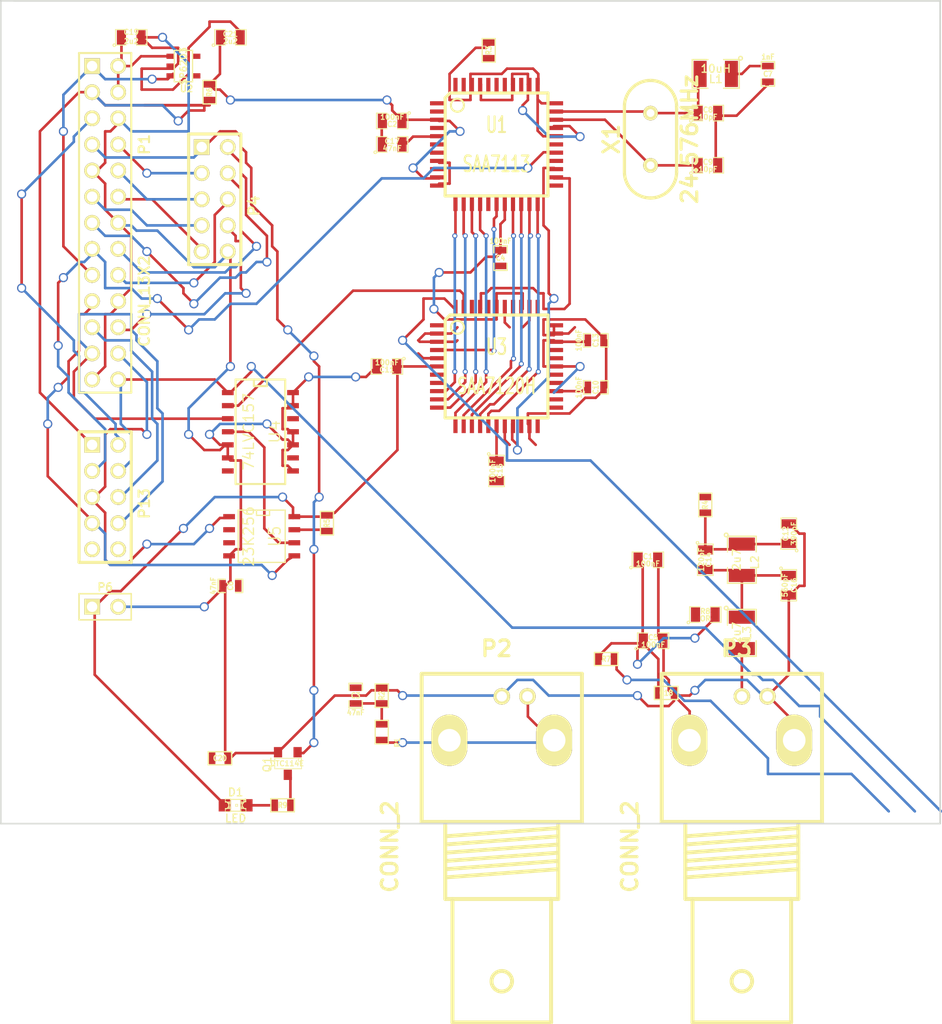
<source format=kicad_pcb>
(kicad_pcb (version 3) (host pcbnew "(2013-04-19 BZR 4011)-stable")

  (general
    (links 167)
    (no_connects 36)
    (area 93.904999 38.024999 185.622002 137.834981)
    (thickness 1.6)
    (drawings 5)
    (tracks 840)
    (zones 0)
    (modules 47)
    (nets 52)
  )

  (page A3)
  (layers
    (15 F.Cu signal)
    (0 B.Cu signal)
    (16 B.Adhes user)
    (17 F.Adhes user)
    (18 B.Paste user)
    (19 F.Paste user)
    (20 B.SilkS user)
    (21 F.SilkS user)
    (22 B.Mask user)
    (23 F.Mask user)
    (24 Dwgs.User user)
    (25 Cmts.User user)
    (26 Eco1.User user)
    (27 Eco2.User user)
    (28 Edge.Cuts user)
  )

  (setup
    (last_trace_width 0.254)
    (trace_clearance 0.2)
    (zone_clearance 0.508)
    (zone_45_only no)
    (trace_min 0.254)
    (segment_width 0.2)
    (edge_width 0.15)
    (via_size 0.889)
    (via_drill 0.635)
    (via_min_size 0.4)
    (via_min_drill 0.3)
    (user_via 0.5 0.3)
    (uvia_size 0.508)
    (uvia_drill 0.127)
    (uvias_allowed no)
    (uvia_min_size 0.508)
    (uvia_min_drill 0.127)
    (pcb_text_width 0.3)
    (pcb_text_size 1.5 1.5)
    (mod_edge_width 0.15)
    (mod_text_size 1.5 1.5)
    (mod_text_width 0.15)
    (pad_size 1.4 1.4)
    (pad_drill 0.6)
    (pad_to_mask_clearance 0.2)
    (aux_axis_origin 0 0)
    (visible_elements 7FFFF7FF)
    (pcbplotparams
      (layerselection 3178497)
      (usegerberextensions true)
      (excludeedgelayer true)
      (linewidth 152400)
      (plotframeref false)
      (viasonmask false)
      (mode 1)
      (useauxorigin false)
      (hpglpennumber 1)
      (hpglpenspeed 20)
      (hpglpendiameter 15)
      (hpglpenoverlay 2)
      (psnegative false)
      (psa4output false)
      (plotreference true)
      (plotvalue true)
      (plotothertext true)
      (plotinvisibletext false)
      (padsonsilk false)
      (subtractmaskfromsilk false)
      (outputformat 1)
      (mirror false)
      (drillshape 1)
      (scaleselection 1)
      (outputdirectory ""))
  )

  (net 0 "")
  (net 1 +3.3V)
  (net 2 /DVID0)
  (net 3 /DVID1)
  (net 4 /DVID2)
  (net 5 /DVID3)
  (net 6 /DVID4)
  (net 7 /DVID5)
  (net 8 /DVID6)
  (net 9 /DVID7)
  (net 10 /LLC)
  (net 11 /RTC)
  (net 12 "3V3 Power")
  (net 13 "5V Power")
  (net 14 CSN)
  (net 15 FLD)
  (net 16 GND)
  (net 17 GPIO14)
  (net 18 GPIO15)
  (net 19 GPIO17)
  (net 20 GPIO18)
  (net 21 GPIO21)
  (net 22 GPIO23)
  (net 23 GPIO24)
  (net 24 GPIO25)
  (net 25 GPIO4)
  (net 26 MISO)
  (net 27 MOSI)
  (net 28 MUX)
  (net 29 N-0000018)
  (net 30 N-0000025)
  (net 31 N-0000029)
  (net 32 N-0000043)
  (net 33 N-000005)
  (net 34 N-0000051)
  (net 35 N-0000052)
  (net 36 N-0000053)
  (net 37 N-0000060)
  (net 38 N-0000062)
  (net 39 N-0000064)
  (net 40 N-0000067)
  (net 41 N-0000069)
  (net 42 N-0000070)
  (net 43 N-0000072)
  (net 44 N-0000073)
  (net 45 N-0000075)
  (net 46 N-0000076)
  (net 47 N-000008)
  (net 48 SCL)
  (net 49 SCLK)
  (net 50 SDA)
  (net 51 TTXRQ)

  (net_class Default "This is the default net class."
    (clearance 0.2)
    (trace_width 0.254)
    (via_dia 0.889)
    (via_drill 0.635)
    (uvia_dia 0.508)
    (uvia_drill 0.127)
    (add_net "")
    (add_net +3.3V)
    (add_net /DVID0)
    (add_net /DVID1)
    (add_net /DVID2)
    (add_net /DVID3)
    (add_net /DVID4)
    (add_net /DVID5)
    (add_net /DVID6)
    (add_net /DVID7)
    (add_net /LLC)
    (add_net /RTC)
    (add_net "3V3 Power")
    (add_net "5V Power")
    (add_net CSN)
    (add_net FLD)
    (add_net GND)
    (add_net GPIO14)
    (add_net GPIO15)
    (add_net GPIO17)
    (add_net GPIO18)
    (add_net GPIO21)
    (add_net GPIO23)
    (add_net GPIO24)
    (add_net GPIO25)
    (add_net GPIO4)
    (add_net MISO)
    (add_net MOSI)
    (add_net MUX)
    (add_net N-0000018)
    (add_net N-0000025)
    (add_net N-0000029)
    (add_net N-0000043)
    (add_net N-000005)
    (add_net N-0000051)
    (add_net N-0000052)
    (add_net N-0000053)
    (add_net N-0000060)
    (add_net N-0000062)
    (add_net N-0000064)
    (add_net N-0000067)
    (add_net N-0000069)
    (add_net N-0000070)
    (add_net N-0000072)
    (add_net N-0000073)
    (add_net N-0000075)
    (add_net N-0000076)
    (add_net N-000008)
    (add_net SCL)
    (add_net SCLK)
    (add_net SDA)
    (add_net TTXRQ)
  )

  (module TQFP44 (layer F.Cu) (tedit 200000) (tstamp 5181A018)
    (at 142.24 73.66)
    (path /5175341D)
    (attr smd)
    (fp_text reference U3 (at 0 -1.905) (layer F.SilkS)
      (effects (font (size 1.524 1.016) (thickness 0.2032)))
    )
    (fp_text value SAA7120H (at 0 1.905) (layer F.SilkS)
      (effects (font (size 1.524 1.016) (thickness 0.2032)))
    )
    (fp_line (start 5.0038 -5.0038) (end 5.0038 5.0038) (layer F.SilkS) (width 0.3048))
    (fp_line (start 5.0038 5.0038) (end -5.0038 5.0038) (layer F.SilkS) (width 0.3048))
    (fp_line (start -5.0038 -4.5212) (end -5.0038 5.0038) (layer F.SilkS) (width 0.3048))
    (fp_line (start -4.5212 -5.0038) (end 5.0038 -5.0038) (layer F.SilkS) (width 0.3048))
    (fp_line (start -5.0038 -4.5212) (end -4.5212 -5.0038) (layer F.SilkS) (width 0.3048))
    (fp_circle (center -3.81 -3.81) (end -3.81 -3.175) (layer F.SilkS) (width 0.2032))
    (pad 39 smd rect (at 0 -5.715) (size 0.4064 1.524)
      (layers F.Cu F.Paste F.Mask)
      (net 1 +3.3V)
    )
    (pad 40 smd rect (at -0.8001 -5.715) (size 0.4064 1.524)
      (layers F.Cu F.Paste F.Mask)
      (net 1 +3.3V)
    )
    (pad 41 smd rect (at -1.6002 -5.715) (size 0.4064 1.524)
      (layers F.Cu F.Paste F.Mask)
      (net 48 SCL)
    )
    (pad 42 smd rect (at -2.4003 -5.715) (size 0.4064 1.524)
      (layers F.Cu F.Paste F.Mask)
      (net 50 SDA)
    )
    (pad 43 smd rect (at -3.2004 -5.715) (size 0.4064 1.524)
      (layers F.Cu F.Paste F.Mask)
      (net 51 TTXRQ)
    )
    (pad 44 smd rect (at -4.0005 -5.715) (size 0.4064 1.524)
      (layers F.Cu F.Paste F.Mask)
      (net 26 MISO)
    )
    (pad 38 smd rect (at 0.8001 -5.715) (size 0.4064 1.524)
      (layers F.Cu F.Paste F.Mask)
      (net 16 GND)
    )
    (pad 37 smd rect (at 1.6002 -5.715) (size 0.4064 1.524)
      (layers F.Cu F.Paste F.Mask)
    )
    (pad 36 smd rect (at 2.4003 -5.715) (size 0.4064 1.524)
      (layers F.Cu F.Paste F.Mask)
      (net 1 +3.3V)
    )
    (pad 35 smd rect (at 3.2004 -5.715) (size 0.4064 1.524)
      (layers F.Cu F.Paste F.Mask)
      (net 16 GND)
    )
    (pad 34 smd rect (at 4.0005 -5.715) (size 0.4064 1.524)
      (layers F.Cu F.Paste F.Mask)
    )
    (pad 17 smd rect (at 0 5.715) (size 0.4064 1.524)
      (layers F.Cu F.Paste F.Mask)
      (net 1 +3.3V)
    )
    (pad 16 smd rect (at -0.8001 5.715) (size 0.4064 1.524)
      (layers F.Cu F.Paste F.Mask)
      (net 2 /DVID0)
    )
    (pad 15 smd rect (at -1.6002 5.715) (size 0.4064 1.524)
      (layers F.Cu F.Paste F.Mask)
      (net 3 /DVID1)
    )
    (pad 14 smd rect (at -2.4003 5.715) (size 0.4064 1.524)
      (layers F.Cu F.Paste F.Mask)
      (net 4 /DVID2)
    )
    (pad 13 smd rect (at -3.2004 5.715) (size 0.4064 1.524)
      (layers F.Cu F.Paste F.Mask)
      (net 5 /DVID3)
    )
    (pad 12 smd rect (at -4.0005 5.715) (size 0.4064 1.524)
      (layers F.Cu F.Paste F.Mask)
      (net 6 /DVID4)
    )
    (pad 18 smd rect (at 0.8001 5.715) (size 0.4064 1.524)
      (layers F.Cu F.Paste F.Mask)
      (net 16 GND)
    )
    (pad 19 smd rect (at 1.6002 5.715) (size 0.4064 1.524)
      (layers F.Cu F.Paste F.Mask)
      (net 11 /RTC)
    )
    (pad 20 smd rect (at 2.4003 5.715) (size 0.4064 1.524)
      (layers F.Cu F.Paste F.Mask)
    )
    (pad 21 smd rect (at 3.2004 5.715) (size 0.4064 1.524)
      (layers F.Cu F.Paste F.Mask)
      (net 16 GND)
    )
    (pad 22 smd rect (at 4.0005 5.715) (size 0.4064 1.524)
      (layers F.Cu F.Paste F.Mask)
    )
    (pad 6 smd rect (at -5.715 0) (size 1.524 0.4064)
      (layers F.Cu F.Paste F.Mask)
      (net 1 +3.3V)
    )
    (pad 28 smd rect (at 5.715 0) (size 1.524 0.4064)
      (layers F.Cu F.Paste F.Mask)
      (net 1 +3.3V)
    )
    (pad 7 smd rect (at -5.715 0.8001) (size 1.524 0.4064)
      (layers F.Cu F.Paste F.Mask)
    )
    (pad 27 smd rect (at 5.715 0.8001) (size 1.524 0.4064)
      (layers F.Cu F.Paste F.Mask)
    )
    (pad 26 smd rect (at 5.715 1.6002) (size 1.524 0.4064)
      (layers F.Cu F.Paste F.Mask)
    )
    (pad 8 smd rect (at -5.715 1.6002) (size 1.524 0.4064)
      (layers F.Cu F.Paste F.Mask)
    )
    (pad 9 smd rect (at -5.715 2.4003) (size 1.524 0.4064)
      (layers F.Cu F.Paste F.Mask)
      (net 9 /DVID7)
    )
    (pad 25 smd rect (at 5.715 2.4003) (size 1.524 0.4064)
      (layers F.Cu F.Paste F.Mask)
      (net 1 +3.3V)
    )
    (pad 24 smd rect (at 5.715 3.2004) (size 1.524 0.4064)
      (layers F.Cu F.Paste F.Mask)
    )
    (pad 10 smd rect (at -5.715 3.2004) (size 1.524 0.4064)
      (layers F.Cu F.Paste F.Mask)
      (net 8 /DVID6)
    )
    (pad 11 smd rect (at -5.715 4.0005) (size 1.524 0.4064)
      (layers F.Cu F.Paste F.Mask)
      (net 7 /DVID5)
    )
    (pad 23 smd rect (at 5.715 4.0005) (size 1.524 0.4064)
      (layers F.Cu F.Paste F.Mask)
    )
    (pad 29 smd rect (at 5.715 -0.8001) (size 1.524 0.4064)
      (layers F.Cu F.Paste F.Mask)
    )
    (pad 5 smd rect (at -5.715 -0.8001) (size 1.524 0.4064)
      (layers F.Cu F.Paste F.Mask)
      (net 16 GND)
    )
    (pad 4 smd rect (at -5.715 -1.6002) (size 1.524 0.4064)
      (layers F.Cu F.Paste F.Mask)
      (net 10 /LLC)
    )
    (pad 30 smd rect (at 5.715 -1.6002) (size 1.524 0.4064)
      (layers F.Cu F.Paste F.Mask)
      (net 33 N-000005)
    )
    (pad 31 smd rect (at 5.715 -2.4003) (size 1.524 0.4064)
      (layers F.Cu F.Paste F.Mask)
      (net 1 +3.3V)
    )
    (pad 3 smd rect (at -5.715 -2.4003) (size 1.524 0.4064)
      (layers F.Cu F.Paste F.Mask)
      (net 16 GND)
    )
    (pad 2 smd rect (at -5.715 -3.2004) (size 1.524 0.4064)
      (layers F.Cu F.Paste F.Mask)
      (net 16 GND)
    )
    (pad 32 smd rect (at 5.715 -3.2004) (size 1.524 0.4064)
      (layers F.Cu F.Paste F.Mask)
      (net 16 GND)
    )
    (pad 33 smd rect (at 5.715 -4.0005) (size 1.524 0.4064)
      (layers F.Cu F.Paste F.Mask)
      (net 16 GND)
    )
    (pad 1 smd rect (at -5.715 -4.0005) (size 1.524 0.4064)
      (layers F.Cu F.Paste F.Mask)
    )
  )

  (module TQFP44 (layer F.Cu) (tedit 200000) (tstamp 5181A04E)
    (at 142.24 52.07)
    (path /51753408)
    (attr smd)
    (fp_text reference U1 (at 0 -1.905) (layer F.SilkS)
      (effects (font (size 1.524 1.016) (thickness 0.2032)))
    )
    (fp_text value SAA7113 (at 0 1.905) (layer F.SilkS)
      (effects (font (size 1.524 1.016) (thickness 0.2032)))
    )
    (fp_line (start 5.0038 -5.0038) (end 5.0038 5.0038) (layer F.SilkS) (width 0.3048))
    (fp_line (start 5.0038 5.0038) (end -5.0038 5.0038) (layer F.SilkS) (width 0.3048))
    (fp_line (start -5.0038 -4.5212) (end -5.0038 5.0038) (layer F.SilkS) (width 0.3048))
    (fp_line (start -4.5212 -5.0038) (end 5.0038 -5.0038) (layer F.SilkS) (width 0.3048))
    (fp_line (start -5.0038 -4.5212) (end -4.5212 -5.0038) (layer F.SilkS) (width 0.3048))
    (fp_circle (center -3.81 -3.81) (end -3.81 -3.175) (layer F.SilkS) (width 0.2032))
    (pad 39 smd rect (at 0 -5.715) (size 0.4064 1.524)
      (layers F.Cu F.Paste F.Mask)
    )
    (pad 40 smd rect (at -0.8001 -5.715) (size 0.4064 1.524)
      (layers F.Cu F.Paste F.Mask)
      (net 37 N-0000060)
    )
    (pad 41 smd rect (at -1.6002 -5.715) (size 0.4064 1.524)
      (layers F.Cu F.Paste F.Mask)
      (net 16 GND)
    )
    (pad 42 smd rect (at -2.4003 -5.715) (size 0.4064 1.524)
      (layers F.Cu F.Paste F.Mask)
      (net 1 +3.3V)
    )
    (pad 43 smd rect (at -3.2004 -5.715) (size 0.4064 1.524)
      (layers F.Cu F.Paste F.Mask)
    )
    (pad 44 smd rect (at -4.0005 -5.715) (size 0.4064 1.524)
      (layers F.Cu F.Paste F.Mask)
      (net 40 N-0000067)
    )
    (pad 38 smd rect (at 0.8001 -5.715) (size 0.4064 1.524)
      (layers F.Cu F.Paste F.Mask)
    )
    (pad 37 smd rect (at 1.6002 -5.715) (size 0.4064 1.524)
      (layers F.Cu F.Paste F.Mask)
      (net 16 GND)
    )
    (pad 36 smd rect (at 2.4003 -5.715) (size 0.4064 1.524)
      (layers F.Cu F.Paste F.Mask)
    )
    (pad 35 smd rect (at 3.2004 -5.715) (size 0.4064 1.524)
      (layers F.Cu F.Paste F.Mask)
      (net 16 GND)
    )
    (pad 34 smd rect (at 4.0005 -5.715) (size 0.4064 1.524)
      (layers F.Cu F.Paste F.Mask)
      (net 1 +3.3V)
    )
    (pad 17 smd rect (at 0 5.715) (size 0.4064 1.524)
      (layers F.Cu F.Paste F.Mask)
      (net 10 /LLC)
    )
    (pad 16 smd rect (at -0.8001 5.715) (size 0.4064 1.524)
      (layers F.Cu F.Paste F.Mask)
      (net 16 GND)
    )
    (pad 15 smd rect (at -1.6002 5.715) (size 0.4064 1.524)
      (layers F.Cu F.Paste F.Mask)
      (net 6 /DVID4)
    )
    (pad 14 smd rect (at -2.4003 5.715) (size 0.4064 1.524)
      (layers F.Cu F.Paste F.Mask)
      (net 7 /DVID5)
    )
    (pad 13 smd rect (at -3.2004 5.715) (size 0.4064 1.524)
      (layers F.Cu F.Paste F.Mask)
      (net 8 /DVID6)
    )
    (pad 12 smd rect (at -4.0005 5.715) (size 0.4064 1.524)
      (layers F.Cu F.Paste F.Mask)
      (net 9 /DVID7)
    )
    (pad 18 smd rect (at 0.8001 5.715) (size 0.4064 1.524)
      (layers F.Cu F.Paste F.Mask)
      (net 1 +3.3V)
    )
    (pad 19 smd rect (at 1.6002 5.715) (size 0.4064 1.524)
      (layers F.Cu F.Paste F.Mask)
      (net 5 /DVID3)
    )
    (pad 20 smd rect (at 2.4003 5.715) (size 0.4064 1.524)
      (layers F.Cu F.Paste F.Mask)
      (net 4 /DVID2)
    )
    (pad 21 smd rect (at 3.2004 5.715) (size 0.4064 1.524)
      (layers F.Cu F.Paste F.Mask)
      (net 3 /DVID1)
    )
    (pad 22 smd rect (at 4.0005 5.715) (size 0.4064 1.524)
      (layers F.Cu F.Paste F.Mask)
      (net 2 /DVID0)
    )
    (pad 6 smd rect (at -5.715 0) (size 1.524 0.4064)
      (layers F.Cu F.Paste F.Mask)
      (net 16 GND)
    )
    (pad 28 smd rect (at 5.715 0) (size 1.524 0.4064)
      (layers F.Cu F.Paste F.Mask)
      (net 16 GND)
    )
    (pad 7 smd rect (at -5.715 0.8001) (size 1.524 0.4064)
      (layers F.Cu F.Paste F.Mask)
    )
    (pad 27 smd rect (at 5.715 0.8001) (size 1.524 0.4064)
      (layers F.Cu F.Paste F.Mask)
      (net 15 FLD)
    )
    (pad 26 smd rect (at 5.715 1.6002) (size 1.524 0.4064)
      (layers F.Cu F.Paste F.Mask)
    )
    (pad 8 smd rect (at -5.715 1.6002) (size 1.524 0.4064)
      (layers F.Cu F.Paste F.Mask)
      (net 16 GND)
    )
    (pad 9 smd rect (at -5.715 2.4003) (size 1.524 0.4064)
      (layers F.Cu F.Paste F.Mask)
    )
    (pad 25 smd rect (at 5.715 2.4003) (size 1.524 0.4064)
      (layers F.Cu F.Paste F.Mask)
      (net 11 /RTC)
    )
    (pad 24 smd rect (at 5.715 3.2004) (size 1.524 0.4064)
      (layers F.Cu F.Paste F.Mask)
      (net 48 SCL)
    )
    (pad 10 smd rect (at -5.715 3.2004) (size 1.524 0.4064)
      (layers F.Cu F.Paste F.Mask)
      (net 1 +3.3V)
    )
    (pad 11 smd rect (at -5.715 4.0005) (size 1.524 0.4064)
      (layers F.Cu F.Paste F.Mask)
      (net 16 GND)
    )
    (pad 23 smd rect (at 5.715 4.0005) (size 1.524 0.4064)
      (layers F.Cu F.Paste F.Mask)
      (net 50 SDA)
    )
    (pad 29 smd rect (at 5.715 -0.8001) (size 1.524 0.4064)
      (layers F.Cu F.Paste F.Mask)
      (net 1 +3.3V)
    )
    (pad 5 smd rect (at -5.715 -0.8001) (size 1.524 0.4064)
      (layers F.Cu F.Paste F.Mask)
      (net 34 N-0000051)
    )
    (pad 4 smd rect (at -5.715 -1.6002) (size 1.524 0.4064)
      (layers F.Cu F.Paste F.Mask)
      (net 29 N-0000018)
    )
    (pad 30 smd rect (at 5.715 -1.6002) (size 1.524 0.4064)
      (layers F.Cu F.Paste F.Mask)
      (net 16 GND)
    )
    (pad 31 smd rect (at 5.715 -2.4003) (size 1.524 0.4064)
      (layers F.Cu F.Paste F.Mask)
      (net 38 N-0000062)
    )
    (pad 3 smd rect (at -5.715 -2.4003) (size 1.524 0.4064)
      (layers F.Cu F.Paste F.Mask)
      (net 1 +3.3V)
    )
    (pad 2 smd rect (at -5.715 -3.2004) (size 1.524 0.4064)
      (layers F.Cu F.Paste F.Mask)
      (net 16 GND)
    )
    (pad 32 smd rect (at 5.715 -3.2004) (size 1.524 0.4064)
      (layers F.Cu F.Paste F.Mask)
      (net 43 N-0000072)
    )
    (pad 33 smd rect (at 5.715 -4.0005) (size 1.524 0.4064)
      (layers F.Cu F.Paste F.Mask)
      (net 1 +3.3V)
    )
    (pad 1 smd rect (at -5.715 -4.0005) (size 1.524 0.4064)
      (layers F.Cu F.Paste F.Mask)
    )
  )

  (module SO8N (layer F.Cu) (tedit 45127296) (tstamp 5181A06D)
    (at 119.38 90.17 270)
    (descr "Module CMS SOJ 8 pins large")
    (tags "CMS SOJ")
    (path /51756319)
    (attr smd)
    (fp_text reference U5 (at 0 -1.27 270) (layer F.SilkS)
      (effects (font (size 1.143 1.016) (thickness 0.127)))
    )
    (fp_text value 23K256 (at 0 1.27 270) (layer F.SilkS)
      (effects (font (size 1.016 1.016) (thickness 0.127)))
    )
    (fp_line (start -2.54 -2.286) (end 2.54 -2.286) (layer F.SilkS) (width 0.127))
    (fp_line (start 2.54 -2.286) (end 2.54 2.286) (layer F.SilkS) (width 0.127))
    (fp_line (start 2.54 2.286) (end -2.54 2.286) (layer F.SilkS) (width 0.127))
    (fp_line (start -2.54 2.286) (end -2.54 -2.286) (layer F.SilkS) (width 0.127))
    (fp_line (start -2.54 -0.762) (end -2.032 -0.762) (layer F.SilkS) (width 0.127))
    (fp_line (start -2.032 -0.762) (end -2.032 0.508) (layer F.SilkS) (width 0.127))
    (fp_line (start -2.032 0.508) (end -2.54 0.508) (layer F.SilkS) (width 0.127))
    (pad 8 smd rect (at -1.905 -3.175 270) (size 0.508 1.143)
      (layers F.Cu F.Paste F.Mask)
      (net 1 +3.3V)
    )
    (pad 7 smd rect (at -0.635 -3.175 270) (size 0.508 1.143)
      (layers F.Cu F.Paste F.Mask)
      (net 30 N-0000025)
    )
    (pad 6 smd rect (at 0.635 -3.175 270) (size 0.508 1.143)
      (layers F.Cu F.Paste F.Mask)
      (net 47 N-000008)
    )
    (pad 5 smd rect (at 1.905 -3.175 270) (size 0.508 1.143)
      (layers F.Cu F.Paste F.Mask)
      (net 27 MOSI)
    )
    (pad 4 smd rect (at 1.905 3.175 270) (size 0.508 1.143)
      (layers F.Cu F.Paste F.Mask)
      (net 16 GND)
    )
    (pad 3 smd rect (at 0.635 3.175 270) (size 0.508 1.143)
      (layers F.Cu F.Paste F.Mask)
    )
    (pad 2 smd rect (at -0.635 3.175 270) (size 0.508 1.143)
      (layers F.Cu F.Paste F.Mask)
      (net 26 MISO)
    )
    (pad 1 smd rect (at -1.905 3.175 270) (size 0.508 1.143)
      (layers F.Cu F.Paste F.Mask)
      (net 14 CSN)
    )
    (model smd/cms_so8.wrl
      (at (xyz 0 0 0))
      (scale (xyz 0.5 0.38 0.5))
      (rotate (xyz 0 0 0))
    )
  )

  (module SO14N (layer F.Cu) (tedit 42806FE5) (tstamp 5181A086)
    (at 119.38 80.01 270)
    (descr "Module CMS SOJ 14 pins Large")
    (tags "CMS SOJ")
    (path /51756255)
    (attr smd)
    (fp_text reference U4 (at 0 -1.27 270) (layer F.SilkS)
      (effects (font (size 1.016 1.143) (thickness 0.127)))
    )
    (fp_text value 74LVC157 (at 0 1.27 270) (layer F.SilkS)
      (effects (font (size 1.016 1.016) (thickness 0.127)))
    )
    (fp_line (start 5.08 -2.286) (end 5.08 2.54) (layer F.SilkS) (width 0.2032))
    (fp_line (start 5.08 2.54) (end -5.08 2.54) (layer F.SilkS) (width 0.2032))
    (fp_line (start -5.08 2.54) (end -5.08 -2.286) (layer F.SilkS) (width 0.2032))
    (fp_line (start -5.08 -2.286) (end 5.08 -2.286) (layer F.SilkS) (width 0.2032))
    (fp_line (start -5.08 -0.508) (end -4.445 -0.508) (layer F.SilkS) (width 0.2032))
    (fp_line (start -4.445 -0.508) (end -4.445 0.762) (layer F.SilkS) (width 0.2032))
    (fp_line (start -4.445 0.762) (end -5.08 0.762) (layer F.SilkS) (width 0.2032))
    (pad 1 smd rect (at -3.81 3.302 270) (size 0.508 1.143)
      (layers F.Cu F.Paste F.Mask)
      (net 28 MUX)
    )
    (pad 2 smd rect (at -2.54 3.302 270) (size 0.508 1.143)
      (layers F.Cu F.Paste F.Mask)
      (net 51 TTXRQ)
    )
    (pad 3 smd rect (at -1.27 3.302 270) (size 0.508 1.143)
      (layers F.Cu F.Paste F.Mask)
      (net 49 SCLK)
    )
    (pad 4 smd rect (at 0 3.302 270) (size 0.508 1.143)
      (layers F.Cu F.Paste F.Mask)
      (net 47 N-000008)
    )
    (pad 5 smd rect (at 1.27 3.302 270) (size 0.508 1.143)
      (layers F.Cu F.Paste F.Mask)
      (net 16 GND)
    )
    (pad 6 smd rect (at 2.54 3.302 270) (size 0.508 1.143)
      (layers F.Cu F.Paste F.Mask)
      (net 16 GND)
    )
    (pad 7 smd rect (at 3.81 3.302 270) (size 0.508 1.143)
      (layers F.Cu F.Paste F.Mask)
    )
    (pad 8 smd rect (at 3.81 -3.048 270) (size 0.508 1.143)
      (layers F.Cu F.Paste F.Mask)
      (net 16 GND)
    )
    (pad 9 smd rect (at 2.54 -3.048 270) (size 0.508 1.143)
      (layers F.Cu F.Paste F.Mask)
    )
    (pad 11 smd rect (at 0 -3.048 270) (size 0.508 1.143)
      (layers F.Cu F.Paste F.Mask)
      (net 16 GND)
    )
    (pad 12 smd rect (at -1.27 -3.048 270) (size 0.508 1.143)
      (layers F.Cu F.Paste F.Mask)
    )
    (pad 13 smd rect (at -2.54 -3.048 270) (size 0.508 1.143)
      (layers F.Cu F.Paste F.Mask)
      (net 16 GND)
    )
    (pad 14 smd rect (at -3.81 -3.048 270) (size 0.508 1.143)
      (layers F.Cu F.Paste F.Mask)
      (net 16 GND)
    )
    (pad 10 smd rect (at 1.27 -3.048 270) (size 0.508 1.143)
      (layers F.Cu F.Paste F.Mask)
      (net 16 GND)
    )
    (model smd/cms_so14.wrl
      (at (xyz 0 0 0))
      (scale (xyz 0.5 0.4 0.5))
      (rotate (xyz 0 0 0))
    )
  )

  (module SM1210 (layer F.Cu) (tedit 42806E94) (tstamp 5181A093)
    (at 166.116 99.568 270)
    (tags "CMS SM")
    (path /51801AF6)
    (attr smd)
    (fp_text reference L3 (at 0 -0.508 270) (layer F.SilkS)
      (effects (font (size 0.762 0.762) (thickness 0.127)))
    )
    (fp_text value 2u7 (at 0 0.508 270) (layer F.SilkS)
      (effects (font (size 0.762 0.762) (thickness 0.127)))
    )
    (fp_circle (center -2.413 1.524) (end -2.286 1.397) (layer F.SilkS) (width 0.127))
    (fp_line (start -0.762 -1.397) (end -2.286 -1.397) (layer F.SilkS) (width 0.127))
    (fp_line (start -2.286 -1.397) (end -2.286 1.397) (layer F.SilkS) (width 0.127))
    (fp_line (start -2.286 1.397) (end -0.762 1.397) (layer F.SilkS) (width 0.127))
    (fp_line (start 0.762 1.397) (end 2.286 1.397) (layer F.SilkS) (width 0.127))
    (fp_line (start 2.286 1.397) (end 2.286 -1.397) (layer F.SilkS) (width 0.127))
    (fp_line (start 2.286 -1.397) (end 0.762 -1.397) (layer F.SilkS) (width 0.127))
    (pad 1 smd rect (at -1.524 0 270) (size 1.27 2.54)
      (layers F.Cu F.Paste F.Mask)
      (net 42 N-0000070)
    )
    (pad 2 smd rect (at 1.524 0 270) (size 1.27 2.54)
      (layers F.Cu F.Paste F.Mask)
      (net 39 N-0000064)
    )
    (model smd/chip_cms.wrl
      (at (xyz 0 0 0))
      (scale (xyz 0.17 0.2 0.17))
      (rotate (xyz 0 0 0))
    )
  )

  (module SM1210 (layer F.Cu) (tedit 5189957D) (tstamp 5181A0A0)
    (at 166.116 92.456 270)
    (tags "CMS SM")
    (path /51801ADD)
    (attr smd)
    (fp_text reference L2 (at 0.254 -1.27 270) (layer F.SilkS)
      (effects (font (size 0.762 0.762) (thickness 0.127)))
    )
    (fp_text value 2u7 (at 0 0.508 270) (layer F.SilkS)
      (effects (font (size 0.762 0.762) (thickness 0.127)))
    )
    (fp_circle (center -2.413 1.524) (end -2.286 1.397) (layer F.SilkS) (width 0.127))
    (fp_line (start -0.762 -1.397) (end -2.286 -1.397) (layer F.SilkS) (width 0.127))
    (fp_line (start -2.286 -1.397) (end -2.286 1.397) (layer F.SilkS) (width 0.127))
    (fp_line (start -2.286 1.397) (end -0.762 1.397) (layer F.SilkS) (width 0.127))
    (fp_line (start 0.762 1.397) (end 2.286 1.397) (layer F.SilkS) (width 0.127))
    (fp_line (start 2.286 1.397) (end 2.286 -1.397) (layer F.SilkS) (width 0.127))
    (fp_line (start 2.286 -1.397) (end 0.762 -1.397) (layer F.SilkS) (width 0.127))
    (pad 1 smd rect (at -1.524 0 270) (size 1.27 2.54)
      (layers F.Cu F.Paste F.Mask)
      (net 41 N-0000069)
    )
    (pad 2 smd rect (at 1.524 0 270) (size 1.27 2.54)
      (layers F.Cu F.Paste F.Mask)
      (net 42 N-0000070)
    )
    (model smd/chip_cms.wrl
      (at (xyz 0 0 0))
      (scale (xyz 0.17 0.2 0.17))
      (rotate (xyz 0 0 0))
    )
  )

  (module SM1210 (layer F.Cu) (tedit 42806E94) (tstamp 5181A0AD)
    (at 163.576 45.212 180)
    (tags "CMS SM")
    (path /517FBDFC)
    (attr smd)
    (fp_text reference L1 (at 0 -0.508 180) (layer F.SilkS)
      (effects (font (size 0.762 0.762) (thickness 0.127)))
    )
    (fp_text value 10uH (at 0 0.508 180) (layer F.SilkS)
      (effects (font (size 0.762 0.762) (thickness 0.127)))
    )
    (fp_circle (center -2.413 1.524) (end -2.286 1.397) (layer F.SilkS) (width 0.127))
    (fp_line (start -0.762 -1.397) (end -2.286 -1.397) (layer F.SilkS) (width 0.127))
    (fp_line (start -2.286 -1.397) (end -2.286 1.397) (layer F.SilkS) (width 0.127))
    (fp_line (start -2.286 1.397) (end -0.762 1.397) (layer F.SilkS) (width 0.127))
    (fp_line (start 0.762 1.397) (end 2.286 1.397) (layer F.SilkS) (width 0.127))
    (fp_line (start 2.286 1.397) (end 2.286 -1.397) (layer F.SilkS) (width 0.127))
    (fp_line (start 2.286 -1.397) (end 0.762 -1.397) (layer F.SilkS) (width 0.127))
    (pad 1 smd rect (at -1.524 0 180) (size 1.27 2.54)
      (layers F.Cu F.Paste F.Mask)
      (net 45 N-0000075)
    )
    (pad 2 smd rect (at 1.524 0 180) (size 1.27 2.54)
      (layers F.Cu F.Paste F.Mask)
      (net 43 N-0000072)
    )
    (model smd/chip_cms.wrl
      (at (xyz 0 0 0))
      (scale (xyz 0.17 0.2 0.17))
      (rotate (xyz 0 0 0))
    )
  )

  (module SM0805 (layer F.Cu) (tedit 5091495C) (tstamp 5181A0BA)
    (at 156.972 92.456)
    (path /51802CC5)
    (attr smd)
    (fp_text reference C1 (at 0 -0.3175) (layer F.SilkS)
      (effects (font (size 0.50038 0.50038) (thickness 0.10922)))
    )
    (fp_text value 100nF (at 0 0.381) (layer F.SilkS)
      (effects (font (size 0.50038 0.50038) (thickness 0.10922)))
    )
    (fp_circle (center -1.651 0.762) (end -1.651 0.635) (layer F.SilkS) (width 0.09906))
    (fp_line (start -0.508 0.762) (end -1.524 0.762) (layer F.SilkS) (width 0.09906))
    (fp_line (start -1.524 0.762) (end -1.524 -0.762) (layer F.SilkS) (width 0.09906))
    (fp_line (start -1.524 -0.762) (end -0.508 -0.762) (layer F.SilkS) (width 0.09906))
    (fp_line (start 0.508 -0.762) (end 1.524 -0.762) (layer F.SilkS) (width 0.09906))
    (fp_line (start 1.524 -0.762) (end 1.524 0.762) (layer F.SilkS) (width 0.09906))
    (fp_line (start 1.524 0.762) (end 0.508 0.762) (layer F.SilkS) (width 0.09906))
    (pad 1 smd rect (at -0.9525 0) (size 0.889 1.397)
      (layers F.Cu F.Paste F.Mask)
      (net 1 +3.3V)
    )
    (pad 2 smd rect (at 0.9525 0) (size 0.889 1.397)
      (layers F.Cu F.Paste F.Mask)
      (net 16 GND)
    )
    (model smd/chip_cms.wrl
      (at (xyz 0 0 0))
      (scale (xyz 0.1 0.1 0.1))
      (rotate (xyz 0 0 0))
    )
  )

  (module SM0805 (layer F.Cu) (tedit 5091495C) (tstamp 5181A0C7)
    (at 162.56 97.79)
    (path /5180D6EF)
    (attr smd)
    (fp_text reference R8 (at 0 -0.3175) (layer F.SilkS)
      (effects (font (size 0.50038 0.50038) (thickness 0.10922)))
    )
    (fp_text value OR (at 0 0.381) (layer F.SilkS)
      (effects (font (size 0.50038 0.50038) (thickness 0.10922)))
    )
    (fp_circle (center -1.651 0.762) (end -1.651 0.635) (layer F.SilkS) (width 0.09906))
    (fp_line (start -0.508 0.762) (end -1.524 0.762) (layer F.SilkS) (width 0.09906))
    (fp_line (start -1.524 0.762) (end -1.524 -0.762) (layer F.SilkS) (width 0.09906))
    (fp_line (start -1.524 -0.762) (end -0.508 -0.762) (layer F.SilkS) (width 0.09906))
    (fp_line (start 0.508 -0.762) (end 1.524 -0.762) (layer F.SilkS) (width 0.09906))
    (fp_line (start 1.524 -0.762) (end 1.524 0.762) (layer F.SilkS) (width 0.09906))
    (fp_line (start 1.524 0.762) (end 0.508 0.762) (layer F.SilkS) (width 0.09906))
    (pad 1 smd rect (at -0.9525 0) (size 0.889 1.397)
      (layers F.Cu F.Paste F.Mask)
      (net 32 N-0000043)
    )
    (pad 2 smd rect (at 0.9525 0) (size 0.889 1.397)
      (layers F.Cu F.Paste F.Mask)
      (net 1 +3.3V)
    )
    (model smd/chip_cms.wrl
      (at (xyz 0 0 0))
      (scale (xyz 0.1 0.1 0.1))
      (rotate (xyz 0 0 0))
    )
  )

  (module SM0805 (layer F.Cu) (tedit 5091495C) (tstamp 5181A0D4)
    (at 132.08 52.07)
    (path /518035C8)
    (attr smd)
    (fp_text reference C17 (at 0 -0.3175) (layer F.SilkS)
      (effects (font (size 0.50038 0.50038) (thickness 0.10922)))
    )
    (fp_text value 47nF (at 0 0.381) (layer F.SilkS)
      (effects (font (size 0.50038 0.50038) (thickness 0.10922)))
    )
    (fp_circle (center -1.651 0.762) (end -1.651 0.635) (layer F.SilkS) (width 0.09906))
    (fp_line (start -0.508 0.762) (end -1.524 0.762) (layer F.SilkS) (width 0.09906))
    (fp_line (start -1.524 0.762) (end -1.524 -0.762) (layer F.SilkS) (width 0.09906))
    (fp_line (start -1.524 -0.762) (end -0.508 -0.762) (layer F.SilkS) (width 0.09906))
    (fp_line (start 0.508 -0.762) (end 1.524 -0.762) (layer F.SilkS) (width 0.09906))
    (fp_line (start 1.524 -0.762) (end 1.524 0.762) (layer F.SilkS) (width 0.09906))
    (fp_line (start 1.524 0.762) (end 0.508 0.762) (layer F.SilkS) (width 0.09906))
    (pad 1 smd rect (at -0.9525 0) (size 0.889 1.397)
      (layers F.Cu F.Paste F.Mask)
      (net 16 GND)
    )
    (pad 2 smd rect (at 0.9525 0) (size 0.889 1.397)
      (layers F.Cu F.Paste F.Mask)
      (net 34 N-0000051)
    )
    (model smd/chip_cms.wrl
      (at (xyz 0 0 0))
      (scale (xyz 0.1 0.1 0.1))
      (rotate (xyz 0 0 0))
    )
  )

  (module SM0805 (layer F.Cu) (tedit 5189969E) (tstamp 5181A0E1)
    (at 170.688 94.9325 270)
    (path /51801B4C)
    (attr smd)
    (fp_text reference C16 (at 0 -0.508 270) (layer F.SilkS)
      (effects (font (size 0.50038 0.50038) (thickness 0.10922)))
    )
    (fp_text value 560pF (at 0 0.381 270) (layer F.SilkS)
      (effects (font (size 0.50038 0.50038) (thickness 0.10922)))
    )
    (fp_circle (center -1.651 0.762) (end -1.651 0.635) (layer F.SilkS) (width 0.09906))
    (fp_line (start -0.508 0.762) (end -1.524 0.762) (layer F.SilkS) (width 0.09906))
    (fp_line (start -1.524 0.762) (end -1.524 -0.762) (layer F.SilkS) (width 0.09906))
    (fp_line (start -1.524 -0.762) (end -0.508 -0.762) (layer F.SilkS) (width 0.09906))
    (fp_line (start 0.508 -0.762) (end 1.524 -0.762) (layer F.SilkS) (width 0.09906))
    (fp_line (start 1.524 -0.762) (end 1.524 0.762) (layer F.SilkS) (width 0.09906))
    (fp_line (start 1.524 0.762) (end 0.508 0.762) (layer F.SilkS) (width 0.09906))
    (pad 1 smd rect (at -0.9525 0 270) (size 0.889 1.397)
      (layers F.Cu F.Paste F.Mask)
      (net 42 N-0000070)
    )
    (pad 2 smd rect (at 0.9525 0 270) (size 0.889 1.397)
      (layers F.Cu F.Paste F.Mask)
      (net 16 GND)
    )
    (model smd/chip_cms.wrl
      (at (xyz 0 0 0))
      (scale (xyz 0.1 0.1 0.1))
      (rotate (xyz 0 0 0))
    )
  )

  (module SM0805 (layer F.Cu) (tedit 5091495C) (tstamp 5181A0EE)
    (at 142.24 83.82 270)
    (path /51802BCB)
    (attr smd)
    (fp_text reference C15 (at 0 -0.3175 270) (layer F.SilkS)
      (effects (font (size 0.50038 0.50038) (thickness 0.10922)))
    )
    (fp_text value 100nF (at 0 0.381 270) (layer F.SilkS)
      (effects (font (size 0.50038 0.50038) (thickness 0.10922)))
    )
    (fp_circle (center -1.651 0.762) (end -1.651 0.635) (layer F.SilkS) (width 0.09906))
    (fp_line (start -0.508 0.762) (end -1.524 0.762) (layer F.SilkS) (width 0.09906))
    (fp_line (start -1.524 0.762) (end -1.524 -0.762) (layer F.SilkS) (width 0.09906))
    (fp_line (start -1.524 -0.762) (end -0.508 -0.762) (layer F.SilkS) (width 0.09906))
    (fp_line (start 0.508 -0.762) (end 1.524 -0.762) (layer F.SilkS) (width 0.09906))
    (fp_line (start 1.524 -0.762) (end 1.524 0.762) (layer F.SilkS) (width 0.09906))
    (fp_line (start 1.524 0.762) (end 0.508 0.762) (layer F.SilkS) (width 0.09906))
    (pad 1 smd rect (at -0.9525 0 270) (size 0.889 1.397)
      (layers F.Cu F.Paste F.Mask)
      (net 1 +3.3V)
    )
    (pad 2 smd rect (at 0.9525 0 270) (size 0.889 1.397)
      (layers F.Cu F.Paste F.Mask)
      (net 16 GND)
    )
    (model smd/chip_cms.wrl
      (at (xyz 0 0 0))
      (scale (xyz 0.1 0.1 0.1))
      (rotate (xyz 0 0 0))
    )
  )

  (module SM0805 (layer F.Cu) (tedit 51899642) (tstamp 5181A108)
    (at 170.688 89.916 90)
    (path /51801B36)
    (attr smd)
    (fp_text reference C12 (at 0 -0.3175 90) (layer F.SilkS)
      (effects (font (size 0.50038 0.50038) (thickness 0.10922)))
    )
    (fp_text value 390pF (at 0 0.508 90) (layer F.SilkS)
      (effects (font (size 0.50038 0.50038) (thickness 0.10922)))
    )
    (fp_circle (center -1.651 0.762) (end -1.651 0.635) (layer F.SilkS) (width 0.09906))
    (fp_line (start -0.508 0.762) (end -1.524 0.762) (layer F.SilkS) (width 0.09906))
    (fp_line (start -1.524 0.762) (end -1.524 -0.762) (layer F.SilkS) (width 0.09906))
    (fp_line (start -1.524 -0.762) (end -0.508 -0.762) (layer F.SilkS) (width 0.09906))
    (fp_line (start 0.508 -0.762) (end 1.524 -0.762) (layer F.SilkS) (width 0.09906))
    (fp_line (start 1.524 -0.762) (end 1.524 0.762) (layer F.SilkS) (width 0.09906))
    (fp_line (start 1.524 0.762) (end 0.508 0.762) (layer F.SilkS) (width 0.09906))
    (pad 1 smd rect (at -0.9525 0 90) (size 0.889 1.397)
      (layers F.Cu F.Paste F.Mask)
      (net 41 N-0000069)
    )
    (pad 2 smd rect (at 0.9525 0 90) (size 0.889 1.397)
      (layers F.Cu F.Paste F.Mask)
      (net 16 GND)
    )
    (model smd/chip_cms.wrl
      (at (xyz 0 0 0))
      (scale (xyz 0.1 0.1 0.1))
      (rotate (xyz 0 0 0))
    )
  )

  (module SM0805 (layer F.Cu) (tedit 5091495C) (tstamp 5181A115)
    (at 131.572 73.66 180)
    (path /51802BBF)
    (attr smd)
    (fp_text reference C11 (at 0 -0.3175 180) (layer F.SilkS)
      (effects (font (size 0.50038 0.50038) (thickness 0.10922)))
    )
    (fp_text value 100nF (at 0 0.381 180) (layer F.SilkS)
      (effects (font (size 0.50038 0.50038) (thickness 0.10922)))
    )
    (fp_circle (center -1.651 0.762) (end -1.651 0.635) (layer F.SilkS) (width 0.09906))
    (fp_line (start -0.508 0.762) (end -1.524 0.762) (layer F.SilkS) (width 0.09906))
    (fp_line (start -1.524 0.762) (end -1.524 -0.762) (layer F.SilkS) (width 0.09906))
    (fp_line (start -1.524 -0.762) (end -0.508 -0.762) (layer F.SilkS) (width 0.09906))
    (fp_line (start 0.508 -0.762) (end 1.524 -0.762) (layer F.SilkS) (width 0.09906))
    (fp_line (start 1.524 -0.762) (end 1.524 0.762) (layer F.SilkS) (width 0.09906))
    (fp_line (start 1.524 0.762) (end 0.508 0.762) (layer F.SilkS) (width 0.09906))
    (pad 1 smd rect (at -0.9525 0 180) (size 0.889 1.397)
      (layers F.Cu F.Paste F.Mask)
      (net 1 +3.3V)
    )
    (pad 2 smd rect (at 0.9525 0 180) (size 0.889 1.397)
      (layers F.Cu F.Paste F.Mask)
      (net 16 GND)
    )
    (model smd/chip_cms.wrl
      (at (xyz 0 0 0))
      (scale (xyz 0.1 0.1 0.1))
      (rotate (xyz 0 0 0))
    )
  )

  (module SM0805 (layer F.Cu) (tedit 5091495C) (tstamp 5181A122)
    (at 162.56 92.456 270)
    (path /51801B1B)
    (attr smd)
    (fp_text reference C14 (at 0 -0.3175 270) (layer F.SilkS)
      (effects (font (size 0.50038 0.50038) (thickness 0.10922)))
    )
    (fp_text value 120pF (at 0 0.381 270) (layer F.SilkS)
      (effects (font (size 0.50038 0.50038) (thickness 0.10922)))
    )
    (fp_circle (center -1.651 0.762) (end -1.651 0.635) (layer F.SilkS) (width 0.09906))
    (fp_line (start -0.508 0.762) (end -1.524 0.762) (layer F.SilkS) (width 0.09906))
    (fp_line (start -1.524 0.762) (end -1.524 -0.762) (layer F.SilkS) (width 0.09906))
    (fp_line (start -1.524 -0.762) (end -0.508 -0.762) (layer F.SilkS) (width 0.09906))
    (fp_line (start 0.508 -0.762) (end 1.524 -0.762) (layer F.SilkS) (width 0.09906))
    (fp_line (start 1.524 -0.762) (end 1.524 0.762) (layer F.SilkS) (width 0.09906))
    (fp_line (start 1.524 0.762) (end 0.508 0.762) (layer F.SilkS) (width 0.09906))
    (pad 1 smd rect (at -0.9525 0 270) (size 0.889 1.397)
      (layers F.Cu F.Paste F.Mask)
      (net 41 N-0000069)
    )
    (pad 2 smd rect (at 0.9525 0 270) (size 0.889 1.397)
      (layers F.Cu F.Paste F.Mask)
      (net 42 N-0000070)
    )
    (model smd/chip_cms.wrl
      (at (xyz 0 0 0))
      (scale (xyz 0.1 0.1 0.1))
      (rotate (xyz 0 0 0))
    )
  )

  (module SM0805 (layer F.Cu) (tedit 5091495C) (tstamp 5181A12F)
    (at 157.48 100.33)
    (path /51802CD7)
    (attr smd)
    (fp_text reference C5 (at 0 -0.3175) (layer F.SilkS)
      (effects (font (size 0.50038 0.50038) (thickness 0.10922)))
    )
    (fp_text value 100nF (at 0 0.381) (layer F.SilkS)
      (effects (font (size 0.50038 0.50038) (thickness 0.10922)))
    )
    (fp_circle (center -1.651 0.762) (end -1.651 0.635) (layer F.SilkS) (width 0.09906))
    (fp_line (start -0.508 0.762) (end -1.524 0.762) (layer F.SilkS) (width 0.09906))
    (fp_line (start -1.524 0.762) (end -1.524 -0.762) (layer F.SilkS) (width 0.09906))
    (fp_line (start -1.524 -0.762) (end -0.508 -0.762) (layer F.SilkS) (width 0.09906))
    (fp_line (start 0.508 -0.762) (end 1.524 -0.762) (layer F.SilkS) (width 0.09906))
    (fp_line (start 1.524 -0.762) (end 1.524 0.762) (layer F.SilkS) (width 0.09906))
    (fp_line (start 1.524 0.762) (end 0.508 0.762) (layer F.SilkS) (width 0.09906))
    (pad 1 smd rect (at -0.9525 0) (size 0.889 1.397)
      (layers F.Cu F.Paste F.Mask)
      (net 1 +3.3V)
    )
    (pad 2 smd rect (at 0.9525 0) (size 0.889 1.397)
      (layers F.Cu F.Paste F.Mask)
      (net 16 GND)
    )
    (model smd/chip_cms.wrl
      (at (xyz 0 0 0))
      (scale (xyz 0.1 0.1 0.1))
      (rotate (xyz 0 0 0))
    )
  )

  (module SM0805 (layer F.Cu) (tedit 5091495C) (tstamp 5181A149)
    (at 162.814 54.102)
    (path /517FBD7C)
    (attr smd)
    (fp_text reference C9 (at 0 -0.3175) (layer F.SilkS)
      (effects (font (size 0.50038 0.50038) (thickness 0.10922)))
    )
    (fp_text value 10pF (at 0 0.381) (layer F.SilkS)
      (effects (font (size 0.50038 0.50038) (thickness 0.10922)))
    )
    (fp_circle (center -1.651 0.762) (end -1.651 0.635) (layer F.SilkS) (width 0.09906))
    (fp_line (start -0.508 0.762) (end -1.524 0.762) (layer F.SilkS) (width 0.09906))
    (fp_line (start -1.524 0.762) (end -1.524 -0.762) (layer F.SilkS) (width 0.09906))
    (fp_line (start -1.524 -0.762) (end -0.508 -0.762) (layer F.SilkS) (width 0.09906))
    (fp_line (start 0.508 -0.762) (end 1.524 -0.762) (layer F.SilkS) (width 0.09906))
    (fp_line (start 1.524 -0.762) (end 1.524 0.762) (layer F.SilkS) (width 0.09906))
    (fp_line (start 1.524 0.762) (end 0.508 0.762) (layer F.SilkS) (width 0.09906))
    (pad 1 smd rect (at -0.9525 0) (size 0.889 1.397)
      (layers F.Cu F.Paste F.Mask)
      (net 38 N-0000062)
    )
    (pad 2 smd rect (at 0.9525 0) (size 0.889 1.397)
      (layers F.Cu F.Paste F.Mask)
      (net 16 GND)
    )
    (model smd/chip_cms.wrl
      (at (xyz 0 0 0))
      (scale (xyz 0.1 0.1 0.1))
      (rotate (xyz 0 0 0))
    )
  )

  (module SM0805 (layer F.Cu) (tedit 5091495C) (tstamp 5181A156)
    (at 162.814 49.022)
    (path /517FBD60)
    (attr smd)
    (fp_text reference C8 (at 0 -0.3175) (layer F.SilkS)
      (effects (font (size 0.50038 0.50038) (thickness 0.10922)))
    )
    (fp_text value 10pF (at 0 0.381) (layer F.SilkS)
      (effects (font (size 0.50038 0.50038) (thickness 0.10922)))
    )
    (fp_circle (center -1.651 0.762) (end -1.651 0.635) (layer F.SilkS) (width 0.09906))
    (fp_line (start -0.508 0.762) (end -1.524 0.762) (layer F.SilkS) (width 0.09906))
    (fp_line (start -1.524 0.762) (end -1.524 -0.762) (layer F.SilkS) (width 0.09906))
    (fp_line (start -1.524 -0.762) (end -0.508 -0.762) (layer F.SilkS) (width 0.09906))
    (fp_line (start 0.508 -0.762) (end 1.524 -0.762) (layer F.SilkS) (width 0.09906))
    (fp_line (start 1.524 -0.762) (end 1.524 0.762) (layer F.SilkS) (width 0.09906))
    (fp_line (start 1.524 0.762) (end 0.508 0.762) (layer F.SilkS) (width 0.09906))
    (pad 1 smd rect (at -0.9525 0) (size 0.889 1.397)
      (layers F.Cu F.Paste F.Mask)
      (net 43 N-0000072)
    )
    (pad 2 smd rect (at 0.9525 0) (size 0.889 1.397)
      (layers F.Cu F.Paste F.Mask)
      (net 16 GND)
    )
    (model smd/chip_cms.wrl
      (at (xyz 0 0 0))
      (scale (xyz 0.1 0.1 0.1))
      (rotate (xyz 0 0 0))
    )
  )

  (module SM0805 (layer F.Cu) (tedit 5091495C) (tstamp 5181A163)
    (at 132.08 49.784 180)
    (path /51802CCB)
    (attr smd)
    (fp_text reference C2 (at 0 -0.3175 180) (layer F.SilkS)
      (effects (font (size 0.50038 0.50038) (thickness 0.10922)))
    )
    (fp_text value 100nF (at 0 0.381 180) (layer F.SilkS)
      (effects (font (size 0.50038 0.50038) (thickness 0.10922)))
    )
    (fp_circle (center -1.651 0.762) (end -1.651 0.635) (layer F.SilkS) (width 0.09906))
    (fp_line (start -0.508 0.762) (end -1.524 0.762) (layer F.SilkS) (width 0.09906))
    (fp_line (start -1.524 0.762) (end -1.524 -0.762) (layer F.SilkS) (width 0.09906))
    (fp_line (start -1.524 -0.762) (end -0.508 -0.762) (layer F.SilkS) (width 0.09906))
    (fp_line (start 0.508 -0.762) (end 1.524 -0.762) (layer F.SilkS) (width 0.09906))
    (fp_line (start 1.524 -0.762) (end 1.524 0.762) (layer F.SilkS) (width 0.09906))
    (fp_line (start 1.524 0.762) (end 0.508 0.762) (layer F.SilkS) (width 0.09906))
    (pad 1 smd rect (at -0.9525 0 180) (size 0.889 1.397)
      (layers F.Cu F.Paste F.Mask)
      (net 1 +3.3V)
    )
    (pad 2 smd rect (at 0.9525 0 180) (size 0.889 1.397)
      (layers F.Cu F.Paste F.Mask)
      (net 16 GND)
    )
    (model smd/chip_cms.wrl
      (at (xyz 0 0 0))
      (scale (xyz 0.1 0.1 0.1))
      (rotate (xyz 0 0 0))
    )
  )

  (module SM0603_Capa (layer F.Cu) (tedit 5051B1EC) (tstamp 5181A17C)
    (at 116.332 94.996)
    (path /51802941)
    (attr smd)
    (fp_text reference C6 (at 0 0 90) (layer F.SilkS)
      (effects (font (size 0.508 0.4572) (thickness 0.1143)))
    )
    (fp_text value 47nF (at -1.651 0 90) (layer F.SilkS)
      (effects (font (size 0.508 0.4572) (thickness 0.1143)))
    )
    (fp_line (start 0.50038 0.65024) (end 1.19888 0.65024) (layer F.SilkS) (width 0.11938))
    (fp_line (start -0.50038 0.65024) (end -1.19888 0.65024) (layer F.SilkS) (width 0.11938))
    (fp_line (start 0.50038 -0.65024) (end 1.19888 -0.65024) (layer F.SilkS) (width 0.11938))
    (fp_line (start -1.19888 -0.65024) (end -0.50038 -0.65024) (layer F.SilkS) (width 0.11938))
    (fp_line (start 1.19888 -0.635) (end 1.19888 0.635) (layer F.SilkS) (width 0.11938))
    (fp_line (start -1.19888 0.635) (end -1.19888 -0.635) (layer F.SilkS) (width 0.11938))
    (pad 1 smd rect (at -0.762 0) (size 0.635 1.143)
      (layers F.Cu F.Paste F.Mask)
      (net 16 GND)
    )
    (pad 2 smd rect (at 0.762 0) (size 0.635 1.143)
      (layers F.Cu F.Paste F.Mask)
      (net 40 N-0000067)
    )
    (model smd\capacitors\C0603.wrl
      (at (xyz 0 0 0.001))
      (scale (xyz 0.5 0.5 0.5))
      (rotate (xyz 0 0 0))
    )
  )

  (module SM0603_Capa (layer F.Cu) (tedit 5051B1EC) (tstamp 5181A188)
    (at 168.656 45.212 270)
    (path /517FBE0A)
    (attr smd)
    (fp_text reference C7 (at 0 0 360) (layer F.SilkS)
      (effects (font (size 0.508 0.4572) (thickness 0.1143)))
    )
    (fp_text value 1nF (at -1.651 0 360) (layer F.SilkS)
      (effects (font (size 0.508 0.4572) (thickness 0.1143)))
    )
    (fp_line (start 0.50038 0.65024) (end 1.19888 0.65024) (layer F.SilkS) (width 0.11938))
    (fp_line (start -0.50038 0.65024) (end -1.19888 0.65024) (layer F.SilkS) (width 0.11938))
    (fp_line (start 0.50038 -0.65024) (end 1.19888 -0.65024) (layer F.SilkS) (width 0.11938))
    (fp_line (start -1.19888 -0.65024) (end -0.50038 -0.65024) (layer F.SilkS) (width 0.11938))
    (fp_line (start 1.19888 -0.635) (end 1.19888 0.635) (layer F.SilkS) (width 0.11938))
    (fp_line (start -1.19888 0.635) (end -1.19888 -0.635) (layer F.SilkS) (width 0.11938))
    (pad 1 smd rect (at -0.762 0 270) (size 0.635 1.143)
      (layers F.Cu F.Paste F.Mask)
      (net 45 N-0000075)
    )
    (pad 2 smd rect (at 0.762 0 270) (size 0.635 1.143)
      (layers F.Cu F.Paste F.Mask)
      (net 16 GND)
    )
    (model smd\capacitors\C0603.wrl
      (at (xyz 0 0 0.001))
      (scale (xyz 0.5 0.5 0.5))
      (rotate (xyz 0 0 0))
    )
  )

  (module SM0603_Capa (layer F.Cu) (tedit 5051B1EC) (tstamp 5181A194)
    (at 128.524 105.664 90)
    (path /517FB7A6)
    (attr smd)
    (fp_text reference C3 (at 0 0 180) (layer F.SilkS)
      (effects (font (size 0.508 0.4572) (thickness 0.1143)))
    )
    (fp_text value 47nF (at -1.651 0 180) (layer F.SilkS)
      (effects (font (size 0.508 0.4572) (thickness 0.1143)))
    )
    (fp_line (start 0.50038 0.65024) (end 1.19888 0.65024) (layer F.SilkS) (width 0.11938))
    (fp_line (start -0.50038 0.65024) (end -1.19888 0.65024) (layer F.SilkS) (width 0.11938))
    (fp_line (start 0.50038 -0.65024) (end 1.19888 -0.65024) (layer F.SilkS) (width 0.11938))
    (fp_line (start -1.19888 -0.65024) (end -0.50038 -0.65024) (layer F.SilkS) (width 0.11938))
    (fp_line (start 1.19888 -0.635) (end 1.19888 0.635) (layer F.SilkS) (width 0.11938))
    (fp_line (start -1.19888 0.635) (end -1.19888 -0.635) (layer F.SilkS) (width 0.11938))
    (pad 1 smd rect (at -0.762 0 90) (size 0.635 1.143)
      (layers F.Cu F.Paste F.Mask)
      (net 46 N-0000076)
    )
    (pad 2 smd rect (at 0.762 0 90) (size 0.635 1.143)
      (layers F.Cu F.Paste F.Mask)
      (net 29 N-0000018)
    )
    (model smd\capacitors\C0603.wrl
      (at (xyz 0 0 0.001))
      (scale (xyz 0.5 0.5 0.5))
      (rotate (xyz 0 0 0))
    )
  )

  (module SM0603 (layer F.Cu) (tedit 51899181) (tstamp 5181A1B6)
    (at 131.064 109.22 90)
    (path /517FB749)
    (attr smd)
    (fp_text reference R1 (at -1.016 1.524 90) (layer F.SilkS)
      (effects (font (size 0.508 0.4572) (thickness 0.1143)))
    )
    (fp_text value 18R (at -0.508 -1.524 90) (layer F.SilkS) hide
      (effects (font (size 0.508 0.4572) (thickness 0.1143)))
    )
    (fp_line (start -1.143 -0.635) (end 1.143 -0.635) (layer F.SilkS) (width 0.127))
    (fp_line (start 1.143 -0.635) (end 1.143 0.635) (layer F.SilkS) (width 0.127))
    (fp_line (start 1.143 0.635) (end -1.143 0.635) (layer F.SilkS) (width 0.127))
    (fp_line (start -1.143 0.635) (end -1.143 -0.635) (layer F.SilkS) (width 0.127))
    (pad 1 smd rect (at -0.762 0 90) (size 0.635 1.143)
      (layers F.Cu F.Paste F.Mask)
      (net 44 N-0000073)
    )
    (pad 2 smd rect (at 0.762 0 90) (size 0.635 1.143)
      (layers F.Cu F.Paste F.Mask)
      (net 46 N-0000076)
    )
    (model smd\resistors\R0603.wrl
      (at (xyz 0 0 0.001))
      (scale (xyz 0.5 0.5 0.5))
      (rotate (xyz 0 0 0))
    )
  )

  (module SM0603 (layer F.Cu) (tedit 4E43A3D1) (tstamp 5181A1C0)
    (at 131.064 105.664 90)
    (path /517FB75F)
    (attr smd)
    (fp_text reference R2 (at 0 0 90) (layer F.SilkS)
      (effects (font (size 0.508 0.4572) (thickness 0.1143)))
    )
    (fp_text value 56R (at 0 0 90) (layer F.SilkS) hide
      (effects (font (size 0.508 0.4572) (thickness 0.1143)))
    )
    (fp_line (start -1.143 -0.635) (end 1.143 -0.635) (layer F.SilkS) (width 0.127))
    (fp_line (start 1.143 -0.635) (end 1.143 0.635) (layer F.SilkS) (width 0.127))
    (fp_line (start 1.143 0.635) (end -1.143 0.635) (layer F.SilkS) (width 0.127))
    (fp_line (start -1.143 0.635) (end -1.143 -0.635) (layer F.SilkS) (width 0.127))
    (pad 1 smd rect (at -0.762 0 90) (size 0.635 1.143)
      (layers F.Cu F.Paste F.Mask)
      (net 46 N-0000076)
    )
    (pad 2 smd rect (at 0.762 0 90) (size 0.635 1.143)
      (layers F.Cu F.Paste F.Mask)
      (net 16 GND)
    )
    (model smd\resistors\R0603.wrl
      (at (xyz 0 0 0.001))
      (scale (xyz 0.5 0.5 0.5))
      (rotate (xyz 0 0 0))
    )
  )

  (module SM0603 (layer F.Cu) (tedit 4E43A3D1) (tstamp 5181A1CA)
    (at 141.478 42.926 90)
    (path /517FBB4B)
    (attr smd)
    (fp_text reference R3 (at 0 0 90) (layer F.SilkS)
      (effects (font (size 0.508 0.4572) (thickness 0.1143)))
    )
    (fp_text value 1k (at 0 0 90) (layer F.SilkS) hide
      (effects (font (size 0.508 0.4572) (thickness 0.1143)))
    )
    (fp_line (start -1.143 -0.635) (end 1.143 -0.635) (layer F.SilkS) (width 0.127))
    (fp_line (start 1.143 -0.635) (end 1.143 0.635) (layer F.SilkS) (width 0.127))
    (fp_line (start 1.143 0.635) (end -1.143 0.635) (layer F.SilkS) (width 0.127))
    (fp_line (start -1.143 0.635) (end -1.143 -0.635) (layer F.SilkS) (width 0.127))
    (pad 1 smd rect (at -0.762 0 90) (size 0.635 1.143)
      (layers F.Cu F.Paste F.Mask)
      (net 37 N-0000060)
    )
    (pad 2 smd rect (at 0.762 0 90) (size 0.635 1.143)
      (layers F.Cu F.Paste F.Mask)
      (net 1 +3.3V)
    )
    (model smd\resistors\R0603.wrl
      (at (xyz 0 0 0.001))
      (scale (xyz 0.5 0.5 0.5))
      (rotate (xyz 0 0 0))
    )
  )

  (module SM0603 (layer F.Cu) (tedit 4E43A3D1) (tstamp 5181A1D4)
    (at 162.56 87.122 270)
    (path /517FBB79)
    (attr smd)
    (fp_text reference R4 (at 0 0 270) (layer F.SilkS)
      (effects (font (size 0.508 0.4572) (thickness 0.1143)))
    )
    (fp_text value 8R2 (at 0 0 270) (layer F.SilkS) hide
      (effects (font (size 0.508 0.4572) (thickness 0.1143)))
    )
    (fp_line (start -1.143 -0.635) (end 1.143 -0.635) (layer F.SilkS) (width 0.127))
    (fp_line (start 1.143 -0.635) (end 1.143 0.635) (layer F.SilkS) (width 0.127))
    (fp_line (start 1.143 0.635) (end -1.143 0.635) (layer F.SilkS) (width 0.127))
    (fp_line (start -1.143 0.635) (end -1.143 -0.635) (layer F.SilkS) (width 0.127))
    (pad 1 smd rect (at -0.762 0 270) (size 0.635 1.143)
      (layers F.Cu F.Paste F.Mask)
      (net 33 N-000005)
    )
    (pad 2 smd rect (at 0.762 0 270) (size 0.635 1.143)
      (layers F.Cu F.Paste F.Mask)
      (net 41 N-0000069)
    )
    (model smd\resistors\R0603.wrl
      (at (xyz 0 0 0.001))
      (scale (xyz 0.5 0.5 0.5))
      (rotate (xyz 0 0 0))
    )
  )

  (module SM0603 (layer F.Cu) (tedit 4E43A3D1) (tstamp 5181A1DE)
    (at 125.73 88.9 270)
    (path /517E7648)
    (attr smd)
    (fp_text reference R5 (at 0 0 270) (layer F.SilkS)
      (effects (font (size 0.508 0.4572) (thickness 0.1143)))
    )
    (fp_text value 47k (at 0 0 270) (layer F.SilkS) hide
      (effects (font (size 0.508 0.4572) (thickness 0.1143)))
    )
    (fp_line (start -1.143 -0.635) (end 1.143 -0.635) (layer F.SilkS) (width 0.127))
    (fp_line (start 1.143 -0.635) (end 1.143 0.635) (layer F.SilkS) (width 0.127))
    (fp_line (start 1.143 0.635) (end -1.143 0.635) (layer F.SilkS) (width 0.127))
    (fp_line (start -1.143 0.635) (end -1.143 -0.635) (layer F.SilkS) (width 0.127))
    (pad 1 smd rect (at -0.762 0 270) (size 0.635 1.143)
      (layers F.Cu F.Paste F.Mask)
      (net 1 +3.3V)
    )
    (pad 2 smd rect (at 0.762 0 270) (size 0.635 1.143)
      (layers F.Cu F.Paste F.Mask)
      (net 30 N-0000025)
    )
    (model smd\resistors\R0603.wrl
      (at (xyz 0 0 0.001))
      (scale (xyz 0.5 0.5 0.5))
      (rotate (xyz 0 0 0))
    )
  )

  (module SM0603 (layer F.Cu) (tedit 4E43A3D1) (tstamp 5181A1E8)
    (at 114.3 46.99 270)
    (path /5180D599)
    (attr smd)
    (fp_text reference R6 (at 0 0 270) (layer F.SilkS)
      (effects (font (size 0.508 0.4572) (thickness 0.1143)))
    )
    (fp_text value 3k3 (at 0 0 270) (layer F.SilkS) hide
      (effects (font (size 0.508 0.4572) (thickness 0.1143)))
    )
    (fp_line (start -1.143 -0.635) (end 1.143 -0.635) (layer F.SilkS) (width 0.127))
    (fp_line (start 1.143 -0.635) (end 1.143 0.635) (layer F.SilkS) (width 0.127))
    (fp_line (start 1.143 0.635) (end -1.143 0.635) (layer F.SilkS) (width 0.127))
    (fp_line (start -1.143 0.635) (end -1.143 -0.635) (layer F.SilkS) (width 0.127))
    (pad 1 smd rect (at -0.762 0 270) (size 0.635 1.143)
      (layers F.Cu F.Paste F.Mask)
      (net 1 +3.3V)
    )
    (pad 2 smd rect (at 0.762 0 270) (size 0.635 1.143)
      (layers F.Cu F.Paste F.Mask)
      (net 50 SDA)
    )
    (model smd\resistors\R0603.wrl
      (at (xyz 0 0 0.001))
      (scale (xyz 0.5 0.5 0.5))
      (rotate (xyz 0 0 0))
    )
  )

  (module SM0603 (layer F.Cu) (tedit 4E43A3D1) (tstamp 5181A1F2)
    (at 152.908 102.108)
    (path /5180D53F)
    (attr smd)
    (fp_text reference R7 (at 0 0) (layer F.SilkS)
      (effects (font (size 0.508 0.4572) (thickness 0.1143)))
    )
    (fp_text value 3k3 (at 0 0) (layer F.SilkS) hide
      (effects (font (size 0.508 0.4572) (thickness 0.1143)))
    )
    (fp_line (start -1.143 -0.635) (end 1.143 -0.635) (layer F.SilkS) (width 0.127))
    (fp_line (start 1.143 -0.635) (end 1.143 0.635) (layer F.SilkS) (width 0.127))
    (fp_line (start 1.143 0.635) (end -1.143 0.635) (layer F.SilkS) (width 0.127))
    (fp_line (start -1.143 0.635) (end -1.143 -0.635) (layer F.SilkS) (width 0.127))
    (pad 1 smd rect (at -0.762 0) (size 0.635 1.143)
      (layers F.Cu F.Paste F.Mask)
      (net 1 +3.3V)
    )
    (pad 2 smd rect (at 0.762 0) (size 0.635 1.143)
      (layers F.Cu F.Paste F.Mask)
      (net 48 SCL)
    )
    (model smd\resistors\R0603.wrl
      (at (xyz 0 0 0.001))
      (scale (xyz 0.5 0.5 0.5))
      (rotate (xyz 0 0 0))
    )
  )

  (module SM0603 (layer F.Cu) (tedit 4E43A3D1) (tstamp 5181A1FC)
    (at 158.75 105.41)
    (path /51810811)
    (attr smd)
    (fp_text reference C18 (at 0 0) (layer F.SilkS)
      (effects (font (size 0.508 0.4572) (thickness 0.1143)))
    )
    (fp_text value 100nF (at 0 0) (layer F.SilkS) hide
      (effects (font (size 0.508 0.4572) (thickness 0.1143)))
    )
    (fp_line (start -1.143 -0.635) (end 1.143 -0.635) (layer F.SilkS) (width 0.127))
    (fp_line (start 1.143 -0.635) (end 1.143 0.635) (layer F.SilkS) (width 0.127))
    (fp_line (start 1.143 0.635) (end -1.143 0.635) (layer F.SilkS) (width 0.127))
    (fp_line (start -1.143 0.635) (end -1.143 -0.635) (layer F.SilkS) (width 0.127))
    (pad 1 smd rect (at -0.762 0) (size 0.635 1.143)
      (layers F.Cu F.Paste F.Mask)
      (net 1 +3.3V)
    )
    (pad 2 smd rect (at 0.762 0) (size 0.635 1.143)
      (layers F.Cu F.Paste F.Mask)
      (net 16 GND)
    )
    (model smd\resistors\R0603.wrl
      (at (xyz 0 0 0.001))
      (scale (xyz 0.5 0.5 0.5))
      (rotate (xyz 0 0 0))
    )
  )

  (module PIN_ARRAY_5x2 (layer F.Cu) (tedit 518991D9) (tstamp 5181A20E)
    (at 104.14 86.36 270)
    (descr "Double rangee de contacts 2 x 5 pins")
    (tags CONN)
    (path /5180D387)
    (fp_text reference P13 (at 0.635 -3.81 270) (layer F.SilkS)
      (effects (font (size 1.016 1.016) (thickness 0.2032)))
    )
    (fp_text value CONN_5X2 (at 0 4.064 270) (layer F.SilkS) hide
      (effects (font (size 1.016 1.016) (thickness 0.2032)))
    )
    (fp_line (start -6.35 -2.54) (end 6.35 -2.54) (layer F.SilkS) (width 0.3048))
    (fp_line (start 6.35 -2.54) (end 6.35 2.54) (layer F.SilkS) (width 0.3048))
    (fp_line (start 6.35 2.54) (end -6.35 2.54) (layer F.SilkS) (width 0.3048))
    (fp_line (start -6.35 2.54) (end -6.35 -2.54) (layer F.SilkS) (width 0.3048))
    (pad 1 thru_hole rect (at -5.08 1.27 270) (size 1.524 1.524) (drill 1.016)
      (layers *.Cu *.Mask F.SilkS)
      (net 50 SDA)
    )
    (pad 2 thru_hole circle (at -5.08 -1.27 270) (size 1.524 1.524) (drill 1.016)
      (layers *.Cu *.Mask F.SilkS)
      (net 48 SCL)
    )
    (pad 3 thru_hole circle (at -2.54 1.27 270) (size 1.524 1.524) (drill 1.016)
      (layers *.Cu *.Mask F.SilkS)
      (net 15 FLD)
    )
    (pad 4 thru_hole circle (at -2.54 -1.27 270) (size 1.524 1.524) (drill 1.016)
      (layers *.Cu *.Mask F.SilkS)
      (net 28 MUX)
    )
    (pad 5 thru_hole circle (at 0 1.27 270) (size 1.524 1.524) (drill 1.016)
      (layers *.Cu *.Mask F.SilkS)
      (net 14 CSN)
    )
    (pad 6 thru_hole circle (at 0 -1.27 270) (size 1.524 1.524) (drill 1.016)
      (layers *.Cu *.Mask F.SilkS)
      (net 26 MISO)
    )
    (pad 7 thru_hole circle (at 2.54 1.27 270) (size 1.524 1.524) (drill 1.016)
      (layers *.Cu *.Mask F.SilkS)
      (net 27 MOSI)
    )
    (pad 8 thru_hole circle (at 2.54 -1.27 270) (size 1.524 1.524) (drill 1.016)
      (layers *.Cu *.Mask F.SilkS)
      (net 49 SCLK)
    )
    (pad 9 thru_hole circle (at 5.08 1.27 270) (size 1.524 1.524) (drill 1.016)
      (layers *.Cu *.Mask F.SilkS)
    )
    (pad 10 thru_hole circle (at 5.08 -1.27 270) (size 1.524 1.524) (drill 1.016)
      (layers *.Cu *.Mask F.SilkS)
    )
    (model pin_array/pins_array_5x2.wrl
      (at (xyz 0 0 0))
      (scale (xyz 1 1 1))
      (rotate (xyz 0 0 0))
    )
  )

  (module PIN_ARRAY_5x2 (layer F.Cu) (tedit 3FCF2109) (tstamp 5181A220)
    (at 114.808 57.404 270)
    (descr "Double rangee de contacts 2 x 5 pins")
    (tags CONN)
    (path /51896EE6)
    (fp_text reference P4 (at 0.635 -3.81 270) (layer F.SilkS)
      (effects (font (size 1.016 1.016) (thickness 0.2032)))
    )
    (fp_text value CONN_5X2 (at 0 -3.81 270) (layer F.SilkS) hide
      (effects (font (size 1.016 1.016) (thickness 0.2032)))
    )
    (fp_line (start -6.35 -2.54) (end 6.35 -2.54) (layer F.SilkS) (width 0.3048))
    (fp_line (start 6.35 -2.54) (end 6.35 2.54) (layer F.SilkS) (width 0.3048))
    (fp_line (start 6.35 2.54) (end -6.35 2.54) (layer F.SilkS) (width 0.3048))
    (fp_line (start -6.35 2.54) (end -6.35 -2.54) (layer F.SilkS) (width 0.3048))
    (pad 1 thru_hole rect (at -5.08 1.27 270) (size 1.524 1.524) (drill 1.016)
      (layers *.Cu *.Mask F.SilkS)
      (net 25 GPIO4)
    )
    (pad 2 thru_hole circle (at -5.08 -1.27 270) (size 1.524 1.524) (drill 1.016)
      (layers *.Cu *.Mask F.SilkS)
      (net 21 GPIO21)
    )
    (pad 3 thru_hole circle (at -2.54 1.27 270) (size 1.524 1.524) (drill 1.016)
      (layers *.Cu *.Mask F.SilkS)
      (net 17 GPIO14)
    )
    (pad 4 thru_hole circle (at -2.54 -1.27 270) (size 1.524 1.524) (drill 1.016)
      (layers *.Cu *.Mask F.SilkS)
      (net 22 GPIO23)
    )
    (pad 5 thru_hole circle (at 0 1.27 270) (size 1.524 1.524) (drill 1.016)
      (layers *.Cu *.Mask F.SilkS)
      (net 18 GPIO15)
    )
    (pad 6 thru_hole circle (at 0 -1.27 270) (size 1.524 1.524) (drill 1.016)
      (layers *.Cu *.Mask F.SilkS)
      (net 23 GPIO24)
    )
    (pad 7 thru_hole circle (at 2.54 1.27 270) (size 1.524 1.524) (drill 1.016)
      (layers *.Cu *.Mask F.SilkS)
      (net 19 GPIO17)
    )
    (pad 8 thru_hole circle (at 2.54 -1.27 270) (size 1.524 1.524) (drill 1.016)
      (layers *.Cu *.Mask F.SilkS)
      (net 24 GPIO25)
    )
    (pad 9 thru_hole circle (at 5.08 1.27 270) (size 1.524 1.524) (drill 1.016)
      (layers *.Cu *.Mask F.SilkS)
      (net 20 GPIO18)
    )
    (pad 10 thru_hole circle (at 5.08 -1.27 270) (size 1.524 1.524) (drill 1.016)
      (layers *.Cu *.Mask F.SilkS)
      (net 16 GND)
    )
    (model pin_array/pins_array_5x2.wrl
      (at (xyz 0 0 0))
      (scale (xyz 1 1 1))
      (rotate (xyz 0 0 0))
    )
  )

  (module pin_array_13x2 (layer F.Cu) (tedit 5031D825) (tstamp 5181A242)
    (at 104.14 59.69 270)
    (descr "2 x 13 pins connector")
    (tags CONN)
    (path /5177D188)
    (fp_text reference P1 (at -7.62 -3.81 270) (layer F.SilkS)
      (effects (font (size 1.016 1.016) (thickness 0.2032)))
    )
    (fp_text value CONN_13X2 (at 7.62 -3.81 270) (layer F.SilkS)
      (effects (font (size 1.016 1.016) (thickness 0.2032)))
    )
    (fp_line (start -16.51 2.54) (end 16.51 2.54) (layer F.SilkS) (width 0.2032))
    (fp_line (start 16.51 -2.54) (end -16.51 -2.54) (layer F.SilkS) (width 0.2032))
    (fp_line (start -16.51 -2.54) (end -16.51 2.54) (layer F.SilkS) (width 0.2032))
    (fp_line (start 16.51 2.54) (end 16.51 -2.54) (layer F.SilkS) (width 0.2032))
    (pad 1 thru_hole rect (at -15.24 1.27 270) (size 1.524 1.524) (drill 1.016)
      (layers *.Cu *.Mask F.SilkS)
      (net 12 "3V3 Power")
    )
    (pad 2 thru_hole circle (at -15.24 -1.27 270) (size 1.524 1.524) (drill 1.016)
      (layers *.Cu *.Mask F.SilkS)
      (net 13 "5V Power")
    )
    (pad 3 thru_hole circle (at -12.7 1.27 270) (size 1.524 1.524) (drill 1.016)
      (layers *.Cu *.Mask F.SilkS)
      (net 50 SDA)
    )
    (pad 4 thru_hole circle (at -12.7 -1.27 270) (size 1.524 1.524) (drill 1.016)
      (layers *.Cu *.Mask F.SilkS)
      (net 13 "5V Power")
    )
    (pad 5 thru_hole circle (at -10.16 1.27 270) (size 1.524 1.524) (drill 1.016)
      (layers *.Cu *.Mask F.SilkS)
      (net 48 SCL)
    )
    (pad 6 thru_hole circle (at -10.16 -1.27 270) (size 1.524 1.524) (drill 1.016)
      (layers *.Cu *.Mask F.SilkS)
      (net 16 GND)
    )
    (pad 7 thru_hole circle (at -7.62 1.27 270) (size 1.524 1.524) (drill 1.016)
      (layers *.Cu *.Mask F.SilkS)
      (net 25 GPIO4)
    )
    (pad 8 thru_hole circle (at -7.62 -1.27 270) (size 1.524 1.524) (drill 1.016)
      (layers *.Cu *.Mask F.SilkS)
      (net 17 GPIO14)
    )
    (pad 9 thru_hole circle (at -5.08 1.27 270) (size 1.524 1.524) (drill 1.016)
      (layers *.Cu *.Mask F.SilkS)
      (net 16 GND)
    )
    (pad 10 thru_hole circle (at -5.08 -1.27 270) (size 1.524 1.524) (drill 1.016)
      (layers *.Cu *.Mask F.SilkS)
      (net 18 GPIO15)
    )
    (pad 11 thru_hole circle (at -2.54 1.27 270) (size 1.524 1.524) (drill 1.016)
      (layers *.Cu *.Mask F.SilkS)
      (net 19 GPIO17)
    )
    (pad 12 thru_hole circle (at -2.54 -1.27 270) (size 1.524 1.524) (drill 1.016)
      (layers *.Cu *.Mask F.SilkS)
      (net 20 GPIO18)
    )
    (pad 13 thru_hole circle (at 0 1.27 270) (size 1.524 1.524) (drill 1.016)
      (layers *.Cu *.Mask F.SilkS)
      (net 21 GPIO21)
    )
    (pad 14 thru_hole circle (at 0 -1.27 270) (size 1.524 1.524) (drill 1.016)
      (layers *.Cu *.Mask F.SilkS)
      (net 16 GND)
    )
    (pad 15 thru_hole circle (at 2.54 1.27 270) (size 1.524 1.524) (drill 1.016)
      (layers *.Cu *.Mask F.SilkS)
      (net 15 FLD)
    )
    (pad 16 thru_hole circle (at 2.54 -1.27 270) (size 1.524 1.524) (drill 1.016)
      (layers *.Cu *.Mask F.SilkS)
      (net 22 GPIO23)
    )
    (pad 17 thru_hole circle (at 5.08 1.27 270) (size 1.524 1.524) (drill 1.016)
      (layers *.Cu *.Mask F.SilkS)
      (net 12 "3V3 Power")
    )
    (pad 18 thru_hole circle (at 5.08 -1.27 270) (size 1.524 1.524) (drill 1.016)
      (layers *.Cu *.Mask F.SilkS)
      (net 23 GPIO24)
    )
    (pad 19 thru_hole circle (at 7.62 1.27 270) (size 1.524 1.524) (drill 1.016)
      (layers *.Cu *.Mask F.SilkS)
      (net 27 MOSI)
    )
    (pad 20 thru_hole circle (at 7.62 -1.27 270) (size 1.524 1.524) (drill 1.016)
      (layers *.Cu *.Mask F.SilkS)
      (net 16 GND)
    )
    (pad 21 thru_hole circle (at 10.16 1.27 270) (size 1.524 1.524) (drill 1.016)
      (layers *.Cu *.Mask F.SilkS)
      (net 26 MISO)
    )
    (pad 22 thru_hole circle (at 10.16 -1.27 270) (size 1.524 1.524) (drill 1.016)
      (layers *.Cu *.Mask F.SilkS)
      (net 24 GPIO25)
    )
    (pad 23 thru_hole circle (at 12.7 1.27 270) (size 1.524 1.524) (drill 1.016)
      (layers *.Cu *.Mask F.SilkS)
      (net 49 SCLK)
    )
    (pad 24 thru_hole circle (at 12.7 -1.27 270) (size 1.524 1.524) (drill 1.016)
      (layers *.Cu *.Mask F.SilkS)
      (net 14 CSN)
    )
    (pad 25 thru_hole circle (at 15.24 1.27 270) (size 1.524 1.524) (drill 1.016)
      (layers *.Cu *.Mask F.SilkS)
      (net 16 GND)
    )
    (pad 26 thru_hole circle (at 15.24 -1.27 270) (size 1.524 1.524) (drill 1.016)
      (layers *.Cu *.Mask F.SilkS)
      (net 28 MUX)
    )
    (model pin_array/pins_array_13x2.wrl
      (at (xyz 0 0 0))
      (scale (xyz 1 1 1))
      (rotate (xyz 0 0 0))
    )
  )

  (module HC-49V (layer F.Cu) (tedit 4C5EC450) (tstamp 5181A24E)
    (at 157.226 51.562 90)
    (descr "Quartz boitier HC-49 Vertical")
    (tags "QUARTZ DEV")
    (path /517FBD18)
    (autoplace_cost180 10)
    (fp_text reference X1 (at 0 -3.81 90) (layer F.SilkS)
      (effects (font (size 1.524 1.524) (thickness 0.3048)))
    )
    (fp_text value 24.576MHz (at 0 3.81 90) (layer F.SilkS)
      (effects (font (size 1.524 1.524) (thickness 0.3048)))
    )
    (fp_line (start -3.175 2.54) (end 3.175 2.54) (layer F.SilkS) (width 0.3175))
    (fp_line (start -3.175 -2.54) (end 3.175 -2.54) (layer F.SilkS) (width 0.3175))
    (fp_arc (start 3.175 0) (end 3.175 -2.54) (angle 90) (layer F.SilkS) (width 0.3175))
    (fp_arc (start 3.175 0) (end 5.715 0) (angle 90) (layer F.SilkS) (width 0.3175))
    (fp_arc (start -3.175 0) (end -5.715 0) (angle 90) (layer F.SilkS) (width 0.3175))
    (fp_arc (start -3.175 0) (end -3.175 2.54) (angle 90) (layer F.SilkS) (width 0.3175))
    (pad 1 thru_hole circle (at -2.54 0 90) (size 1.4224 1.4224) (drill 0.762)
      (layers *.Cu *.Mask F.SilkS)
      (net 38 N-0000062)
    )
    (pad 2 thru_hole circle (at 2.54 0 90) (size 1.4224 1.4224) (drill 0.762)
      (layers *.Cu *.Mask F.SilkS)
      (net 43 N-0000072)
    )
    (model discret/xtal/crystal_hc18u_vertical.wrl
      (at (xyz 0 0 0))
      (scale (xyz 1 1 0.2))
      (rotate (xyz 0 0 0))
    )
  )

  (module SOT23-5 (layer F.Cu) (tedit 4ECF78EF) (tstamp 5181A05A)
    (at 111.76 44.45 270)
    (path /5177E0C5)
    (attr smd)
    (fp_text reference U2 (at 2.19964 -0.29972 360) (layer F.SilkS)
      (effects (font (size 0.635 0.635) (thickness 0.127)))
    )
    (fp_text value SP6203 (at 0 0 270) (layer F.SilkS)
      (effects (font (size 0.635 0.635) (thickness 0.127)))
    )
    (fp_line (start 1.524 -0.889) (end 1.524 0.889) (layer F.SilkS) (width 0.127))
    (fp_line (start 1.524 0.889) (end -1.524 0.889) (layer F.SilkS) (width 0.127))
    (fp_line (start -1.524 0.889) (end -1.524 -0.889) (layer F.SilkS) (width 0.127))
    (fp_line (start -1.524 -0.889) (end 1.524 -0.889) (layer F.SilkS) (width 0.127))
    (pad 1 smd rect (at -0.9525 1.27 270) (size 0.508 0.762)
      (layers F.Cu F.Paste F.Mask)
      (net 13 "5V Power")
    )
    (pad 3 smd rect (at 0.9525 1.27 270) (size 0.508 0.762)
      (layers F.Cu F.Paste F.Mask)
      (net 12 "3V3 Power")
    )
    (pad 5 smd rect (at -0.9525 -1.27 270) (size 0.508 0.762)
      (layers F.Cu F.Paste F.Mask)
      (net 32 N-0000043)
    )
    (pad 2 smd rect (at 0 1.27 270) (size 0.508 0.762)
      (layers F.Cu F.Paste F.Mask)
      (net 16 GND)
    )
    (pad 4 smd rect (at 0.9525 -1.27 270) (size 0.508 0.762)
      (layers F.Cu F.Paste F.Mask)
      (net 31 N-0000029)
    )
    (model smd/SOT23_5.wrl
      (at (xyz 0 0 0))
      (scale (xyz 0.1 0.1 0.1))
      (rotate (xyz 0 0 0))
    )
  )

  (module SOT23 (layer F.Cu) (tedit 5051A6D7) (tstamp 51898DDB)
    (at 121.92 112.268 180)
    (tags SOT23)
    (path /5186D6C6)
    (fp_text reference Q1 (at 1.99898 -0.09906 270) (layer F.SilkS)
      (effects (font (size 0.762 0.762) (thickness 0.11938)))
    )
    (fp_text value DTC114E (at 0.0635 0 180) (layer F.SilkS)
      (effects (font (size 0.50038 0.50038) (thickness 0.09906)))
    )
    (fp_circle (center -1.17602 0.35052) (end -1.30048 0.44958) (layer F.SilkS) (width 0.07874))
    (fp_line (start 1.27 -0.508) (end 1.27 0.508) (layer F.SilkS) (width 0.07874))
    (fp_line (start -1.3335 -0.508) (end -1.3335 0.508) (layer F.SilkS) (width 0.07874))
    (fp_line (start 1.27 0.508) (end -1.3335 0.508) (layer F.SilkS) (width 0.07874))
    (fp_line (start -1.3335 -0.508) (end 1.27 -0.508) (layer F.SilkS) (width 0.07874))
    (pad 3 smd rect (at 0 -1.09982 180) (size 0.8001 1.00076)
      (layers F.Cu F.Paste F.Mask)
      (net 36 N-0000053)
    )
    (pad 2 smd rect (at 0.9525 1.09982 180) (size 0.8001 1.00076)
      (layers F.Cu F.Paste F.Mask)
      (net 16 GND)
    )
    (pad 1 smd rect (at -0.9525 1.09982 180) (size 0.8001 1.00076)
      (layers F.Cu F.Paste F.Mask)
      (net 25 GPIO4)
    )
    (model smd\SOT23_3.wrl
      (at (xyz 0 0 0))
      (scale (xyz 0.4 0.4 0.4))
      (rotate (xyz 0 0 180))
    )
  )

  (module SM0805 (layer F.Cu) (tedit 5091495C) (tstamp 51898DE8)
    (at 116.332 41.656)
    (path /51825EA0)
    (attr smd)
    (fp_text reference C21 (at 0 -0.3175) (layer F.SilkS)
      (effects (font (size 0.50038 0.50038) (thickness 0.10922)))
    )
    (fp_text value 2u2 (at 0 0.381) (layer F.SilkS)
      (effects (font (size 0.50038 0.50038) (thickness 0.10922)))
    )
    (fp_circle (center -1.651 0.762) (end -1.651 0.635) (layer F.SilkS) (width 0.09906))
    (fp_line (start -0.508 0.762) (end -1.524 0.762) (layer F.SilkS) (width 0.09906))
    (fp_line (start -1.524 0.762) (end -1.524 -0.762) (layer F.SilkS) (width 0.09906))
    (fp_line (start -1.524 -0.762) (end -0.508 -0.762) (layer F.SilkS) (width 0.09906))
    (fp_line (start 0.508 -0.762) (end 1.524 -0.762) (layer F.SilkS) (width 0.09906))
    (fp_line (start 1.524 -0.762) (end 1.524 0.762) (layer F.SilkS) (width 0.09906))
    (fp_line (start 1.524 0.762) (end 0.508 0.762) (layer F.SilkS) (width 0.09906))
    (pad 1 smd rect (at -0.9525 0) (size 0.889 1.397)
      (layers F.Cu F.Paste F.Mask)
      (net 1 +3.3V)
    )
    (pad 2 smd rect (at 0.9525 0) (size 0.889 1.397)
      (layers F.Cu F.Paste F.Mask)
      (net 16 GND)
    )
    (model smd/chip_cms.wrl
      (at (xyz 0 0 0))
      (scale (xyz 0.1 0.1 0.1))
      (rotate (xyz 0 0 0))
    )
  )

  (module SM0805 (layer F.Cu) (tedit 51899798) (tstamp 51898DF5)
    (at 106.68 41.656)
    (path /517E6E18)
    (attr smd)
    (fp_text reference C19 (at 0 -0.508) (layer F.SilkS)
      (effects (font (size 0.50038 0.50038) (thickness 0.10922)))
    )
    (fp_text value 2u2 (at 0 0.381) (layer F.SilkS)
      (effects (font (size 0.50038 0.50038) (thickness 0.10922)))
    )
    (fp_circle (center -1.651 0.762) (end -1.651 0.635) (layer F.SilkS) (width 0.09906))
    (fp_line (start -0.508 0.762) (end -1.524 0.762) (layer F.SilkS) (width 0.09906))
    (fp_line (start -1.524 0.762) (end -1.524 -0.762) (layer F.SilkS) (width 0.09906))
    (fp_line (start -1.524 -0.762) (end -0.508 -0.762) (layer F.SilkS) (width 0.09906))
    (fp_line (start 0.508 -0.762) (end 1.524 -0.762) (layer F.SilkS) (width 0.09906))
    (fp_line (start 1.524 -0.762) (end 1.524 0.762) (layer F.SilkS) (width 0.09906))
    (fp_line (start 1.524 0.762) (end 0.508 0.762) (layer F.SilkS) (width 0.09906))
    (pad 1 smd rect (at -0.9525 0) (size 0.889 1.397)
      (layers F.Cu F.Paste F.Mask)
      (net 13 "5V Power")
    )
    (pad 2 smd rect (at 0.9525 0) (size 0.889 1.397)
      (layers F.Cu F.Paste F.Mask)
      (net 16 GND)
    )
    (model smd/chip_cms.wrl
      (at (xyz 0 0 0))
      (scale (xyz 0.1 0.1 0.1))
      (rotate (xyz 0 0 0))
    )
  )

  (module SM0603 (layer F.Cu) (tedit 4E43A3D1) (tstamp 51898DFF)
    (at 115.316 111.76)
    (path /517E6BEB)
    (attr smd)
    (fp_text reference C20 (at 0 0) (layer F.SilkS)
      (effects (font (size 0.508 0.4572) (thickness 0.1143)))
    )
    (fp_text value 10nF (at 0 0) (layer F.SilkS) hide
      (effects (font (size 0.508 0.4572) (thickness 0.1143)))
    )
    (fp_line (start -1.143 -0.635) (end 1.143 -0.635) (layer F.SilkS) (width 0.127))
    (fp_line (start 1.143 -0.635) (end 1.143 0.635) (layer F.SilkS) (width 0.127))
    (fp_line (start 1.143 0.635) (end -1.143 0.635) (layer F.SilkS) (width 0.127))
    (fp_line (start -1.143 0.635) (end -1.143 -0.635) (layer F.SilkS) (width 0.127))
    (pad 1 smd rect (at -0.762 0) (size 0.635 1.143)
      (layers F.Cu F.Paste F.Mask)
      (net 31 N-0000029)
    )
    (pad 2 smd rect (at 0.762 0) (size 0.635 1.143)
      (layers F.Cu F.Paste F.Mask)
      (net 16 GND)
    )
    (model smd\resistors\R0603.wrl
      (at (xyz 0 0 0.001))
      (scale (xyz 0.5 0.5 0.5))
      (rotate (xyz 0 0 0))
    )
  )

  (module SM0603 (layer F.Cu) (tedit 4E43A3D1) (tstamp 51898E09)
    (at 121.412 116.332 180)
    (path /5186DB04)
    (attr smd)
    (fp_text reference R9 (at 0 0 180) (layer F.SilkS)
      (effects (font (size 0.508 0.4572) (thickness 0.1143)))
    )
    (fp_text value 220R (at 0 0 180) (layer F.SilkS) hide
      (effects (font (size 0.508 0.4572) (thickness 0.1143)))
    )
    (fp_line (start -1.143 -0.635) (end 1.143 -0.635) (layer F.SilkS) (width 0.127))
    (fp_line (start 1.143 -0.635) (end 1.143 0.635) (layer F.SilkS) (width 0.127))
    (fp_line (start 1.143 0.635) (end -1.143 0.635) (layer F.SilkS) (width 0.127))
    (fp_line (start -1.143 0.635) (end -1.143 -0.635) (layer F.SilkS) (width 0.127))
    (pad 1 smd rect (at -0.762 0 180) (size 0.635 1.143)
      (layers F.Cu F.Paste F.Mask)
      (net 36 N-0000053)
    )
    (pad 2 smd rect (at 0.762 0 180) (size 0.635 1.143)
      (layers F.Cu F.Paste F.Mask)
      (net 35 N-0000052)
    )
    (model smd\resistors\R0603.wrl
      (at (xyz 0 0 0.001))
      (scale (xyz 0.5 0.5 0.5))
      (rotate (xyz 0 0 0))
    )
  )

  (module PIN_ARRAY_2X1 (layer F.Cu) (tedit 4565C520) (tstamp 51898E25)
    (at 104.14 97.028)
    (descr "Connecteurs 2 pins")
    (tags "CONN DEV")
    (path /5186D2CC)
    (fp_text reference P6 (at 0 -1.905) (layer F.SilkS)
      (effects (font (size 0.762 0.762) (thickness 0.1524)))
    )
    (fp_text value CONN_2 (at 0 -1.905) (layer F.SilkS) hide
      (effects (font (size 0.762 0.762) (thickness 0.1524)))
    )
    (fp_line (start -2.54 1.27) (end -2.54 -1.27) (layer F.SilkS) (width 0.1524))
    (fp_line (start -2.54 -1.27) (end 2.54 -1.27) (layer F.SilkS) (width 0.1524))
    (fp_line (start 2.54 -1.27) (end 2.54 1.27) (layer F.SilkS) (width 0.1524))
    (fp_line (start 2.54 1.27) (end -2.54 1.27) (layer F.SilkS) (width 0.1524))
    (pad 1 thru_hole rect (at -1.27 0) (size 1.524 1.524) (drill 1.016)
      (layers *.Cu *.Mask F.SilkS)
      (net 1 +3.3V)
    )
    (pad 2 thru_hole circle (at 1.27 0) (size 1.524 1.524) (drill 1.016)
      (layers *.Cu *.Mask F.SilkS)
      (net 16 GND)
    )
    (model pin_array/pins_array_2x1.wrl
      (at (xyz 0 0 0))
      (scale (xyz 1 1 1))
      (rotate (xyz 0 0 0))
    )
  )

  (module LED-0805 (layer F.Cu) (tedit 49DC4C0B) (tstamp 51898E60)
    (at 116.84 116.332)
    (descr "LED 0805 smd package")
    (tags "LED 0805 SMD")
    (path /5186D6D5)
    (attr smd)
    (fp_text reference D1 (at 0 -1.27) (layer F.SilkS)
      (effects (font (size 0.762 0.762) (thickness 0.127)))
    )
    (fp_text value LED (at 0 1.27) (layer F.SilkS)
      (effects (font (size 0.762 0.762) (thickness 0.127)))
    )
    (fp_line (start 0.49784 0.29972) (end 0.49784 0.62484) (layer F.SilkS) (width 0.06604))
    (fp_line (start 0.49784 0.62484) (end 0.99822 0.62484) (layer F.SilkS) (width 0.06604))
    (fp_line (start 0.99822 0.29972) (end 0.99822 0.62484) (layer F.SilkS) (width 0.06604))
    (fp_line (start 0.49784 0.29972) (end 0.99822 0.29972) (layer F.SilkS) (width 0.06604))
    (fp_line (start 0.49784 -0.32258) (end 0.49784 -0.17272) (layer F.SilkS) (width 0.06604))
    (fp_line (start 0.49784 -0.17272) (end 0.7493 -0.17272) (layer F.SilkS) (width 0.06604))
    (fp_line (start 0.7493 -0.32258) (end 0.7493 -0.17272) (layer F.SilkS) (width 0.06604))
    (fp_line (start 0.49784 -0.32258) (end 0.7493 -0.32258) (layer F.SilkS) (width 0.06604))
    (fp_line (start 0.49784 0.17272) (end 0.49784 0.32258) (layer F.SilkS) (width 0.06604))
    (fp_line (start 0.49784 0.32258) (end 0.7493 0.32258) (layer F.SilkS) (width 0.06604))
    (fp_line (start 0.7493 0.17272) (end 0.7493 0.32258) (layer F.SilkS) (width 0.06604))
    (fp_line (start 0.49784 0.17272) (end 0.7493 0.17272) (layer F.SilkS) (width 0.06604))
    (fp_line (start 0.49784 -0.19812) (end 0.49784 0.19812) (layer F.SilkS) (width 0.06604))
    (fp_line (start 0.49784 0.19812) (end 0.6731 0.19812) (layer F.SilkS) (width 0.06604))
    (fp_line (start 0.6731 -0.19812) (end 0.6731 0.19812) (layer F.SilkS) (width 0.06604))
    (fp_line (start 0.49784 -0.19812) (end 0.6731 -0.19812) (layer F.SilkS) (width 0.06604))
    (fp_line (start -0.99822 0.29972) (end -0.99822 0.62484) (layer F.SilkS) (width 0.06604))
    (fp_line (start -0.99822 0.62484) (end -0.49784 0.62484) (layer F.SilkS) (width 0.06604))
    (fp_line (start -0.49784 0.29972) (end -0.49784 0.62484) (layer F.SilkS) (width 0.06604))
    (fp_line (start -0.99822 0.29972) (end -0.49784 0.29972) (layer F.SilkS) (width 0.06604))
    (fp_line (start -0.99822 -0.62484) (end -0.99822 -0.29972) (layer F.SilkS) (width 0.06604))
    (fp_line (start -0.99822 -0.29972) (end -0.49784 -0.29972) (layer F.SilkS) (width 0.06604))
    (fp_line (start -0.49784 -0.62484) (end -0.49784 -0.29972) (layer F.SilkS) (width 0.06604))
    (fp_line (start -0.99822 -0.62484) (end -0.49784 -0.62484) (layer F.SilkS) (width 0.06604))
    (fp_line (start -0.7493 0.17272) (end -0.7493 0.32258) (layer F.SilkS) (width 0.06604))
    (fp_line (start -0.7493 0.32258) (end -0.49784 0.32258) (layer F.SilkS) (width 0.06604))
    (fp_line (start -0.49784 0.17272) (end -0.49784 0.32258) (layer F.SilkS) (width 0.06604))
    (fp_line (start -0.7493 0.17272) (end -0.49784 0.17272) (layer F.SilkS) (width 0.06604))
    (fp_line (start -0.7493 -0.32258) (end -0.7493 -0.17272) (layer F.SilkS) (width 0.06604))
    (fp_line (start -0.7493 -0.17272) (end -0.49784 -0.17272) (layer F.SilkS) (width 0.06604))
    (fp_line (start -0.49784 -0.32258) (end -0.49784 -0.17272) (layer F.SilkS) (width 0.06604))
    (fp_line (start -0.7493 -0.32258) (end -0.49784 -0.32258) (layer F.SilkS) (width 0.06604))
    (fp_line (start -0.6731 -0.19812) (end -0.6731 0.19812) (layer F.SilkS) (width 0.06604))
    (fp_line (start -0.6731 0.19812) (end -0.49784 0.19812) (layer F.SilkS) (width 0.06604))
    (fp_line (start -0.49784 -0.19812) (end -0.49784 0.19812) (layer F.SilkS) (width 0.06604))
    (fp_line (start -0.6731 -0.19812) (end -0.49784 -0.19812) (layer F.SilkS) (width 0.06604))
    (fp_line (start 0 -0.09906) (end 0 0.09906) (layer F.SilkS) (width 0.06604))
    (fp_line (start 0 0.09906) (end 0.19812 0.09906) (layer F.SilkS) (width 0.06604))
    (fp_line (start 0.19812 -0.09906) (end 0.19812 0.09906) (layer F.SilkS) (width 0.06604))
    (fp_line (start 0 -0.09906) (end 0.19812 -0.09906) (layer F.SilkS) (width 0.06604))
    (fp_line (start 0.49784 -0.59944) (end 0.49784 -0.29972) (layer F.SilkS) (width 0.06604))
    (fp_line (start 0.49784 -0.29972) (end 0.79756 -0.29972) (layer F.SilkS) (width 0.06604))
    (fp_line (start 0.79756 -0.59944) (end 0.79756 -0.29972) (layer F.SilkS) (width 0.06604))
    (fp_line (start 0.49784 -0.59944) (end 0.79756 -0.59944) (layer F.SilkS) (width 0.06604))
    (fp_line (start 0.92456 -0.62484) (end 0.92456 -0.39878) (layer F.SilkS) (width 0.06604))
    (fp_line (start 0.92456 -0.39878) (end 0.99822 -0.39878) (layer F.SilkS) (width 0.06604))
    (fp_line (start 0.99822 -0.62484) (end 0.99822 -0.39878) (layer F.SilkS) (width 0.06604))
    (fp_line (start 0.92456 -0.62484) (end 0.99822 -0.62484) (layer F.SilkS) (width 0.06604))
    (fp_line (start 0.52324 0.57404) (end -0.52324 0.57404) (layer F.SilkS) (width 0.1016))
    (fp_line (start -0.49784 -0.57404) (end 0.92456 -0.57404) (layer F.SilkS) (width 0.1016))
    (fp_circle (center 0.84836 -0.44958) (end 0.89916 -0.50038) (layer F.SilkS) (width 0.0508))
    (fp_arc (start 0.99822 0) (end 0.99822 0.34798) (angle 180) (layer F.SilkS) (width 0.1016))
    (fp_arc (start -0.99822 0) (end -0.99822 -0.34798) (angle 180) (layer F.SilkS) (width 0.1016))
    (pad 1 smd rect (at -1.04902 0) (size 1.19888 1.19888)
      (layers F.Cu F.Paste F.Mask)
      (net 1 +3.3V)
    )
    (pad 2 smd rect (at 1.04902 0) (size 1.19888 1.19888)
      (layers F.Cu F.Paste F.Mask)
      (net 35 N-0000052)
    )
  )

  (module BNC_Socket_TYCO-AMP_RevA_Date21Jun2010 (layer F.Cu) (tedit 4C1F8960) (tstamp 5181A266)
    (at 142.748 110.744 180)
    (descr "BNC Socket TYCO AMP")
    (tags "BNC Socket TYCO AMP")
    (path /517FB6E7)
    (fp_text reference P2 (at 0.508 9.652 180) (layer F.SilkS)
      (effects (font (size 1.524 1.524) (thickness 0.3048)))
    )
    (fp_text value CONN_2 (at 10.89914 -9.6012 270) (layer F.SilkS)
      (effects (font (size 1.524 1.524) (thickness 0.3048)))
    )
    (fp_line (start -5.4991 -11.80084) (end 5.4991 -12.60094) (layer F.SilkS) (width 0.381))
    (fp_line (start -5.4991 -11.00074) (end 5.4991 -11.80084) (layer F.SilkS) (width 0.381))
    (fp_line (start -5.4991 -10.20064) (end 5.4991 -11.00074) (layer F.SilkS) (width 0.381))
    (fp_line (start -5.4991 -9.40054) (end 5.4991 -10.20064) (layer F.SilkS) (width 0.381))
    (fp_line (start -5.4991 -8.60044) (end 5.4991 -9.40054) (layer F.SilkS) (width 0.381))
    (fp_line (start -5.4991 -7.80034) (end 5.4991 -8.60044) (layer F.SilkS) (width 0.381))
    (fp_circle (center 0 -22.69998) (end 1.00076 -22.69998) (layer F.SilkS) (width 0.381))
    (fp_line (start 4.8006 -14.69898) (end 4.8006 -26.70048) (layer F.SilkS) (width 0.381))
    (fp_line (start 4.8006 -26.70048) (end -4.8006 -26.70048) (layer F.SilkS) (width 0.381))
    (fp_line (start -4.8006 -26.70048) (end -4.8006 -14.69898) (layer F.SilkS) (width 0.381))
    (fp_line (start 5.4991 -7.2009) (end 5.4991 -14.69898) (layer F.SilkS) (width 0.381))
    (fp_line (start 5.4991 -14.69898) (end -5.4991 -14.69898) (layer F.SilkS) (width 0.381))
    (fp_line (start -5.4991 -14.69898) (end -5.4991 -7.2009) (layer F.SilkS) (width 0.381))
    (fp_line (start -7.80034 7.2009) (end 7.80034 7.2009) (layer F.SilkS) (width 0.381))
    (fp_line (start 7.80034 7.2009) (end 7.80034 -7.2009) (layer F.SilkS) (width 0.381))
    (fp_line (start 7.80034 -7.2009) (end -7.80034 -7.2009) (layer F.SilkS) (width 0.381))
    (fp_line (start -7.80034 -7.2009) (end -7.80034 7.2009) (layer F.SilkS) (width 0.381))
    (pad 2 thru_hole oval (at -5.09778 0.7366 180) (size 3.50012 5.00126) (drill 2.19964)
      (layers *.Cu *.Mask F.SilkS)
      (net 44 N-0000073)
    )
    (pad 2 thru_hole oval (at 5.10032 0.7366 180) (size 3.50012 5.00126) (drill 2.19964)
      (layers *.Cu *.Mask F.SilkS)
      (net 44 N-0000073)
    )
    (pad 1 thru_hole circle (at 0 5.00126 180) (size 1.6002 1.6002) (drill 1.00076)
      (layers *.Cu *.Mask F.SilkS)
      (net 16 GND)
    )
    (pad 2 thru_hole circle (at -2.49936 5.00126 180) (size 1.6002 1.6002) (drill 1.00076)
      (layers *.Cu *.Mask F.SilkS)
      (net 44 N-0000073)
    )
  )

  (module BNC_Socket_TYCO-AMP_RevA_Date21Jun2010 (layer F.Cu) (tedit 4C1F8960) (tstamp 5181A25A)
    (at 166.116 110.744 180)
    (descr "BNC Socket TYCO AMP")
    (tags "BNC Socket TYCO AMP")
    (path /51801CBB)
    (fp_text reference P3 (at 0.508 9.652 180) (layer F.SilkS)
      (effects (font (size 1.524 1.524) (thickness 0.3048)))
    )
    (fp_text value CONN_2 (at 10.89914 -9.6012 270) (layer F.SilkS)
      (effects (font (size 1.524 1.524) (thickness 0.3048)))
    )
    (fp_line (start -5.4991 -11.80084) (end 5.4991 -12.60094) (layer F.SilkS) (width 0.381))
    (fp_line (start -5.4991 -11.00074) (end 5.4991 -11.80084) (layer F.SilkS) (width 0.381))
    (fp_line (start -5.4991 -10.20064) (end 5.4991 -11.00074) (layer F.SilkS) (width 0.381))
    (fp_line (start -5.4991 -9.40054) (end 5.4991 -10.20064) (layer F.SilkS) (width 0.381))
    (fp_line (start -5.4991 -8.60044) (end 5.4991 -9.40054) (layer F.SilkS) (width 0.381))
    (fp_line (start -5.4991 -7.80034) (end 5.4991 -8.60044) (layer F.SilkS) (width 0.381))
    (fp_circle (center 0 -22.69998) (end 1.00076 -22.69998) (layer F.SilkS) (width 0.381))
    (fp_line (start 4.8006 -14.69898) (end 4.8006 -26.70048) (layer F.SilkS) (width 0.381))
    (fp_line (start 4.8006 -26.70048) (end -4.8006 -26.70048) (layer F.SilkS) (width 0.381))
    (fp_line (start -4.8006 -26.70048) (end -4.8006 -14.69898) (layer F.SilkS) (width 0.381))
    (fp_line (start 5.4991 -7.2009) (end 5.4991 -14.69898) (layer F.SilkS) (width 0.381))
    (fp_line (start 5.4991 -14.69898) (end -5.4991 -14.69898) (layer F.SilkS) (width 0.381))
    (fp_line (start -5.4991 -14.69898) (end -5.4991 -7.2009) (layer F.SilkS) (width 0.381))
    (fp_line (start -7.80034 7.2009) (end 7.80034 7.2009) (layer F.SilkS) (width 0.381))
    (fp_line (start 7.80034 7.2009) (end 7.80034 -7.2009) (layer F.SilkS) (width 0.381))
    (fp_line (start 7.80034 -7.2009) (end -7.80034 -7.2009) (layer F.SilkS) (width 0.381))
    (fp_line (start -7.80034 -7.2009) (end -7.80034 7.2009) (layer F.SilkS) (width 0.381))
    (pad 2 thru_hole oval (at -5.09778 0.7366 180) (size 3.50012 5.00126) (drill 2.19964)
      (layers *.Cu *.Mask F.SilkS)
      (net 16 GND)
    )
    (pad 2 thru_hole oval (at 5.10032 0.7366 180) (size 3.50012 5.00126) (drill 2.19964)
      (layers *.Cu *.Mask F.SilkS)
      (net 16 GND)
    )
    (pad 1 thru_hole circle (at 0 5.00126 180) (size 1.6002 1.6002) (drill 1.00076)
      (layers *.Cu *.Mask F.SilkS)
      (net 39 N-0000064)
    )
    (pad 2 thru_hole circle (at -2.49936 5.00126 180) (size 1.6002 1.6002) (drill 1.00076)
      (layers *.Cu *.Mask F.SilkS)
      (net 16 GND)
    )
  )

  (module SM0603_Capa (layer F.Cu) (tedit 5051B1EC) (tstamp 5181A170)
    (at 142.621 63.119 270)
    (path /51802CD1)
    (attr smd)
    (fp_text reference C4 (at 0 0 360) (layer F.SilkS)
      (effects (font (size 0.508 0.4572) (thickness 0.1143)))
    )
    (fp_text value 100nF (at -1.651 0 360) (layer F.SilkS)
      (effects (font (size 0.508 0.4572) (thickness 0.1143)))
    )
    (fp_line (start 0.50038 0.65024) (end 1.19888 0.65024) (layer F.SilkS) (width 0.11938))
    (fp_line (start -0.50038 0.65024) (end -1.19888 0.65024) (layer F.SilkS) (width 0.11938))
    (fp_line (start 0.50038 -0.65024) (end 1.19888 -0.65024) (layer F.SilkS) (width 0.11938))
    (fp_line (start -1.19888 -0.65024) (end -0.50038 -0.65024) (layer F.SilkS) (width 0.11938))
    (fp_line (start 1.19888 -0.635) (end 1.19888 0.635) (layer F.SilkS) (width 0.11938))
    (fp_line (start -1.19888 0.635) (end -1.19888 -0.635) (layer F.SilkS) (width 0.11938))
    (pad 1 smd rect (at -0.762 0 270) (size 0.635 1.143)
      (layers F.Cu F.Paste F.Mask)
      (net 1 +3.3V)
    )
    (pad 2 smd rect (at 0.762 0 270) (size 0.635 1.143)
      (layers F.Cu F.Paste F.Mask)
      (net 16 GND)
    )
    (model smd\capacitors\C0603.wrl
      (at (xyz 0 0 0.001))
      (scale (xyz 0.5 0.5 0.5))
      (rotate (xyz 0 0 0))
    )
  )

  (module SM0603_Capa (layer F.Cu) (tedit 5051B1EC) (tstamp 5181A0FB)
    (at 151.892 71.12)
    (path /51802BC5)
    (attr smd)
    (fp_text reference C13 (at 0 0 90) (layer F.SilkS)
      (effects (font (size 0.508 0.4572) (thickness 0.1143)))
    )
    (fp_text value 100nF (at -1.651 0 90) (layer F.SilkS)
      (effects (font (size 0.508 0.4572) (thickness 0.1143)))
    )
    (fp_line (start 0.50038 0.65024) (end 1.19888 0.65024) (layer F.SilkS) (width 0.11938))
    (fp_line (start -0.50038 0.65024) (end -1.19888 0.65024) (layer F.SilkS) (width 0.11938))
    (fp_line (start 0.50038 -0.65024) (end 1.19888 -0.65024) (layer F.SilkS) (width 0.11938))
    (fp_line (start -1.19888 -0.65024) (end -0.50038 -0.65024) (layer F.SilkS) (width 0.11938))
    (fp_line (start 1.19888 -0.635) (end 1.19888 0.635) (layer F.SilkS) (width 0.11938))
    (fp_line (start -1.19888 0.635) (end -1.19888 -0.635) (layer F.SilkS) (width 0.11938))
    (pad 1 smd rect (at -0.762 0) (size 0.635 1.143)
      (layers F.Cu F.Paste F.Mask)
      (net 1 +3.3V)
    )
    (pad 2 smd rect (at 0.762 0) (size 0.635 1.143)
      (layers F.Cu F.Paste F.Mask)
      (net 16 GND)
    )
    (model smd\capacitors\C0603.wrl
      (at (xyz 0 0 0.001))
      (scale (xyz 0.5 0.5 0.5))
      (rotate (xyz 0 0 0))
    )
  )

  (module SM0603_Capa (layer F.Cu) (tedit 5051B1EC) (tstamp 5181A13C)
    (at 151.892 75.692)
    (path /51802BAB)
    (attr smd)
    (fp_text reference C10 (at 0 0 90) (layer F.SilkS)
      (effects (font (size 0.508 0.4572) (thickness 0.1143)))
    )
    (fp_text value 100nF (at -1.651 0 90) (layer F.SilkS)
      (effects (font (size 0.508 0.4572) (thickness 0.1143)))
    )
    (fp_line (start 0.50038 0.65024) (end 1.19888 0.65024) (layer F.SilkS) (width 0.11938))
    (fp_line (start -0.50038 0.65024) (end -1.19888 0.65024) (layer F.SilkS) (width 0.11938))
    (fp_line (start 0.50038 -0.65024) (end 1.19888 -0.65024) (layer F.SilkS) (width 0.11938))
    (fp_line (start -1.19888 -0.65024) (end -0.50038 -0.65024) (layer F.SilkS) (width 0.11938))
    (fp_line (start 1.19888 -0.635) (end 1.19888 0.635) (layer F.SilkS) (width 0.11938))
    (fp_line (start -1.19888 0.635) (end -1.19888 -0.635) (layer F.SilkS) (width 0.11938))
    (pad 1 smd rect (at -0.762 0) (size 0.635 1.143)
      (layers F.Cu F.Paste F.Mask)
      (net 1 +3.3V)
    )
    (pad 2 smd rect (at 0.762 0) (size 0.635 1.143)
      (layers F.Cu F.Paste F.Mask)
      (net 16 GND)
    )
    (model smd\capacitors\C0603.wrl
      (at (xyz 0 0 0.001))
      (scale (xyz 0.5 0.5 0.5))
      (rotate (xyz 0 0 0))
    )
  )

  (gr_line (start 185.42 118.11) (end 185.42 38.1) (angle 90) (layer Edge.Cuts) (width 0.15))
  (gr_line (start 93.98 118.11) (end 185.42 118.11) (angle 90) (layer Edge.Cuts) (width 0.15))
  (gr_line (start 93.98 38.1) (end 93.98 118.11) (angle 90) (layer Edge.Cuts) (width 0.15))
  (gr_line (start 185.42 38.1) (end 93.98 38.1) (angle 90) (layer Edge.Cuts) (width 0.15))
  (gr_line (start 95.25 38.1) (end 185.42 38.1) (angle 90) (layer Edge.Cuts) (width 0.15))

  (segment (start 115.79098 116.332) (end 115.824 116.332) (width 0.254) (layer F.Cu) (net 1) (status 80000))
  (segment (start 115.824 116.332) (end 103.124 103.632) (width 0.254) (layer F.Cu) (net 1) (status 80000))
  (segment (start 103.124 103.632) (end 103.124 97.028) (width 0.254) (layer F.Cu) (net 1) (status 80000))
  (segment (start 103.124 97.028) (end 102.87 97.028) (width 0.254) (layer F.Cu) (net 1) (tstamp 518A4CF6) (status 80000))
  (segment (start 102.87 97.028) (end 103.124 97.028) (width 0.254) (layer F.Cu) (net 1) (status 80000))
  (segment (start 103.124 97.028) (end 104.648 95.504) (width 0.254) (layer F.Cu) (net 1) (status 80000))
  (segment (start 104.648 95.504) (end 105.664 95.504) (width 0.254) (layer F.Cu) (net 1) (status 80000))
  (segment (start 105.664 95.504) (end 111.76 89.408) (width 0.254) (layer F.Cu) (net 1) (status 80000))
  (via (at 111.76 89.408) (size 0.889) (layers F.Cu B.Cu) (net 1) (status 80000))
  (segment (start 111.76 89.408) (end 114.808 86.36) (width 0.254) (layer B.Cu) (net 1) (status 80000))
  (segment (start 114.808 86.36) (end 121.412 86.36) (width 0.254) (layer B.Cu) (net 1) (status 80000))
  (via (at 121.412 86.36) (size 0.889) (layers F.Cu B.Cu) (net 1) (status 80000))
  (segment (start 121.412 86.36) (end 122.428 87.376) (width 0.254) (layer F.Cu) (net 1) (status 80000))
  (segment (start 122.428 87.376) (end 122.428 88.392) (width 0.254) (layer F.Cu) (net 1) (status 80000))
  (segment (start 122.428 88.392) (end 122.555 88.265) (width 0.254) (layer F.Cu) (net 1) (tstamp 518A4CF4) (status 80000))
  (segment (start 125.73 88.138) (end 126.492 87.884) (width 0.254) (layer F.Cu) (net 1) (status 80000))
  (segment (start 126.492 87.884) (end 132.588 81.788) (width 0.254) (layer F.Cu) (net 1) (status 80000))
  (segment (start 132.588 81.788) (end 132.588 73.66) (width 0.254) (layer F.Cu) (net 1) (status 80000))
  (segment (start 132.588 73.66) (end 132.5245 73.66) (width 0.254) (layer F.Cu) (net 1) (tstamp 518A4CEF) (status 80000))
  (segment (start 133.0325 49.784) (end 133.096 49.784) (width 0.254) (layer F.Cu) (net 1) (status 80000))
  (segment (start 133.096 49.784) (end 132.08 48.768) (width 0.254) (layer F.Cu) (net 1) (status 80000))
  (segment (start 132.08 48.768) (end 132.08 48.26) (width 0.254) (layer F.Cu) (net 1) (status 80000))
  (segment (start 132.08 48.26) (end 131.572 47.752) (width 0.254) (layer F.Cu) (net 1) (status 80000))
  (via (at 131.572 47.752) (size 0.889) (layers F.Cu B.Cu) (net 1) (status 80000))
  (segment (start 131.572 47.752) (end 116.332 47.752) (width 0.254) (layer B.Cu) (net 1) (status 80000))
  (via (at 116.332 47.752) (size 0.889) (layers F.Cu B.Cu) (net 1) (status 80000))
  (segment (start 116.332 47.752) (end 115.316 46.736) (width 0.254) (layer F.Cu) (net 1) (status 80000))
  (segment (start 115.316 46.736) (end 114.808 46.736) (width 0.254) (layer F.Cu) (net 1) (status 80000))
  (segment (start 114.808 46.736) (end 114.3 46.228) (width 0.254) (layer F.Cu) (net 1) (status 80000))
  (segment (start 156.5275 100.33) (end 156.464 100.584) (width 0.254) (layer F.Cu) (net 1) (status 80000))
  (segment (start 156.464 100.584) (end 155.956 101.092) (width 0.254) (layer F.Cu) (net 1) (status 80000))
  (segment (start 155.956 101.092) (end 155.956 102.616) (width 0.254) (layer F.Cu) (net 1) (status 80000))
  (via (at 155.956 102.616) (size 0.889) (layers F.Cu B.Cu) (net 1) (status 80000))
  (segment (start 155.956 102.616) (end 158.496 100.076) (width 0.254) (layer B.Cu) (net 1) (status 80000))
  (segment (start 158.496 100.076) (end 161.544 100.076) (width 0.254) (layer B.Cu) (net 1) (status 80000))
  (via (at 161.544 100.076) (size 0.889) (layers F.Cu B.Cu) (net 1) (status 80000))
  (segment (start 161.544 100.076) (end 163.576 98.044) (width 0.254) (layer F.Cu) (net 1) (status 80000))
  (segment (start 163.576 98.044) (end 163.5125 97.79) (width 0.254) (layer F.Cu) (net 1) (tstamp 518A4CDA) (status 80000))
  (segment (start 139.8397 46.355) (end 139.7 46.228) (width 0.254) (layer F.Cu) (net 1) (status 80000))
  (segment (start 139.7 46.228) (end 139.7 47.752) (width 0.254) (layer F.Cu) (net 1) (status 80000))
  (segment (start 139.7 47.752) (end 137.668 47.752) (width 0.254) (layer F.Cu) (net 1) (status 80000))
  (segment (start 137.668 47.752) (end 137.668 45.212) (width 0.254) (layer F.Cu) (net 1) (status 80000))
  (segment (start 137.668 45.212) (end 140.208 42.672) (width 0.254) (layer F.Cu) (net 1) (status 80000))
  (segment (start 140.208 42.672) (end 141.224 42.672) (width 0.254) (layer F.Cu) (net 1) (status 80000))
  (segment (start 141.224 42.672) (end 141.732 42.164) (width 0.254) (layer F.Cu) (net 1) (status 80000))
  (segment (start 141.732 42.164) (end 141.478 42.164) (width 0.254) (layer F.Cu) (net 1) (tstamp 518A4CD4) (status 80000))
  (segment (start 156.5275 100.33) (end 156.464 100.584) (width 0.254) (layer F.Cu) (net 1) (status 80000))
  (segment (start 156.464 100.584) (end 157.988 102.108) (width 0.254) (layer F.Cu) (net 1) (status 80000))
  (segment (start 157.988 102.108) (end 157.988 105.41) (width 0.254) (layer F.Cu) (net 1) (status 80000))
  (segment (start 156.0195 92.456) (end 155.956 92.456) (width 0.254) (layer F.Cu) (net 1) (status 80000))
  (segment (start 155.956 92.456) (end 156.464 92.964) (width 0.254) (layer F.Cu) (net 1) (status 80000))
  (segment (start 156.464 92.964) (end 156.464 100.584) (width 0.254) (layer F.Cu) (net 1) (status 80000))
  (segment (start 156.464 100.584) (end 156.5275 100.33) (width 0.254) (layer F.Cu) (net 1) (tstamp 518A4CD1) (status 80000))
  (segment (start 156.5275 100.33) (end 156.464 100.584) (width 0.254) (layer F.Cu) (net 1) (status 80000))
  (segment (start 156.464 100.584) (end 153.416 100.584) (width 0.254) (layer F.Cu) (net 1) (status 80000))
  (segment (start 153.416 100.584) (end 152.4 101.6) (width 0.254) (layer F.Cu) (net 1) (status 80000))
  (segment (start 152.4 101.6) (end 152.4 102.108) (width 0.254) (layer F.Cu) (net 1) (status 80000))
  (segment (start 152.4 102.108) (end 152.146 102.108) (width 0.254) (layer F.Cu) (net 1) (tstamp 518A4CCF) (status 80000))
  (segment (start 114.3 46.228) (end 115.316 45.212) (width 0.254) (layer F.Cu) (net 1) (status 80000))
  (segment (start 115.316 45.212) (end 115.316 41.656) (width 0.254) (layer F.Cu) (net 1) (status 80000))
  (segment (start 115.316 41.656) (end 115.3795 41.656) (width 0.254) (layer F.Cu) (net 1) (tstamp 518A4CC9) (status 80000))
  (segment (start 142.24 67.945) (end 142.24 69.088) (width 0.254) (layer F.Cu) (net 1) (status 80000))
  (segment (start 142.24 69.088) (end 137.16 69.088) (width 0.254) (layer F.Cu) (net 1) (status 80000))
  (segment (start 137.16 69.088) (end 136.144 68.072) (width 0.254) (layer F.Cu) (net 1) (status 80000))
  (via (at 136.144 68.072) (size 0.889) (layers F.Cu B.Cu) (net 1) (status 80000))
  (segment (start 136.144 68.072) (end 136.144 65.024) (width 0.254) (layer B.Cu) (net 1) (status 80000))
  (segment (start 136.144 65.024) (end 136.652 64.516) (width 0.254) (layer B.Cu) (net 1) (status 80000))
  (via (at 136.652 64.516) (size 0.889) (layers F.Cu B.Cu) (net 1) (status 80000))
  (segment (start 136.652 64.516) (end 139.7 64.516) (width 0.254) (layer F.Cu) (net 1) (status 80000))
  (segment (start 139.7 64.516) (end 141.224 62.992) (width 0.254) (layer F.Cu) (net 1) (status 80000))
  (segment (start 141.224 62.992) (end 142.24 62.992) (width 0.254) (layer F.Cu) (net 1) (status 80000))
  (segment (start 142.24 62.992) (end 142.748 62.484) (width 0.254) (layer F.Cu) (net 1) (status 80000))
  (segment (start 142.748 62.484) (end 142.621 62.357) (width 0.254) (layer F.Cu) (net 1) (tstamp 518A4CC7) (status 80000))
  (segment (start 139.8397 46.355) (end 139.7 46.228) (width 0.254) (layer F.Cu) (net 1) (status 80000))
  (segment (start 139.7 46.228) (end 139.7 45.212) (width 0.254) (layer F.Cu) (net 1) (status 80000))
  (segment (start 139.7 45.212) (end 142.748 45.212) (width 0.254) (layer F.Cu) (net 1) (status 80000))
  (segment (start 142.748 45.212) (end 143.256 44.704) (width 0.254) (layer F.Cu) (net 1) (status 80000))
  (segment (start 143.256 44.704) (end 145.796 44.704) (width 0.254) (layer F.Cu) (net 1) (status 80000))
  (segment (start 145.796 44.704) (end 146.304 45.212) (width 0.254) (layer F.Cu) (net 1) (status 80000))
  (segment (start 146.304 45.212) (end 146.304 46.228) (width 0.254) (layer F.Cu) (net 1) (status 80000))
  (segment (start 146.304 46.228) (end 146.2405 46.355) (width 0.254) (layer F.Cu) (net 1) (tstamp 518A4CC3) (status 80000))
  (segment (start 136.525 55.2704) (end 136.652 55.372) (width 0.254) (layer F.Cu) (net 1) (status 80000))
  (segment (start 136.652 55.372) (end 135.128 55.372) (width 0.254) (layer F.Cu) (net 1) (status 80000))
  (segment (start 135.128 55.372) (end 134.112 54.356) (width 0.254) (layer F.Cu) (net 1) (status 80000))
  (via (at 134.112 54.356) (size 0.889) (layers F.Cu B.Cu) (net 1) (status 80000))
  (segment (start 134.112 54.356) (end 137.668 50.8) (width 0.254) (layer B.Cu) (net 1) (status 80000))
  (segment (start 137.668 50.8) (end 138.684 50.8) (width 0.254) (layer B.Cu) (net 1) (status 80000))
  (via (at 138.684 50.8) (size 0.889) (layers F.Cu B.Cu) (net 1) (status 80000))
  (segment (start 138.684 50.8) (end 137.668 49.784) (width 0.254) (layer F.Cu) (net 1) (status 80000))
  (segment (start 137.668 49.784) (end 136.652 49.784) (width 0.254) (layer F.Cu) (net 1) (status 80000))
  (segment (start 136.652 49.784) (end 136.525 49.6697) (width 0.254) (layer F.Cu) (net 1) (tstamp 518A4CC0) (status 80000))
  (segment (start 132.5245 73.66) (end 136.525 73.66) (width 0.254) (layer F.Cu) (net 1) (status 80000))
  (segment (start 147.955 71.2597) (end 147.828 71.12) (width 0.254) (layer F.Cu) (net 1) (status 80000))
  (segment (start 147.828 71.12) (end 146.812 71.12) (width 0.254) (layer F.Cu) (net 1) (status 80000))
  (segment (start 146.812 71.12) (end 146.812 73.66) (width 0.254) (layer F.Cu) (net 1) (status 80000))
  (segment (start 146.812 73.66) (end 147.955 73.66) (width 0.254) (layer F.Cu) (net 1) (status 80000))
  (segment (start 147.955 73.66) (end 150.368 73.66) (width 0.254) (layer F.Cu) (net 1) (status 80000))
  (via (at 150.368 73.66) (size 0.889) (layers F.Cu B.Cu) (net 1) (status 80000))
  (segment (start 150.368 73.66) (end 147.828 76.2) (width 0.254) (layer B.Cu) (net 1) (status 80000))
  (segment (start 147.828 76.2) (end 147.955 76.0603) (width 0.254) (layer B.Cu) (net 1) (tstamp 518A4CBA) (status 80000))
  (segment (start 142.24 67.945) (end 142.24 66.548) (width 0.254) (layer F.Cu) (net 1) (status 80000))
  (segment (start 142.24 66.548) (end 144.78 66.548) (width 0.254) (layer F.Cu) (net 1) (status 80000))
  (segment (start 144.78 66.548) (end 144.78 68.072) (width 0.254) (layer F.Cu) (net 1) (status 80000))
  (segment (start 144.78 68.072) (end 144.6403 67.945) (width 0.254) (layer F.Cu) (net 1) (tstamp 518A4CB9) (status 80000))
  (segment (start 146.2405 47.6885) (end 146.2405 50.7365) (width 0.254) (layer F.Cu) (net 1))
  (segment (start 146.7739 51.2699) (end 147.955 51.2699) (width 0.254) (layer F.Cu) (net 1) (tstamp 518A42FC))
  (segment (start 146.2405 50.7365) (end 146.7739 51.2699) (width 0.254) (layer F.Cu) (net 1) (tstamp 518A42F9))
  (segment (start 146.2405 46.355) (end 146.2405 47.6885) (width 0.254) (layer F.Cu) (net 1))
  (segment (start 146.6215 48.0695) (end 147.955 48.0695) (width 0.254) (layer F.Cu) (net 1) (tstamp 518A42CC))
  (segment (start 146.2405 47.6885) (end 146.6215 48.0695) (width 0.254) (layer F.Cu) (net 1) (tstamp 518A42CA))
  (segment (start 142.621 62.1665) (end 142.621 59.817) (width 0.254) (layer F.Cu) (net 1))
  (segment (start 143.0401 59.3979) (end 143.0401 57.785) (width 0.254) (layer F.Cu) (net 1) (tstamp 518A6AF0))
  (segment (start 142.621 59.817) (end 143.0401 59.3979) (width 0.254) (layer F.Cu) (net 1) (tstamp 518A6AEF))
  (segment (start 122.555 88.265) (end 125.603 88.265) (width 0.254) (layer F.Cu) (net 1))
  (segment (start 125.603 88.265) (end 125.73 88.138) (width 0.254) (layer F.Cu) (net 1) (tstamp 518A6A73))
  (segment (start 142.24 82.8675) (end 142.24 79.375) (width 0.254) (layer F.Cu) (net 1))
  (segment (start 147.955 76.0603) (end 150.5712 76.0603) (width 0.254) (layer F.Cu) (net 1))
  (segment (start 150.5712 76.0603) (end 150.9395 75.692) (width 0.254) (layer F.Cu) (net 1) (tstamp 518A692B))
  (segment (start 136.525 49.6697) (end 133.1468 49.6697) (width 0.254) (layer F.Cu) (net 1))
  (segment (start 133.1468 49.6697) (end 133.0325 49.784) (width 0.254) (layer F.Cu) (net 1) (tstamp 518A672C))
  (segment (start 147.955 71.2597) (end 150.7998 71.2597) (width 0.254) (layer F.Cu) (net 1))
  (segment (start 150.7998 71.2597) (end 150.9395 71.12) (width 0.254) (layer F.Cu) (net 1) (tstamp 518A6719))
  (segment (start 146.2405 57.785) (end 146.2405 60.8965) (width 0.254) (layer F.Cu) (net 2))
  (segment (start 141.4399 78.2701) (end 141.4399 79.375) (width 0.254) (layer F.Cu) (net 2) (tstamp 518A6AB7))
  (segment (start 141.732 77.978) (end 141.4399 78.2701) (width 0.254) (layer F.Cu) (net 2) (tstamp 518A6AB6))
  (segment (start 142.494 77.978) (end 141.732 77.978) (width 0.254) (layer F.Cu) (net 2) (tstamp 518A6AB5))
  (segment (start 146.304 74.168) (end 142.494 77.978) (width 0.254) (layer F.Cu) (net 2) (tstamp 518A6AB4))
  (via (at 146.304 74.168) (size 0.5) (drill 0.3) (layers F.Cu B.Cu) (net 2))
  (segment (start 146.304 60.96) (end 146.304 74.168) (width 0.254) (layer B.Cu) (net 2) (tstamp 518A6AB1))
  (via (at 146.304 60.96) (size 0.5) (drill 0.3) (layers F.Cu B.Cu) (net 2))
  (segment (start 146.2405 60.8965) (end 146.304 60.96) (width 0.254) (layer F.Cu) (net 2) (tstamp 518A6AAF))
  (segment (start 145.4404 57.785) (end 145.4404 60.8584) (width 0.254) (layer F.Cu) (net 3))
  (segment (start 140.6398 78.3082) (end 140.6398 79.375) (width 0.254) (layer F.Cu) (net 3) (tstamp 518A6AC7))
  (segment (start 141.605 77.343) (end 140.6398 78.3082) (width 0.254) (layer F.Cu) (net 3) (tstamp 518A6AC6))
  (segment (start 141.986 77.343) (end 141.605 77.343) (width 0.254) (layer F.Cu) (net 3) (tstamp 518A6AC5))
  (segment (start 145.415 73.914) (end 141.986 77.343) (width 0.254) (layer F.Cu) (net 3) (tstamp 518A6AC4))
  (via (at 145.415 73.914) (size 0.5) (drill 0.3) (layers F.Cu B.Cu) (net 3))
  (segment (start 145.415 61.087) (end 145.415 73.914) (width 0.254) (layer B.Cu) (net 3) (tstamp 518A6AC2))
  (segment (start 145.542 60.96) (end 145.415 61.087) (width 0.254) (layer B.Cu) (net 3) (tstamp 518A6AC1))
  (via (at 145.542 60.96) (size 0.5) (drill 0.3) (layers F.Cu B.Cu) (net 3))
  (segment (start 145.4404 60.8584) (end 145.542 60.96) (width 0.254) (layer F.Cu) (net 3) (tstamp 518A6ABF))
  (segment (start 144.6403 57.785) (end 144.6403 60.9473) (width 0.254) (layer F.Cu) (net 4))
  (segment (start 139.8397 78.3463) (end 139.8397 79.375) (width 0.254) (layer F.Cu) (net 4) (tstamp 518A6AD2))
  (segment (start 144.526 73.66) (end 139.8397 78.3463) (width 0.254) (layer F.Cu) (net 4) (tstamp 518A6AD1))
  (segment (start 144.526 73.533) (end 144.526 73.66) (width 0.254) (layer F.Cu) (net 4) (tstamp 518A6AD0))
  (segment (start 144.653 73.406) (end 144.526 73.533) (width 0.254) (layer F.Cu) (net 4) (tstamp 518A6ACF))
  (via (at 144.653 73.406) (size 0.5) (drill 0.3) (layers F.Cu B.Cu) (net 4))
  (segment (start 144.653 60.96) (end 144.653 73.406) (width 0.254) (layer B.Cu) (net 4) (tstamp 518A6ACC))
  (via (at 144.653 60.96) (size 0.5) (drill 0.3) (layers F.Cu B.Cu) (net 4))
  (segment (start 144.6403 60.9473) (end 144.653 60.96) (width 0.254) (layer F.Cu) (net 4) (tstamp 518A6ACA))
  (segment (start 143.8402 57.785) (end 143.8402 60.9092) (width 0.254) (layer F.Cu) (net 5))
  (segment (start 139.0396 78.3844) (end 139.0396 79.375) (width 0.254) (layer F.Cu) (net 5) (tstamp 518A6ADF))
  (segment (start 143.637 73.787) (end 139.0396 78.3844) (width 0.254) (layer F.Cu) (net 5) (tstamp 518A6ADE))
  (segment (start 143.637 73.152) (end 143.637 73.787) (width 0.254) (layer F.Cu) (net 5) (tstamp 518A6ADD))
  (segment (start 143.891 72.898) (end 143.637 73.152) (width 0.254) (layer F.Cu) (net 5) (tstamp 518A6ADC))
  (via (at 143.891 72.898) (size 0.5) (drill 0.3) (layers F.Cu B.Cu) (net 5))
  (segment (start 143.891 60.96) (end 143.891 72.898) (width 0.254) (layer B.Cu) (net 5) (tstamp 518A6AD9))
  (via (at 143.891 60.96) (size 0.5) (drill 0.3) (layers F.Cu B.Cu) (net 5))
  (segment (start 143.8402 60.9092) (end 143.891 60.96) (width 0.254) (layer F.Cu) (net 5) (tstamp 518A6AD7))
  (segment (start 138.2395 79.375) (end 138.2395 78.1685) (width 0.254) (layer F.Cu) (net 6))
  (segment (start 140.6398 60.3758) (end 140.6398 57.785) (width 0.254) (layer F.Cu) (net 6) (tstamp 51898904))
  (segment (start 141.224 60.96) (end 140.6398 60.3758) (width 0.254) (layer F.Cu) (net 6) (tstamp 51898903))
  (via (at 141.224 60.96) (size 0.5) (drill 0.3) (layers F.Cu B.Cu) (net 6))
  (segment (start 141.224 74.168) (end 141.224 60.96) (width 0.254) (layer B.Cu) (net 6) (tstamp 518988FB))
  (via (at 141.224 74.168) (size 0.5) (drill 0.3) (layers F.Cu B.Cu) (net 6))
  (segment (start 141.224 75.184) (end 141.224 74.168) (width 0.254) (layer F.Cu) (net 6) (tstamp 518988F8))
  (segment (start 138.2395 78.1685) (end 141.224 75.184) (width 0.254) (layer F.Cu) (net 6) (tstamp 518988F3))
  (segment (start 136.525 77.6605) (end 137.7315 77.6605) (width 0.254) (layer F.Cu) (net 7))
  (segment (start 139.8397 60.5917) (end 139.8397 57.785) (width 0.254) (layer F.Cu) (net 7) (tstamp 518988D8))
  (segment (start 140.208 60.96) (end 139.8397 60.5917) (width 0.254) (layer F.Cu) (net 7) (tstamp 518988D7))
  (via (at 140.208 60.96) (size 0.5) (drill 0.3) (layers F.Cu B.Cu) (net 7))
  (segment (start 140.208 74.168) (end 140.208 60.96) (width 0.254) (layer B.Cu) (net 7) (tstamp 518988D4))
  (via (at 140.208 74.168) (size 0.5) (drill 0.3) (layers F.Cu B.Cu) (net 7))
  (segment (start 140.208 75.184) (end 140.208 74.168) (width 0.254) (layer F.Cu) (net 7) (tstamp 518988D1))
  (segment (start 137.7315 77.6605) (end 140.208 75.184) (width 0.254) (layer F.Cu) (net 7) (tstamp 518988CB))
  (segment (start 136.525 76.8604) (end 137.5156 76.8604) (width 0.254) (layer F.Cu) (net 8))
  (segment (start 139.0396 60.8076) (end 139.0396 57.785) (width 0.254) (layer F.Cu) (net 8) (tstamp 518986D4))
  (segment (start 139.192 60.96) (end 139.0396 60.8076) (width 0.254) (layer F.Cu) (net 8) (tstamp 518986D3))
  (via (at 139.192 60.96) (size 0.5) (drill 0.3) (layers F.Cu B.Cu) (net 8))
  (segment (start 139.192 74.168) (end 139.192 60.96) (width 0.254) (layer B.Cu) (net 8) (tstamp 518986B7))
  (via (at 139.192 74.168) (size 0.5) (drill 0.3) (layers F.Cu B.Cu) (net 8))
  (segment (start 139.192 75.184) (end 139.192 74.168) (width 0.254) (layer F.Cu) (net 8) (tstamp 518986AF))
  (segment (start 137.5156 76.8604) (end 139.192 75.184) (width 0.254) (layer F.Cu) (net 8) (tstamp 51898698))
  (segment (start 136.525 76.0603) (end 137.2997 76.0603) (width 0.254) (layer F.Cu) (net 9))
  (segment (start 138.2395 60.8965) (end 138.2395 57.785) (width 0.254) (layer F.Cu) (net 9) (tstamp 518989E8))
  (segment (start 138.176 60.96) (end 138.2395 60.8965) (width 0.254) (layer F.Cu) (net 9) (tstamp 518989E7))
  (via (at 138.176 60.96) (size 0.5) (drill 0.3) (layers F.Cu B.Cu) (net 9))
  (segment (start 138.176 74.168) (end 138.176 60.96) (width 0.254) (layer B.Cu) (net 9) (tstamp 518989DF))
  (via (at 138.176 74.168) (size 0.5) (drill 0.3) (layers F.Cu B.Cu) (net 9))
  (segment (start 138.176 75.184) (end 138.176 74.168) (width 0.254) (layer F.Cu) (net 9) (tstamp 518989DC))
  (segment (start 137.2997 76.0603) (end 138.176 75.184) (width 0.254) (layer F.Cu) (net 9) (tstamp 518989D7))
  (segment (start 142.24 57.785) (end 142.24 59.055) (width 0.254) (layer F.Cu) (net 10))
  (segment (start 141.9098 72.0598) (end 136.525 72.0598) (width 0.254) (layer F.Cu) (net 10) (tstamp 518A6B05))
  (segment (start 141.986 72.136) (end 141.9098 72.0598) (width 0.254) (layer F.Cu) (net 10) (tstamp 518A6B04))
  (via (at 141.986 72.136) (size 0.5) (drill 0.3) (layers F.Cu B.Cu) (net 10))
  (segment (start 141.986 60.325) (end 141.986 72.136) (width 0.254) (layer B.Cu) (net 10) (tstamp 518A6B01))
  (via (at 141.986 60.325) (size 0.5) (drill 0.3) (layers F.Cu B.Cu) (net 10))
  (segment (start 141.986 59.309) (end 141.986 60.325) (width 0.254) (layer F.Cu) (net 10) (tstamp 518A6AFE))
  (segment (start 142.24 59.055) (end 141.986 59.309) (width 0.254) (layer F.Cu) (net 10) (tstamp 518A6AFD))
  (segment (start 143.8402 79.375) (end 143.764 79.248) (width 0.254) (layer F.Cu) (net 11) (status 80000))
  (segment (start 143.764 79.248) (end 143.764 80.772) (width 0.254) (layer F.Cu) (net 11) (status 80000))
  (segment (start 143.764 80.772) (end 144.272 81.28) (width 0.254) (layer F.Cu) (net 11) (status 80000))
  (segment (start 144.272 81.28) (end 144.272 81.788) (width 0.254) (layer F.Cu) (net 11) (status 80000))
  (via (at 144.272 81.788) (size 0.889) (layers F.Cu B.Cu) (net 11) (status 80000))
  (segment (start 144.272 81.788) (end 144.272 77.724) (width 0.254) (layer B.Cu) (net 11) (status 80000))
  (segment (start 144.272 77.724) (end 147.32 74.676) (width 0.254) (layer B.Cu) (net 11) (status 80000))
  (segment (start 147.32 74.676) (end 147.32 67.564) (width 0.254) (layer B.Cu) (net 11) (status 80000))
  (segment (start 147.32 67.564) (end 147.828 67.056) (width 0.254) (layer B.Cu) (net 11) (status 80000))
  (via (at 147.828 67.056) (size 0.889) (layers F.Cu B.Cu) (net 11) (status 80000))
  (segment (start 147.828 67.056) (end 147.32 66.548) (width 0.254) (layer F.Cu) (net 11) (status 80000))
  (segment (start 147.32 66.548) (end 147.32 60.452) (width 0.254) (layer F.Cu) (net 11) (status 80000))
  (segment (start 147.32 60.452) (end 146.812 59.944) (width 0.254) (layer F.Cu) (net 11) (status 80000))
  (segment (start 146.812 59.944) (end 146.812 54.356) (width 0.254) (layer F.Cu) (net 11) (status 80000))
  (segment (start 146.812 54.356) (end 147.828 54.356) (width 0.254) (layer F.Cu) (net 11) (status 80000))
  (segment (start 147.828 54.356) (end 147.955 54.4703) (width 0.254) (layer F.Cu) (net 11) (tstamp 518A4CED) (status 80000))
  (segment (start 102.87 64.77) (end 100.076 61.976) (width 0.254) (layer F.Cu) (net 12) (status 80000))
  (segment (start 100.076 61.976) (end 100.076 50.8) (width 0.254) (layer F.Cu) (net 12) (status 80000))
  (via (at 100.076 50.8) (size 0.889) (layers F.Cu B.Cu) (net 12) (status 80000))
  (segment (start 100.076 50.8) (end 100.076 47.244) (width 0.254) (layer B.Cu) (net 12) (status 80000))
  (segment (start 100.076 47.244) (end 102.616 44.704) (width 0.254) (layer B.Cu) (net 12) (status 80000))
  (segment (start 102.616 44.704) (end 103.124 44.704) (width 0.254) (layer B.Cu) (net 12) (status 80000))
  (segment (start 103.124 44.704) (end 102.87 44.45) (width 0.254) (layer B.Cu) (net 12) (tstamp 518A4CE4) (status 80000))
  (segment (start 102.87 44.45) (end 104.14 45.72) (width 0.254) (layer B.Cu) (net 12) (status 80000))
  (segment (start 104.14 45.72) (end 108.712 45.72) (width 0.254) (layer B.Cu) (net 12) (status 80000))
  (via (at 108.712 45.72) (size 0.889) (layers F.Cu B.Cu) (net 12) (status 80000))
  (segment (start 108.712 45.72) (end 110.236 45.72) (width 0.254) (layer F.Cu) (net 12) (status 80000))
  (segment (start 110.236 45.72) (end 110.744 45.212) (width 0.254) (layer F.Cu) (net 12) (status 80000))
  (segment (start 110.744 45.212) (end 110.49 45.4025) (width 0.254) (layer F.Cu) (net 12) (tstamp 518A4CCD) (status 80000))
  (segment (start 105.41 46.99) (end 105.41 44.45) (width 0.254) (layer F.Cu) (net 13))
  (segment (start 105.41 44.45) (end 105.7275 44.1325) (width 0.254) (layer F.Cu) (net 13) (tstamp 518A69C5))
  (segment (start 105.7275 44.1325) (end 105.7275 41.656) (width 0.254) (layer F.Cu) (net 13) (tstamp 518A69C6))
  (segment (start 105.41 44.45) (end 106.68 44.45) (width 0.254) (layer F.Cu) (net 13))
  (segment (start 107.6325 43.4975) (end 110.66018 43.4975) (width 0.254) (layer F.Cu) (net 13) (tstamp 5181A88C))
  (segment (start 106.68 44.45) (end 107.6325 43.4975) (width 0.254) (layer F.Cu) (net 13) (tstamp 5181A88A))
  (segment (start 102.87 86.36) (end 103.124 86.36) (width 0.254) (layer F.Cu) (net 14) (status 80000))
  (segment (start 103.124 86.36) (end 104.14 85.344) (width 0.254) (layer F.Cu) (net 14) (status 80000))
  (segment (start 104.14 85.344) (end 104.14 80.264) (width 0.254) (layer F.Cu) (net 14) (status 80000))
  (segment (start 104.14 80.264) (end 104.648 79.756) (width 0.254) (layer F.Cu) (net 14) (status 80000))
  (segment (start 104.648 79.756) (end 107.696 79.756) (width 0.254) (layer F.Cu) (net 14) (status 80000))
  (segment (start 107.696 79.756) (end 108.204 80.264) (width 0.254) (layer F.Cu) (net 14) (status 80000))
  (via (at 108.204 80.264) (size 0.889) (layers F.Cu B.Cu) (net 14) (status 80000))
  (segment (start 108.204 80.264) (end 108.204 75.184) (width 0.254) (layer B.Cu) (net 14) (status 80000))
  (segment (start 108.204 75.184) (end 105.41 72.39) (width 0.254) (layer B.Cu) (net 14) (status 80000))
  (segment (start 116.205 88.265) (end 116.332 88.392) (width 0.254) (layer F.Cu) (net 14) (status 80000))
  (segment (start 116.332 88.392) (end 115.316 88.392) (width 0.254) (layer F.Cu) (net 14) (status 80000))
  (segment (start 115.316 88.392) (end 114.3 89.408) (width 0.254) (layer F.Cu) (net 14) (status 80000))
  (via (at 114.3 89.408) (size 0.889) (layers F.Cu B.Cu) (net 14) (status 80000))
  (segment (start 114.3 89.408) (end 112.776 90.932) (width 0.254) (layer B.Cu) (net 14) (status 80000))
  (segment (start 112.776 90.932) (end 108.204 90.932) (width 0.254) (layer B.Cu) (net 14) (status 80000))
  (via (at 108.204 90.932) (size 0.889) (layers F.Cu B.Cu) (net 14) (status 80000))
  (segment (start 108.204 90.932) (end 106.172 92.964) (width 0.254) (layer F.Cu) (net 14) (status 80000))
  (segment (start 106.172 92.964) (end 104.648 92.964) (width 0.254) (layer F.Cu) (net 14) (status 80000))
  (segment (start 104.648 92.964) (end 104.14 92.456) (width 0.254) (layer F.Cu) (net 14) (status 80000))
  (segment (start 104.14 92.456) (end 104.14 87.884) (width 0.254) (layer F.Cu) (net 14) (status 80000))
  (segment (start 104.14 87.884) (end 103.124 86.868) (width 0.254) (layer F.Cu) (net 14) (status 80000))
  (segment (start 103.124 86.868) (end 103.124 86.36) (width 0.254) (layer F.Cu) (net 14) (status 80000))
  (segment (start 103.124 86.36) (end 102.87 86.36) (width 0.254) (layer F.Cu) (net 14) (tstamp 518A4CE3) (status 80000))
  (segment (start 102.87 62.23) (end 104.14 63.5) (width 0.254) (layer B.Cu) (net 15) (status 80000))
  (segment (start 104.14 63.5) (end 104.14 66.04) (width 0.254) (layer B.Cu) (net 15) (status 80000))
  (segment (start 104.14 66.04) (end 106.68 66.04) (width 0.254) (layer B.Cu) (net 15) (status 80000))
  (segment (start 106.68 66.04) (end 107.696 67.056) (width 0.254) (layer B.Cu) (net 15) (status 80000))
  (segment (start 107.696 67.056) (end 109.22 67.056) (width 0.254) (layer B.Cu) (net 15) (status 80000))
  (via (at 109.22 67.056) (size 0.889) (layers F.Cu B.Cu) (net 15) (status 80000))
  (segment (start 109.22 67.056) (end 112.268 70.104) (width 0.254) (layer F.Cu) (net 15) (status 80000))
  (via (at 112.268 70.104) (size 0.889) (layers F.Cu B.Cu) (net 15) (status 80000))
  (segment (start 112.268 70.104) (end 113.284 69.088) (width 0.254) (layer B.Cu) (net 15) (status 80000))
  (segment (start 113.284 69.088) (end 114.808 69.088) (width 0.254) (layer B.Cu) (net 15) (status 80000))
  (segment (start 114.808 69.088) (end 116.332 67.564) (width 0.254) (layer B.Cu) (net 15) (status 80000))
  (segment (start 116.332 67.564) (end 118.872 67.564) (width 0.254) (layer B.Cu) (net 15) (status 80000))
  (segment (start 118.872 67.564) (end 131.064 55.372) (width 0.254) (layer B.Cu) (net 15) (status 80000))
  (segment (start 131.064 55.372) (end 135.128 55.372) (width 0.254) (layer B.Cu) (net 15) (status 80000))
  (segment (start 135.128 55.372) (end 136.144 54.356) (width 0.254) (layer B.Cu) (net 15) (status 80000))
  (segment (start 136.144 54.356) (end 145.288 54.356) (width 0.254) (layer B.Cu) (net 15) (status 80000))
  (via (at 145.288 54.356) (size 0.889) (layers F.Cu B.Cu) (net 15) (status 80000))
  (segment (start 145.288 54.356) (end 146.812 52.832) (width 0.254) (layer F.Cu) (net 15) (status 80000))
  (segment (start 146.812 52.832) (end 147.828 52.832) (width 0.254) (layer F.Cu) (net 15) (status 80000))
  (segment (start 147.828 52.832) (end 147.955 52.8701) (width 0.254) (layer F.Cu) (net 15) (tstamp 518A4CF7) (status 80000))
  (segment (start 102.87 62.23) (end 102.616 62.992) (width 0.254) (layer B.Cu) (net 15) (status 80000))
  (segment (start 102.616 62.992) (end 102.108 63.5) (width 0.254) (layer B.Cu) (net 15) (status 80000))
  (segment (start 102.108 63.5) (end 101.6 63.5) (width 0.254) (layer B.Cu) (net 15) (status 80000))
  (segment (start 101.6 63.5) (end 100.076 65.024) (width 0.254) (layer B.Cu) (net 15) (status 80000))
  (via (at 100.076 65.024) (size 0.889) (layers F.Cu B.Cu) (net 15) (status 80000))
  (segment (start 100.076 65.024) (end 99.568 65.532) (width 0.254) (layer F.Cu) (net 15) (status 80000))
  (segment (start 99.568 65.532) (end 99.568 71.628) (width 0.254) (layer F.Cu) (net 15) (status 80000))
  (via (at 99.568 71.628) (size 0.889) (layers F.Cu B.Cu) (net 15) (status 80000))
  (segment (start 99.568 71.628) (end 99.568 73.66) (width 0.254) (layer B.Cu) (net 15) (status 80000))
  (segment (start 99.568 73.66) (end 100.584 74.676) (width 0.254) (layer B.Cu) (net 15) (status 80000))
  (segment (start 100.584 74.676) (end 100.584 76.2) (width 0.254) (layer B.Cu) (net 15) (status 80000))
  (segment (start 100.584 76.2) (end 104.14 79.756) (width 0.254) (layer B.Cu) (net 15) (status 80000))
  (segment (start 104.14 79.756) (end 104.14 82.804) (width 0.254) (layer B.Cu) (net 15) (status 80000))
  (segment (start 104.14 82.804) (end 103.124 83.82) (width 0.254) (layer B.Cu) (net 15) (status 80000))
  (segment (start 103.124 83.82) (end 102.87 83.82) (width 0.254) (layer B.Cu) (net 15) (tstamp 518A4CE7) (status 80000))
  (segment (start 131.064 104.902) (end 131.064 105.156) (width 0.254) (layer F.Cu) (net 16) (status 80000))
  (segment (start 131.064 105.156) (end 130.048 105.156) (width 0.254) (layer F.Cu) (net 16) (status 80000))
  (segment (start 130.048 105.156) (end 129.54 105.664) (width 0.254) (layer F.Cu) (net 16) (status 80000))
  (segment (start 129.54 105.664) (end 126.492 105.664) (width 0.254) (layer F.Cu) (net 16) (status 80000))
  (segment (start 126.492 105.664) (end 120.904 111.252) (width 0.254) (layer F.Cu) (net 16) (status 80000))
  (segment (start 120.904 111.252) (end 120.9675 111.16818) (width 0.254) (layer F.Cu) (net 16) (tstamp 518A4CEC) (status 80000))
  (segment (start 152.654 75.692) (end 152.908 75.692) (width 0.254) (layer F.Cu) (net 16) (status 80000))
  (segment (start 152.908 75.692) (end 151.892 76.708) (width 0.254) (layer F.Cu) (net 16) (status 80000))
  (segment (start 151.892 76.708) (end 150.876 76.708) (width 0.254) (layer F.Cu) (net 16) (status 80000))
  (segment (start 150.876 76.708) (end 149.352 78.232) (width 0.254) (layer F.Cu) (net 16) (status 80000))
  (segment (start 149.352 78.232) (end 145.288 78.232) (width 0.254) (layer F.Cu) (net 16) (status 80000))
  (segment (start 145.288 78.232) (end 145.288 79.248) (width 0.254) (layer F.Cu) (net 16) (status 80000))
  (segment (start 145.288 79.248) (end 145.4404 79.375) (width 0.254) (layer F.Cu) (net 16) (tstamp 518A4CE6) (status 80000))
  (segment (start 116.078 62.484) (end 116.332 62.484) (width 0.254) (layer B.Cu) (net 16) (status 80000))
  (segment (start 116.332 62.484) (end 114.808 64.008) (width 0.254) (layer B.Cu) (net 16) (status 80000))
  (segment (start 114.808 64.008) (end 112.776 64.008) (width 0.254) (layer B.Cu) (net 16) (status 80000))
  (segment (start 112.776 64.008) (end 109.22 60.452) (width 0.254) (layer B.Cu) (net 16) (status 80000))
  (segment (start 109.22 60.452) (end 107.188 60.452) (width 0.254) (layer B.Cu) (net 16) (status 80000))
  (segment (start 107.188 60.452) (end 106.68 59.944) (width 0.254) (layer B.Cu) (net 16) (status 80000))
  (segment (start 106.68 59.944) (end 105.664 59.944) (width 0.254) (layer B.Cu) (net 16) (status 80000))
  (segment (start 105.664 59.944) (end 105.41 59.69) (width 0.254) (layer B.Cu) (net 16) (tstamp 518A4CE2) (status 80000))
  (segment (start 116.078 81.28) (end 115.824 81.28) (width 0.254) (layer F.Cu) (net 16) (status 80000))
  (segment (start 115.824 81.28) (end 115.316 81.788) (width 0.254) (layer F.Cu) (net 16) (status 80000))
  (segment (start 115.316 81.788) (end 113.792 81.788) (width 0.254) (layer F.Cu) (net 16) (status 80000))
  (segment (start 113.792 81.788) (end 112.268 80.264) (width 0.254) (layer F.Cu) (net 16) (status 80000))
  (via (at 112.268 80.264) (size 0.889) (layers F.Cu B.Cu) (net 16) (status 80000))
  (segment (start 112.268 80.264) (end 112.268 77.724) (width 0.254) (layer B.Cu) (net 16) (status 80000))
  (segment (start 112.268 77.724) (end 116.332 73.66) (width 0.254) (layer B.Cu) (net 16) (status 80000))
  (via (at 116.332 73.66) (size 0.889) (layers F.Cu B.Cu) (net 16) (status 80000))
  (segment (start 116.332 73.66) (end 116.332 62.484) (width 0.254) (layer F.Cu) (net 16) (status 80000))
  (segment (start 116.332 62.484) (end 116.078 62.484) (width 0.254) (layer F.Cu) (net 16) (tstamp 518A4CE1) (status 80000))
  (segment (start 110.49 44.45) (end 110.744 44.704) (width 0.254) (layer F.Cu) (net 16) (status 80000))
  (segment (start 110.744 44.704) (end 107.696 44.704) (width 0.254) (layer F.Cu) (net 16) (status 80000))
  (segment (start 107.696 44.704) (end 107.696 46.736) (width 0.254) (layer F.Cu) (net 16) (status 80000))
  (segment (start 107.696 46.736) (end 110.744 46.736) (width 0.254) (layer F.Cu) (net 16) (status 80000))
  (segment (start 110.744 46.736) (end 112.268 45.212) (width 0.254) (layer F.Cu) (net 16) (status 80000))
  (segment (start 112.268 45.212) (end 112.268 42.672) (width 0.254) (layer F.Cu) (net 16) (status 80000))
  (segment (start 112.268 42.672) (end 114.3 40.64) (width 0.254) (layer F.Cu) (net 16) (status 80000))
  (segment (start 114.3 40.64) (end 114.3 40.132) (width 0.254) (layer F.Cu) (net 16) (status 80000))
  (segment (start 114.3 40.132) (end 116.332 40.132) (width 0.254) (layer F.Cu) (net 16) (status 80000))
  (segment (start 116.332 40.132) (end 117.348 41.148) (width 0.254) (layer F.Cu) (net 16) (status 80000))
  (segment (start 117.348 41.148) (end 117.348 41.656) (width 0.254) (layer F.Cu) (net 16) (status 80000))
  (segment (start 117.348 41.656) (end 117.2845 41.656) (width 0.254) (layer F.Cu) (net 16) (tstamp 518A4CE0) (status 80000))
  (segment (start 107.6325 41.656) (end 107.696 41.656) (width 0.254) (layer F.Cu) (net 16) (status 80000))
  (segment (start 107.696 41.656) (end 108.712 42.672) (width 0.254) (layer F.Cu) (net 16) (status 80000))
  (segment (start 108.712 42.672) (end 111.252 42.672) (width 0.254) (layer F.Cu) (net 16) (status 80000))
  (segment (start 111.252 42.672) (end 111.252 44.196) (width 0.254) (layer F.Cu) (net 16) (status 80000))
  (segment (start 111.252 44.196) (end 110.744 44.704) (width 0.254) (layer F.Cu) (net 16) (status 80000))
  (segment (start 110.744 44.704) (end 110.49 44.45) (width 0.254) (layer F.Cu) (net 16) (tstamp 518A4CDF) (status 80000))
  (segment (start 116.078 111.76) (end 116.332 111.76) (width 0.254) (layer F.Cu) (net 16) (status 80000))
  (segment (start 116.332 111.76) (end 115.824 111.252) (width 0.254) (layer F.Cu) (net 16) (status 80000))
  (segment (start 115.824 111.252) (end 115.824 94.996) (width 0.254) (layer F.Cu) (net 16) (status 80000))
  (segment (start 115.824 94.996) (end 115.57 94.996) (width 0.254) (layer F.Cu) (net 16) (tstamp 518A4CDE) (status 80000))
  (segment (start 163.7665 49.022) (end 163.576 49.276) (width 0.254) (layer F.Cu) (net 16) (status 80000))
  (segment (start 163.576 49.276) (end 165.608 49.276) (width 0.254) (layer F.Cu) (net 16) (status 80000))
  (segment (start 165.608 49.276) (end 168.656 46.228) (width 0.254) (layer F.Cu) (net 16) (status 80000))
  (segment (start 168.656 46.228) (end 168.656 45.974) (width 0.254) (layer F.Cu) (net 16) (tstamp 518A4CDD) (status 80000))
  (segment (start 122.428 76.2) (end 123.952 74.676) (width 0.254) (layer F.Cu) (net 16) (status 80000))
  (via (at 123.952 74.676) (size 0.889) (layers F.Cu B.Cu) (net 16) (status 80000))
  (segment (start 123.952 74.676) (end 128.524 74.676) (width 0.254) (layer B.Cu) (net 16) (status 80000))
  (via (at 128.524 74.676) (size 0.889) (layers F.Cu B.Cu) (net 16) (status 80000))
  (segment (start 128.524 74.676) (end 129.54 74.676) (width 0.254) (layer F.Cu) (net 16) (status 80000))
  (segment (start 129.54 74.676) (end 130.556 73.66) (width 0.254) (layer F.Cu) (net 16) (status 80000))
  (segment (start 130.556 73.66) (end 130.6195 73.66) (width 0.254) (layer F.Cu) (net 16) (tstamp 518A4CDC) (status 80000))
  (segment (start 105.41 67.31) (end 105.156 68.072) (width 0.254) (layer F.Cu) (net 16) (status 80000))
  (segment (start 105.156 68.072) (end 104.648 68.58) (width 0.254) (layer F.Cu) (net 16) (status 80000))
  (segment (start 104.648 68.58) (end 104.14 68.58) (width 0.254) (layer F.Cu) (net 16) (status 80000))
  (segment (start 104.14 68.58) (end 104.14 73.66) (width 0.254) (layer F.Cu) (net 16) (status 80000))
  (segment (start 104.14 73.66) (end 103.124 74.676) (width 0.254) (layer F.Cu) (net 16) (status 80000))
  (segment (start 103.124 74.676) (end 103.124 75.184) (width 0.254) (layer F.Cu) (net 16) (status 80000))
  (segment (start 103.124 75.184) (end 102.87 74.93) (width 0.254) (layer F.Cu) (net 16) (tstamp 518A4CDB) (status 80000))
  (segment (start 115.57 94.996) (end 115.824 94.996) (width 0.254) (layer F.Cu) (net 16) (status 80000))
  (segment (start 115.824 94.996) (end 113.792 97.028) (width 0.254) (layer F.Cu) (net 16) (status 80000))
  (via (at 113.792 97.028) (size 0.889) (layers F.Cu B.Cu) (net 16) (status 80000))
  (segment (start 113.792 97.028) (end 105.41 97.028) (width 0.254) (layer B.Cu) (net 16) (status 80000))
  (segment (start 142.748 105.74274) (end 142.748 105.664) (width 0.254) (layer B.Cu) (net 16) (status 80000))
  (segment (start 142.748 105.664) (end 144.272 104.14) (width 0.254) (layer B.Cu) (net 16) (status 80000))
  (segment (start 144.272 104.14) (end 145.796 104.14) (width 0.254) (layer B.Cu) (net 16) (status 80000))
  (segment (start 145.796 104.14) (end 147.32 105.664) (width 0.254) (layer B.Cu) (net 16) (status 80000))
  (segment (start 147.32 105.664) (end 155.956 105.664) (width 0.254) (layer B.Cu) (net 16) (status 80000))
  (via (at 155.956 105.664) (size 0.889) (layers F.Cu B.Cu) (net 16) (status 80000))
  (segment (start 155.956 105.664) (end 156.972 106.68) (width 0.254) (layer F.Cu) (net 16) (status 80000))
  (segment (start 156.972 106.68) (end 159.004 106.68) (width 0.254) (layer F.Cu) (net 16) (status 80000))
  (segment (start 159.004 106.68) (end 159.512 106.172) (width 0.254) (layer F.Cu) (net 16) (status 80000))
  (segment (start 159.512 106.172) (end 159.512 105.41) (width 0.254) (layer F.Cu) (net 16) (status 80000))
  (segment (start 168.61536 105.74274) (end 168.656 105.664) (width 0.254) (layer F.Cu) (net 16) (status 80000))
  (segment (start 168.656 105.664) (end 170.688 103.632) (width 0.254) (layer F.Cu) (net 16) (status 80000))
  (segment (start 170.688 103.632) (end 170.688 95.885) (width 0.254) (layer F.Cu) (net 16) (status 80000))
  (segment (start 105.41 59.69) (end 104.14 58.42) (width 0.254) (layer F.Cu) (net 16) (status 80000))
  (segment (start 104.14 58.42) (end 104.14 55.88) (width 0.254) (layer F.Cu) (net 16) (status 80000))
  (segment (start 104.14 55.88) (end 102.87 54.61) (width 0.254) (layer F.Cu) (net 16) (status 80000))
  (segment (start 105.41 49.53) (end 106.68 50.8) (width 0.254) (layer B.Cu) (net 16) (status 80000))
  (segment (start 106.68 50.8) (end 112.268 50.8) (width 0.254) (layer B.Cu) (net 16) (status 80000))
  (segment (start 112.268 50.8) (end 112.268 44.196) (width 0.254) (layer B.Cu) (net 16) (status 80000))
  (segment (start 112.268 44.196) (end 109.728 41.656) (width 0.254) (layer B.Cu) (net 16) (status 80000))
  (via (at 109.728 41.656) (size 0.889) (layers F.Cu B.Cu) (net 16) (status 80000))
  (segment (start 109.728 41.656) (end 107.6325 41.656) (width 0.254) (layer F.Cu) (net 16) (status 80000))
  (segment (start 102.87 54.61) (end 103.632 54.356) (width 0.254) (layer F.Cu) (net 16) (status 80000))
  (segment (start 103.632 54.356) (end 104.14 53.848) (width 0.254) (layer F.Cu) (net 16) (status 80000))
  (segment (start 104.14 53.848) (end 104.14 50.8) (width 0.254) (layer F.Cu) (net 16) (status 80000))
  (segment (start 104.14 50.8) (end 104.648 50.8) (width 0.254) (layer F.Cu) (net 16) (status 80000))
  (segment (start 104.648 50.8) (end 105.664 49.784) (width 0.254) (layer F.Cu) (net 16) (status 80000))
  (segment (start 105.664 49.784) (end 105.41 49.53) (width 0.254) (layer F.Cu) (net 16) (tstamp 518A4CD9) (status 80000))
  (segment (start 168.61536 105.74274) (end 168.656 105.664) (width 0.254) (layer F.Cu) (net 16) (status 80000))
  (segment (start 168.656 105.664) (end 171.196 108.204) (width 0.254) (layer F.Cu) (net 16) (status 80000))
  (segment (start 171.196 108.204) (end 171.196 110.236) (width 0.254) (layer F.Cu) (net 16) (status 80000))
  (segment (start 171.196 110.236) (end 171.21378 110.0074) (width 0.254) (layer F.Cu) (net 16) (tstamp 518A4CD8) (status 80000))
  (segment (start 145.4404 46.355) (end 145.288 46.228) (width 0.254) (layer F.Cu) (net 16) (status 80000))
  (segment (start 145.288 46.228) (end 145.288 47.752) (width 0.254) (layer F.Cu) (net 16) (status 80000))
  (segment (start 145.288 47.752) (end 144.78 48.26) (width 0.254) (layer F.Cu) (net 16) (status 80000))
  (segment (start 144.78 48.26) (end 144.78 48.768) (width 0.254) (layer F.Cu) (net 16) (status 80000))
  (via (at 144.78 48.768) (size 0.889) (layers F.Cu B.Cu) (net 16) (status 80000))
  (segment (start 144.78 48.768) (end 147.32 51.308) (width 0.254) (layer B.Cu) (net 16) (status 80000))
  (segment (start 147.32 51.308) (end 150.368 51.308) (width 0.254) (layer B.Cu) (net 16) (status 80000))
  (via (at 150.368 51.308) (size 0.889) (layers F.Cu B.Cu) (net 16) (status 80000))
  (segment (start 150.368 51.308) (end 149.352 50.292) (width 0.254) (layer F.Cu) (net 16) (status 80000))
  (segment (start 149.352 50.292) (end 147.828 50.292) (width 0.254) (layer F.Cu) (net 16) (status 80000))
  (segment (start 147.828 50.292) (end 147.955 50.4698) (width 0.254) (layer F.Cu) (net 16) (tstamp 518A4CD7) (status 80000))
  (segment (start 131.064 104.902) (end 131.064 105.156) (width 0.254) (layer F.Cu) (net 16) (status 80000))
  (segment (start 131.064 105.156) (end 132.588 105.156) (width 0.254) (layer F.Cu) (net 16) (status 80000))
  (segment (start 132.588 105.156) (end 133.096 105.664) (width 0.254) (layer F.Cu) (net 16) (status 80000))
  (via (at 133.096 105.664) (size 0.889) (layers F.Cu B.Cu) (net 16) (status 80000))
  (segment (start 133.096 105.664) (end 142.748 105.664) (width 0.254) (layer B.Cu) (net 16) (status 80000))
  (segment (start 142.748 105.664) (end 142.748 105.74274) (width 0.254) (layer B.Cu) (net 16) (tstamp 518A4CD5) (status 80000))
  (segment (start 159.512 105.41) (end 159.512 105.664) (width 0.254) (layer F.Cu) (net 16) (status 80000))
  (segment (start 159.512 105.664) (end 161.036 107.188) (width 0.254) (layer F.Cu) (net 16) (status 80000))
  (segment (start 161.036 107.188) (end 161.036 110.236) (width 0.254) (layer F.Cu) (net 16) (status 80000))
  (segment (start 161.036 110.236) (end 161.01568 110.0074) (width 0.254) (layer F.Cu) (net 16) (tstamp 518A4CD2) (status 80000))
  (segment (start 158.4325 100.33) (end 158.496 100.584) (width 0.254) (layer F.Cu) (net 16) (status 80000))
  (segment (start 158.496 100.584) (end 157.988 100.076) (width 0.254) (layer F.Cu) (net 16) (status 80000))
  (segment (start 157.988 100.076) (end 157.988 92.456) (width 0.254) (layer F.Cu) (net 16) (status 80000))
  (segment (start 157.988 92.456) (end 157.9245 92.456) (width 0.254) (layer F.Cu) (net 16) (tstamp 518A4CD0) (status 80000))
  (segment (start 116.205 92.075) (end 116.84 91.44) (width 0.254) (layer F.Cu) (net 16) (status 80000))
  (segment (start 116.84 91.44) (end 117.348 91.44) (width 0.254) (layer F.Cu) (net 16) (status 80000))
  (segment (start 117.348 91.44) (end 117.348 82.804) (width 0.254) (layer F.Cu) (net 16) (status 80000))
  (segment (start 117.348 82.804) (end 116.332 82.804) (width 0.254) (layer F.Cu) (net 16) (status 80000))
  (segment (start 116.332 82.804) (end 116.078 82.55) (width 0.254) (layer F.Cu) (net 16) (tstamp 518A4CCE) (status 80000))
  (segment (start 159.512 105.41) (end 159.512 105.664) (width 0.254) (layer F.Cu) (net 16) (status 80000))
  (segment (start 159.512 105.664) (end 161.036 105.664) (width 0.254) (layer F.Cu) (net 16) (status 80000))
  (segment (start 161.036 105.664) (end 161.544 105.156) (width 0.254) (layer F.Cu) (net 16) (status 80000))
  (via (at 161.544 105.156) (size 0.889) (layers F.Cu B.Cu) (net 16) (status 80000))
  (segment (start 161.544 105.156) (end 162.56 104.14) (width 0.254) (layer B.Cu) (net 16) (status 80000))
  (segment (start 162.56 104.14) (end 166.624 104.14) (width 0.254) (layer B.Cu) (net 16) (status 80000))
  (segment (start 166.624 104.14) (end 168.148 105.664) (width 0.254) (layer B.Cu) (net 16) (status 80000))
  (segment (start 168.148 105.664) (end 168.656 105.664) (width 0.254) (layer B.Cu) (net 16) (status 80000))
  (segment (start 168.656 105.664) (end 168.61536 105.74274) (width 0.254) (layer B.Cu) (net 16) (tstamp 518A4CCC) (status 80000))
  (segment (start 159.512 105.41) (end 159.512 105.664) (width 0.254) (layer F.Cu) (net 16) (status 80000))
  (segment (start 159.512 105.664) (end 159.004 105.156) (width 0.254) (layer F.Cu) (net 16) (status 80000))
  (segment (start 159.004 105.156) (end 159.004 104.14) (width 0.254) (layer F.Cu) (net 16) (status 80000))
  (segment (start 159.004 104.14) (end 158.496 103.632) (width 0.254) (layer F.Cu) (net 16) (status 80000))
  (segment (start 158.496 103.632) (end 158.496 100.584) (width 0.254) (layer F.Cu) (net 16) (status 80000))
  (segment (start 158.496 100.584) (end 158.4325 100.33) (width 0.254) (layer F.Cu) (net 16) (tstamp 518A4CCA) (status 80000))
  (segment (start 105.41 59.69) (end 106.68 60.96) (width 0.254) (layer F.Cu) (net 16) (status 80000))
  (segment (start 106.68 60.96) (end 106.68 66.04) (width 0.254) (layer F.Cu) (net 16) (status 80000))
  (segment (start 106.68 66.04) (end 105.664 67.056) (width 0.254) (layer F.Cu) (net 16) (status 80000))
  (segment (start 105.664 67.056) (end 105.664 67.564) (width 0.254) (layer F.Cu) (net 16) (status 80000))
  (segment (start 105.664 67.564) (end 105.41 67.31) (width 0.254) (layer F.Cu) (net 16) (tstamp 518A4CC8) (status 80000))
  (segment (start 170.688 95.885) (end 170.688 96.012) (width 0.254) (layer F.Cu) (net 16) (status 80000))
  (segment (start 170.688 96.012) (end 171.704 94.996) (width 0.254) (layer F.Cu) (net 16) (status 80000))
  (segment (start 171.704 94.996) (end 172.212 94.996) (width 0.254) (layer F.Cu) (net 16) (status 80000))
  (segment (start 172.212 94.996) (end 172.212 89.916) (width 0.254) (layer F.Cu) (net 16) (status 80000))
  (segment (start 172.212 89.916) (end 171.704 89.916) (width 0.254) (layer F.Cu) (net 16) (status 80000))
  (segment (start 171.704 89.916) (end 170.688 88.9) (width 0.254) (layer F.Cu) (net 16) (status 80000))
  (segment (start 170.688 88.9) (end 170.688 88.9635) (width 0.254) (layer F.Cu) (net 16) (tstamp 518A4CC5) (status 80000))
  (segment (start 147.955 70.4596) (end 147.828 70.612) (width 0.254) (layer F.Cu) (net 16) (status 80000))
  (segment (start 147.828 70.612) (end 146.812 70.612) (width 0.254) (layer F.Cu) (net 16) (status 80000))
  (segment (start 146.812 70.612) (end 146.812 69.088) (width 0.254) (layer F.Cu) (net 16) (status 80000))
  (segment (start 146.812 69.088) (end 150.876 69.088) (width 0.254) (layer F.Cu) (net 16) (status 80000))
  (segment (start 150.876 69.088) (end 152.908 71.12) (width 0.254) (layer F.Cu) (net 16) (status 80000))
  (segment (start 152.908 71.12) (end 152.654 71.12) (width 0.254) (layer F.Cu) (net 16) (tstamp 518A4CC2) (status 80000))
  (segment (start 120.9675 111.16818) (end 120.904 111.252) (width 0.254) (layer F.Cu) (net 16) (status 80000))
  (segment (start 120.904 111.252) (end 116.84 111.252) (width 0.254) (layer F.Cu) (net 16) (status 80000))
  (segment (start 116.84 111.252) (end 116.332 111.76) (width 0.254) (layer F.Cu) (net 16) (status 80000))
  (segment (start 116.332 111.76) (end 116.078 111.76) (width 0.254) (layer F.Cu) (net 16) (tstamp 518A4CC1) (status 80000))
  (segment (start 116.078 81.28) (end 115.316 81.28) (width 0.254) (layer F.Cu) (net 16) (status 80000))
  (segment (start 115.316 81.28) (end 114.3 80.264) (width 0.254) (layer F.Cu) (net 16) (status 80000))
  (via (at 114.3 80.264) (size 0.889) (layers F.Cu B.Cu) (net 16) (status 80000))
  (segment (start 114.3 80.264) (end 115.316 79.248) (width 0.254) (layer B.Cu) (net 16) (status 80000))
  (segment (start 115.316 79.248) (end 119.888 79.248) (width 0.254) (layer B.Cu) (net 16) (status 80000))
  (via (at 119.888 79.248) (size 0.889) (layers F.Cu B.Cu) (net 16) (status 80000))
  (segment (start 119.888 79.248) (end 121.412 80.772) (width 0.254) (layer F.Cu) (net 16) (status 80000))
  (segment (start 121.412 80.772) (end 121.92 80.772) (width 0.254) (layer F.Cu) (net 16) (status 80000))
  (segment (start 121.92 80.772) (end 122.428 81.28) (width 0.254) (layer F.Cu) (net 16) (status 80000))
  (segment (start 163.7665 49.022) (end 163.576 49.276) (width 0.254) (layer F.Cu) (net 16) (status 80000))
  (segment (start 163.576 49.276) (end 163.576 54.356) (width 0.254) (layer F.Cu) (net 16) (status 80000))
  (segment (start 163.576 54.356) (end 163.7665 54.102) (width 0.254) (layer F.Cu) (net 16) (tstamp 518A4CBF) (status 80000))
  (segment (start 152.654 71.12) (end 152.908 71.12) (width 0.254) (layer F.Cu) (net 16) (status 80000))
  (segment (start 152.908 71.12) (end 152.908 75.692) (width 0.254) (layer F.Cu) (net 16) (status 80000))
  (segment (start 152.908 75.692) (end 152.654 75.692) (width 0.254) (layer F.Cu) (net 16) (tstamp 518A4CBE) (status 80000))
  (segment (start 115.57 94.996) (end 115.824 94.996) (width 0.254) (layer F.Cu) (net 16) (status 80000))
  (segment (start 115.824 94.996) (end 116.332 94.488) (width 0.254) (layer F.Cu) (net 16) (status 80000))
  (segment (start 116.332 94.488) (end 116.332 91.948) (width 0.254) (layer F.Cu) (net 16) (status 80000))
  (segment (start 116.332 91.948) (end 116.205 92.075) (width 0.254) (layer F.Cu) (net 16) (tstamp 518A4CBD) (status 80000))
  (segment (start 140.6398 46.355) (end 140.716 46.228) (width 0.254) (layer F.Cu) (net 16) (status 80000))
  (segment (start 140.716 46.228) (end 140.716 47.752) (width 0.254) (layer F.Cu) (net 16) (status 80000))
  (segment (start 140.716 47.752) (end 143.764 47.752) (width 0.254) (layer F.Cu) (net 16) (status 80000))
  (segment (start 143.764 47.752) (end 143.764 46.228) (width 0.254) (layer F.Cu) (net 16) (status 80000))
  (segment (start 143.764 46.228) (end 143.8402 46.355) (width 0.254) (layer F.Cu) (net 16) (tstamp 518A4CBC) (status 80000))
  (segment (start 131.1275 52.07) (end 131.064 52.324) (width 0.254) (layer F.Cu) (net 16) (status 80000))
  (segment (start 131.064 52.324) (end 131.064 49.784) (width 0.254) (layer F.Cu) (net 16) (status 80000))
  (segment (start 131.064 49.784) (end 131.1275 49.784) (width 0.254) (layer F.Cu) (net 16) (tstamp 518A4CBB) (status 80000))
  (segment (start 122.428 80.01) (end 122.428 80.264) (width 0.254) (layer F.Cu) (net 16) (status 80000))
  (segment (start 122.428 80.264) (end 121.92 79.756) (width 0.254) (layer F.Cu) (net 16) (status 80000))
  (segment (start 121.92 79.756) (end 121.412 79.756) (width 0.254) (layer F.Cu) (net 16) (status 80000))
  (segment (start 121.412 79.756) (end 121.412 77.724) (width 0.254) (layer F.Cu) (net 16) (status 80000))
  (segment (start 121.412 77.724) (end 122.428 77.724) (width 0.254) (layer F.Cu) (net 16) (status 80000))
  (segment (start 122.428 77.724) (end 122.428 77.47) (width 0.254) (layer F.Cu) (net 16) (tstamp 518A4CB8) (status 80000))
  (segment (start 122.428 81.28) (end 121.92 81.788) (width 0.254) (layer F.Cu) (net 16) (status 80000))
  (segment (start 121.92 81.788) (end 121.412 81.788) (width 0.254) (layer F.Cu) (net 16) (status 80000))
  (segment (start 121.412 81.788) (end 121.412 83.312) (width 0.254) (layer F.Cu) (net 16) (status 80000))
  (segment (start 121.412 83.312) (end 121.92 83.312) (width 0.254) (layer F.Cu) (net 16) (status 80000))
  (segment (start 121.92 83.312) (end 122.428 83.82) (width 0.254) (layer F.Cu) (net 16) (status 80000))
  (segment (start 136.525 56.0705) (end 136.652 55.88) (width 0.254) (layer F.Cu) (net 16) (status 80000))
  (segment (start 136.652 55.88) (end 137.668 55.88) (width 0.254) (layer F.Cu) (net 16) (status 80000))
  (segment (start 137.668 55.88) (end 137.668 53.848) (width 0.254) (layer F.Cu) (net 16) (status 80000))
  (segment (start 137.668 53.848) (end 136.652 53.848) (width 0.254) (layer F.Cu) (net 16) (status 80000))
  (segment (start 136.652 53.848) (end 136.525 53.6702) (width 0.254) (layer F.Cu) (net 16) (tstamp 518A4CB7) (status 80000))
  (segment (start 143.8402 46.355) (end 143.764 46.228) (width 0.254) (layer F.Cu) (net 16) (status 80000))
  (segment (start 143.764 46.228) (end 143.764 45.212) (width 0.254) (layer F.Cu) (net 16) (status 80000))
  (segment (start 143.764 45.212) (end 145.288 45.212) (width 0.254) (layer F.Cu) (net 16) (status 80000))
  (segment (start 145.288 45.212) (end 145.288 46.228) (width 0.254) (layer F.Cu) (net 16) (status 80000))
  (segment (start 145.288 46.228) (end 145.4404 46.355) (width 0.254) (layer F.Cu) (net 16) (tstamp 518A4CB6) (status 80000))
  (segment (start 147.955 69.6595) (end 147.828 69.596) (width 0.254) (layer F.Cu) (net 16) (status 80000))
  (segment (start 147.828 69.596) (end 147.828 70.612) (width 0.254) (layer F.Cu) (net 16) (status 80000))
  (segment (start 147.828 70.612) (end 147.955 70.4596) (width 0.254) (layer F.Cu) (net 16) (tstamp 518A4CB5) (status 80000))
  (segment (start 145.4404 67.945) (end 145.4404 69.1896) (width 0.254) (layer F.Cu) (net 16))
  (segment (start 145.4404 69.1896) (end 144.78 69.85) (width 0.254) (layer F.Cu) (net 16) (tstamp 518A0E13))
  (segment (start 143.0401 67.945) (end 143.0401 69.3801) (width 0.254) (layer F.Cu) (net 16))
  (segment (start 143.0401 69.3801) (end 143.51 69.85) (width 0.254) (layer F.Cu) (net 16) (tstamp 518A0E0D))
  (segment (start 136.525 71.2597) (end 138.2903 71.2597) (width 0.254) (layer F.Cu) (net 16))
  (segment (start 138.2903 71.2597) (end 138.43 71.12) (width 0.254) (layer F.Cu) (net 16) (tstamp 518A0E08))
  (segment (start 136.525 70.4596) (end 137.8204 70.4596) (width 0.254) (layer F.Cu) (net 16))
  (segment (start 137.8204 70.4596) (end 138.43 69.85) (width 0.254) (layer F.Cu) (net 16) (tstamp 518A0E04))
  (segment (start 136.525 72.8599) (end 135.0899 72.8599) (width 0.254) (layer F.Cu) (net 16))
  (segment (start 135.0899 72.8599) (end 134.62 72.39) (width 0.254) (layer F.Cu) (net 16) (tstamp 518A0DF3))
  (segment (start 136.525 71.2597) (end 134.7597 71.2597) (width 0.254) (layer F.Cu) (net 16))
  (segment (start 135.2804 70.4596) (end 134.62 71.12) (width 0.254) (layer F.Cu) (net 16) (tstamp 518A0DEA))
  (segment (start 135.2804 70.4596) (end 136.525 70.4596) (width 0.254) (layer F.Cu) (net 16))
  (segment (start 134.7597 71.2597) (end 134.62 71.12) (width 0.254) (layer F.Cu) (net 16) (tstamp 518A0DED))
  (segment (start 147.955 70.4596) (end 149.2504 70.4596) (width 0.254) (layer F.Cu) (net 16))
  (segment (start 149.2504 70.4596) (end 149.86 69.85) (width 0.254) (layer F.Cu) (net 16) (tstamp 518A0DDC))
  (segment (start 145.4404 79.375) (end 145.4404 80.6704) (width 0.254) (layer F.Cu) (net 16))
  (segment (start 145.4404 80.6704) (end 146.05 81.28) (width 0.254) (layer F.Cu) (net 16) (tstamp 518A0DD2))
  (segment (start 143.0401 79.375) (end 143.0401 80.8101) (width 0.254) (layer F.Cu) (net 16))
  (segment (start 143.0401 80.8101) (end 143.51 81.28) (width 0.254) (layer F.Cu) (net 16) (tstamp 518A0DCB))
  (segment (start 116.078 81.28) (end 116.078 82.55) (width 0.254) (layer F.Cu) (net 16))
  (segment (start 122.428 80.01) (end 122.428 81.28) (width 0.254) (layer F.Cu) (net 16))
  (segment (start 122.428 76.2) (end 122.428 77.47) (width 0.254) (layer F.Cu) (net 16))
  (segment (start 105.41 52.07) (end 108.204 54.864) (width 0.254) (layer F.Cu) (net 17) (status 80000))
  (via (at 108.204 54.864) (size 0.889) (layers F.Cu B.Cu) (net 17) (status 80000))
  (segment (start 108.204 54.864) (end 113.538 54.864) (width 0.254) (layer B.Cu) (net 17) (status 80000))
  (segment (start 105.41 54.61) (end 108.204 57.404) (width 0.254) (layer B.Cu) (net 18) (status 80000))
  (segment (start 108.204 57.404) (end 113.538 57.404) (width 0.254) (layer B.Cu) (net 18) (status 80000))
  (segment (start 102.87 57.15) (end 104.14 58.42) (width 0.254) (layer B.Cu) (net 19) (status 80000))
  (segment (start 104.14 58.42) (end 106.68 58.42) (width 0.254) (layer B.Cu) (net 19) (status 80000))
  (segment (start 106.68 58.42) (end 108.204 59.944) (width 0.254) (layer B.Cu) (net 19) (status 80000))
  (segment (start 108.204 59.944) (end 113.538 59.944) (width 0.254) (layer B.Cu) (net 19) (status 80000))
  (segment (start 105.41 57.15) (end 105.664 57.404) (width 0.254) (layer F.Cu) (net 20) (status 80000))
  (segment (start 105.664 57.404) (end 108.712 57.404) (width 0.254) (layer F.Cu) (net 20) (status 80000))
  (segment (start 108.712 57.404) (end 113.792 62.484) (width 0.254) (layer F.Cu) (net 20) (status 80000))
  (segment (start 113.792 62.484) (end 113.538 62.484) (width 0.254) (layer F.Cu) (net 20) (tstamp 518A4CEB) (status 80000))
  (segment (start 102.87 59.69) (end 104.14 60.96) (width 0.254) (layer B.Cu) (net 21) (status 80000))
  (segment (start 104.14 60.96) (end 106.68 60.96) (width 0.254) (layer B.Cu) (net 21) (status 80000))
  (segment (start 106.68 60.96) (end 108.204 62.484) (width 0.254) (layer B.Cu) (net 21) (status 80000))
  (via (at 108.204 62.484) (size 0.889) (layers F.Cu B.Cu) (net 21) (status 80000))
  (segment (start 108.204 62.484) (end 111.76 66.04) (width 0.254) (layer F.Cu) (net 21) (status 80000))
  (segment (start 111.76 66.04) (end 111.76 66.548) (width 0.254) (layer F.Cu) (net 21) (status 80000))
  (segment (start 111.76 66.548) (end 112.776 67.564) (width 0.254) (layer F.Cu) (net 21) (status 80000))
  (via (at 112.776 67.564) (size 0.889) (layers F.Cu B.Cu) (net 21) (status 80000))
  (segment (start 112.776 67.564) (end 115.316 65.024) (width 0.254) (layer B.Cu) (net 21) (status 80000))
  (segment (start 115.316 65.024) (end 116.84 65.024) (width 0.254) (layer B.Cu) (net 21) (status 80000))
  (segment (start 116.84 65.024) (end 117.348 64.516) (width 0.254) (layer B.Cu) (net 21) (status 80000))
  (segment (start 117.348 64.516) (end 117.856 64.516) (width 0.254) (layer B.Cu) (net 21) (status 80000))
  (segment (start 117.856 64.516) (end 118.872 63.5) (width 0.254) (layer B.Cu) (net 21) (status 80000))
  (segment (start 118.872 63.5) (end 119.888 63.5) (width 0.254) (layer B.Cu) (net 21) (status 80000))
  (via (at 119.888 63.5) (size 0.889) (layers F.Cu B.Cu) (net 21) (status 80000))
  (segment (start 119.888 63.5) (end 119.888 60.96) (width 0.254) (layer F.Cu) (net 21) (status 80000))
  (segment (start 119.888 60.96) (end 117.856 58.928) (width 0.254) (layer F.Cu) (net 21) (status 80000))
  (segment (start 117.856 58.928) (end 117.856 55.372) (width 0.254) (layer F.Cu) (net 21) (status 80000))
  (segment (start 117.856 55.372) (end 117.348 54.864) (width 0.254) (layer F.Cu) (net 21) (status 80000))
  (segment (start 117.348 54.864) (end 117.348 53.848) (width 0.254) (layer F.Cu) (net 21) (status 80000))
  (segment (start 117.348 53.848) (end 116.332 52.832) (width 0.254) (layer F.Cu) (net 21) (status 80000))
  (segment (start 116.332 52.832) (end 116.332 52.324) (width 0.254) (layer F.Cu) (net 21) (status 80000))
  (segment (start 116.332 52.324) (end 116.078 52.324) (width 0.254) (layer F.Cu) (net 21) (tstamp 518A4CF3) (status 80000))
  (segment (start 105.41 62.23) (end 107.696 64.516) (width 0.254) (layer B.Cu) (net 22) (status 80000))
  (segment (start 107.696 64.516) (end 115.824 64.516) (width 0.254) (layer B.Cu) (net 22) (status 80000))
  (segment (start 115.824 64.516) (end 116.332 64.008) (width 0.254) (layer B.Cu) (net 22) (status 80000))
  (segment (start 116.332 64.008) (end 116.84 64.008) (width 0.254) (layer B.Cu) (net 22) (status 80000))
  (segment (start 116.84 64.008) (end 118.872 61.976) (width 0.254) (layer B.Cu) (net 22) (status 80000))
  (via (at 118.872 61.976) (size 0.889) (layers F.Cu B.Cu) (net 22) (status 80000))
  (segment (start 118.872 61.976) (end 117.348 60.452) (width 0.254) (layer F.Cu) (net 22) (status 80000))
  (segment (start 117.348 60.452) (end 117.348 56.388) (width 0.254) (layer F.Cu) (net 22) (status 80000))
  (segment (start 117.348 56.388) (end 116.332 55.372) (width 0.254) (layer F.Cu) (net 22) (status 80000))
  (segment (start 116.332 55.372) (end 116.332 54.864) (width 0.254) (layer F.Cu) (net 22) (status 80000))
  (segment (start 116.332 54.864) (end 116.078 54.864) (width 0.254) (layer F.Cu) (net 22) (tstamp 518A4CF2) (status 80000))
  (segment (start 105.41 64.77) (end 106.172 65.532) (width 0.254) (layer B.Cu) (net 23) (status 80000))
  (segment (start 106.172 65.532) (end 112.776 65.532) (width 0.254) (layer B.Cu) (net 23) (status 80000))
  (via (at 112.776 65.532) (size 0.889) (layers F.Cu B.Cu) (net 23) (status 80000))
  (segment (start 112.776 65.532) (end 114.808 63.5) (width 0.254) (layer F.Cu) (net 23) (status 80000))
  (segment (start 114.808 63.5) (end 114.808 58.928) (width 0.254) (layer F.Cu) (net 23) (status 80000))
  (segment (start 114.808 58.928) (end 116.332 57.404) (width 0.254) (layer F.Cu) (net 23) (status 80000))
  (segment (start 116.332 57.404) (end 116.078 57.404) (width 0.254) (layer F.Cu) (net 23) (tstamp 518A4CF1) (status 80000))
  (segment (start 105.41 69.85) (end 105.664 70.104) (width 0.254) (layer F.Cu) (net 24) (status 80000))
  (segment (start 105.664 70.104) (end 106.68 70.104) (width 0.254) (layer F.Cu) (net 24) (status 80000))
  (segment (start 106.68 70.104) (end 108.204 68.58) (width 0.254) (layer F.Cu) (net 24) (status 80000))
  (via (at 108.204 68.58) (size 0.889) (layers F.Cu B.Cu) (net 24) (status 80000))
  (segment (start 108.204 68.58) (end 113.792 68.58) (width 0.254) (layer B.Cu) (net 24) (status 80000))
  (segment (start 113.792 68.58) (end 115.824 66.548) (width 0.254) (layer B.Cu) (net 24) (status 80000))
  (segment (start 115.824 66.548) (end 117.856 66.548) (width 0.254) (layer B.Cu) (net 24) (status 80000))
  (via (at 117.856 66.548) (size 0.889) (layers F.Cu B.Cu) (net 24) (status 80000))
  (segment (start 117.856 66.548) (end 117.348 66.04) (width 0.254) (layer F.Cu) (net 24) (status 80000))
  (segment (start 117.348 66.04) (end 117.348 61.468) (width 0.254) (layer F.Cu) (net 24) (status 80000))
  (segment (start 117.348 61.468) (end 116.84 61.468) (width 0.254) (layer F.Cu) (net 24) (status 80000))
  (segment (start 116.84 61.468) (end 116.84 60.96) (width 0.254) (layer F.Cu) (net 24) (status 80000))
  (segment (start 116.84 60.96) (end 116.332 60.452) (width 0.254) (layer F.Cu) (net 24) (status 80000))
  (segment (start 116.332 60.452) (end 116.332 59.944) (width 0.254) (layer F.Cu) (net 24) (status 80000))
  (segment (start 116.332 59.944) (end 116.078 59.944) (width 0.254) (layer F.Cu) (net 24) (tstamp 518A4CF5) (status 80000))
  (segment (start 122.8725 111.16818) (end 122.936 111.252) (width 0.254) (layer F.Cu) (net 25) (status 80000))
  (segment (start 122.936 111.252) (end 123.444 111.252) (width 0.254) (layer F.Cu) (net 25) (status 80000))
  (segment (start 123.444 111.252) (end 124.46 110.236) (width 0.254) (layer F.Cu) (net 25) (status 80000))
  (via (at 124.46 110.236) (size 0.889) (layers F.Cu B.Cu) (net 25) (status 80000))
  (segment (start 124.46 110.236) (end 124.46 105.156) (width 0.254) (layer B.Cu) (net 25) (status 80000))
  (via (at 124.46 105.156) (size 0.889) (layers F.Cu B.Cu) (net 25) (status 80000))
  (segment (start 124.46 105.156) (end 124.46 91.44) (width 0.254) (layer F.Cu) (net 25) (status 80000))
  (via (at 124.46 91.44) (size 0.889) (layers F.Cu B.Cu) (net 25) (status 80000))
  (segment (start 124.46 91.44) (end 124.46 86.868) (width 0.254) (layer B.Cu) (net 25) (status 80000))
  (segment (start 124.46 86.868) (end 124.968 86.36) (width 0.254) (layer B.Cu) (net 25) (status 80000))
  (via (at 124.968 86.36) (size 0.889) (layers F.Cu B.Cu) (net 25) (status 80000))
  (segment (start 124.968 86.36) (end 124.968 73.66) (width 0.254) (layer F.Cu) (net 25) (status 80000))
  (segment (start 124.968 73.66) (end 124.46 73.152) (width 0.254) (layer F.Cu) (net 25) (status 80000))
  (segment (start 124.46 73.152) (end 124.46 72.644) (width 0.254) (layer F.Cu) (net 25) (status 80000))
  (via (at 124.46 72.644) (size 0.889) (layers F.Cu B.Cu) (net 25) (status 80000))
  (segment (start 124.46 72.644) (end 121.92 70.104) (width 0.254) (layer B.Cu) (net 25) (status 80000))
  (via (at 121.92 70.104) (size 0.889) (layers F.Cu B.Cu) (net 25) (status 80000))
  (segment (start 121.92 70.104) (end 120.904 69.088) (width 0.254) (layer F.Cu) (net 25) (status 80000))
  (segment (start 120.904 69.088) (end 120.904 62.484) (width 0.254) (layer F.Cu) (net 25) (status 80000))
  (segment (start 120.904 62.484) (end 120.396 61.976) (width 0.254) (layer F.Cu) (net 25) (status 80000))
  (segment (start 120.396 61.976) (end 120.396 59.944) (width 0.254) (layer F.Cu) (net 25) (status 80000))
  (segment (start 120.396 59.944) (end 118.364 57.912) (width 0.254) (layer F.Cu) (net 25) (status 80000))
  (segment (start 118.364 57.912) (end 118.364 54.356) (width 0.254) (layer F.Cu) (net 25) (status 80000))
  (segment (start 118.364 54.356) (end 117.856 53.848) (width 0.254) (layer F.Cu) (net 25) (status 80000))
  (segment (start 117.856 53.848) (end 117.856 52.832) (width 0.254) (layer F.Cu) (net 25) (status 80000))
  (segment (start 117.856 52.832) (end 117.348 52.324) (width 0.254) (layer F.Cu) (net 25) (status 80000))
  (segment (start 117.348 52.324) (end 117.348 51.308) (width 0.254) (layer F.Cu) (net 25) (status 80000))
  (segment (start 117.348 51.308) (end 116.84 50.8) (width 0.254) (layer F.Cu) (net 25) (status 80000))
  (segment (start 116.84 50.8) (end 115.316 50.8) (width 0.254) (layer F.Cu) (net 25) (status 80000))
  (segment (start 115.316 50.8) (end 113.792 52.324) (width 0.254) (layer F.Cu) (net 25) (status 80000))
  (segment (start 113.792 52.324) (end 113.538 52.324) (width 0.254) (layer F.Cu) (net 25) (tstamp 518A4CF9) (status 80000))
  (segment (start 113.538 52.324) (end 113.792 52.324) (width 0.254) (layer B.Cu) (net 25) (status 80000))
  (segment (start 113.792 52.324) (end 112.776 53.34) (width 0.254) (layer B.Cu) (net 25) (status 80000))
  (segment (start 112.776 53.34) (end 104.14 53.34) (width 0.254) (layer B.Cu) (net 25) (status 80000))
  (segment (start 104.14 53.34) (end 102.87 52.07) (width 0.254) (layer B.Cu) (net 25) (status 80000))
  (segment (start 185.495001 116.920001) (end 185.42 116.84) (width 0.254) (layer B.Cu) (net 26) (status 80000))
  (segment (start 185.42 116.84) (end 151.384 82.804) (width 0.254) (layer B.Cu) (net 26) (status 80000))
  (segment (start 151.384 82.804) (end 143.256 82.804) (width 0.254) (layer B.Cu) (net 26) (status 80000))
  (segment (start 143.256 82.804) (end 143.256 81.28) (width 0.254) (layer B.Cu) (net 26) (status 80000))
  (segment (start 143.256 81.28) (end 133.096 71.12) (width 0.254) (layer B.Cu) (net 26) (status 80000))
  (via (at 133.096 71.12) (size 0.889) (layers F.Cu B.Cu) (net 26) (status 80000))
  (segment (start 133.096 71.12) (end 135.128 69.088) (width 0.254) (layer F.Cu) (net 26) (status 80000))
  (segment (start 135.128 69.088) (end 135.128 67.056) (width 0.254) (layer F.Cu) (net 26) (status 80000))
  (segment (start 135.128 67.056) (end 137.16 67.056) (width 0.254) (layer F.Cu) (net 26) (status 80000))
  (segment (start 137.16 67.056) (end 138.176 68.072) (width 0.254) (layer F.Cu) (net 26) (status 80000))
  (segment (start 138.176 68.072) (end 138.2395 67.945) (width 0.254) (layer F.Cu) (net 26) (tstamp 518A4CFB) (status 80000))
  (segment (start 102.87 69.85) (end 104.14 71.12) (width 0.254) (layer B.Cu) (net 26) (status 80000))
  (segment (start 104.14 71.12) (end 106.68 71.12) (width 0.254) (layer B.Cu) (net 26) (status 80000))
  (segment (start 106.68 71.12) (end 106.68 72.136) (width 0.254) (layer B.Cu) (net 26) (status 80000))
  (segment (start 106.68 72.136) (end 108.712 74.168) (width 0.254) (layer B.Cu) (net 26) (status 80000))
  (segment (start 108.712 74.168) (end 108.712 78.74) (width 0.254) (layer B.Cu) (net 26) (status 80000))
  (segment (start 108.712 78.74) (end 109.22 79.248) (width 0.254) (layer B.Cu) (net 26) (status 80000))
  (segment (start 109.22 79.248) (end 109.22 82.804) (width 0.254) (layer B.Cu) (net 26) (status 80000))
  (segment (start 109.22 82.804) (end 105.664 86.36) (width 0.254) (layer B.Cu) (net 26) (status 80000))
  (segment (start 105.664 86.36) (end 105.41 86.36) (width 0.254) (layer B.Cu) (net 26) (tstamp 518A4CE8) (status 80000))
  (segment (start 122.555 92.075) (end 121.92 92.456) (width 0.254) (layer F.Cu) (net 27) (status 80000))
  (segment (start 121.92 92.456) (end 120.396 93.98) (width 0.254) (layer F.Cu) (net 27) (status 80000))
  (via (at 120.396 93.98) (size 0.889) (layers F.Cu B.Cu) (net 27) (status 80000))
  (segment (start 120.396 93.98) (end 119.38 92.964) (width 0.254) (layer B.Cu) (net 27) (status 80000))
  (segment (start 119.38 92.964) (end 104.648 92.964) (width 0.254) (layer B.Cu) (net 27) (status 80000))
  (segment (start 104.648 92.964) (end 104.14 92.456) (width 0.254) (layer B.Cu) (net 27) (status 80000))
  (segment (start 104.14 92.456) (end 104.14 89.916) (width 0.254) (layer B.Cu) (net 27) (status 80000))
  (segment (start 104.14 89.916) (end 103.124 88.9) (width 0.254) (layer B.Cu) (net 27) (status 80000))
  (segment (start 103.124 88.9) (end 102.87 88.9) (width 0.254) (layer B.Cu) (net 27) (tstamp 518A4CEA) (status 80000))
  (segment (start 102.87 88.9) (end 103.124 88.9) (width 0.254) (layer F.Cu) (net 27) (status 80000))
  (segment (start 103.124 88.9) (end 98.552 84.328) (width 0.254) (layer F.Cu) (net 27) (status 80000))
  (segment (start 98.552 84.328) (end 98.552 79.248) (width 0.254) (layer F.Cu) (net 27) (status 80000))
  (via (at 98.552 79.248) (size 0.889) (layers F.Cu B.Cu) (net 27) (status 80000))
  (segment (start 98.552 79.248) (end 98.552 76.708) (width 0.254) (layer B.Cu) (net 27) (status 80000))
  (segment (start 98.552 76.708) (end 99.568 75.692) (width 0.254) (layer B.Cu) (net 27) (status 80000))
  (via (at 99.568 75.692) (size 0.889) (layers F.Cu B.Cu) (net 27) (status 80000))
  (segment (start 99.568 75.692) (end 100.584 74.676) (width 0.254) (layer F.Cu) (net 27) (status 80000))
  (segment (start 100.584 74.676) (end 100.584 73.152) (width 0.254) (layer F.Cu) (net 27) (status 80000))
  (segment (start 100.584 73.152) (end 101.6 72.136) (width 0.254) (layer F.Cu) (net 27) (status 80000))
  (segment (start 101.6 72.136) (end 101.6 68.58) (width 0.254) (layer F.Cu) (net 27) (status 80000))
  (segment (start 101.6 68.58) (end 102.108 68.58) (width 0.254) (layer F.Cu) (net 27) (status 80000))
  (segment (start 102.108 68.58) (end 103.124 67.564) (width 0.254) (layer F.Cu) (net 27) (status 80000))
  (segment (start 103.124 67.564) (end 102.87 67.31) (width 0.254) (layer F.Cu) (net 27) (tstamp 518A4CE5) (status 80000))
  (segment (start 116.078 76.2) (end 116.332 76.2) (width 0.254) (layer F.Cu) (net 28) (status 80000))
  (segment (start 116.332 76.2) (end 118.364 74.168) (width 0.254) (layer F.Cu) (net 28) (status 80000))
  (segment (start 118.364 74.168) (end 118.364 73.66) (width 0.254) (layer F.Cu) (net 28) (status 80000))
  (via (at 118.364 73.66) (size 0.889) (layers F.Cu B.Cu) (net 28) (status 80000))
  (segment (start 118.364 73.66) (end 143.764 99.06) (width 0.254) (layer B.Cu) (net 28) (status 80000))
  (segment (start 143.764 99.06) (end 162.56 99.06) (width 0.254) (layer B.Cu) (net 28) (status 80000))
  (segment (start 162.56 99.06) (end 167.132 103.632) (width 0.254) (layer B.Cu) (net 28) (status 80000))
  (segment (start 167.132 103.632) (end 167.64 103.632) (width 0.254) (layer B.Cu) (net 28) (status 80000))
  (segment (start 167.64 103.632) (end 168.148 104.14) (width 0.254) (layer B.Cu) (net 28) (status 80000))
  (segment (start 168.148 104.14) (end 169.164 104.14) (width 0.254) (layer B.Cu) (net 28) (status 80000))
  (segment (start 169.164 104.14) (end 171.704 106.68) (width 0.254) (layer B.Cu) (net 28) (status 80000))
  (segment (start 171.704 106.68) (end 173.736 106.68) (width 0.254) (layer B.Cu) (net 28) (status 80000))
  (segment (start 173.736 106.68) (end 173.736 107.696) (width 0.254) (layer B.Cu) (net 28) (status 80000))
  (segment (start 173.736 107.696) (end 182.88 116.84) (width 0.254) (layer B.Cu) (net 28) (status 80000))
  (segment (start 182.88 116.84) (end 182.955001 116.920001) (width 0.254) (layer B.Cu) (net 28) (tstamp 518A4CFA) (status 80000))
  (segment (start 105.41 74.93) (end 105.664 75.184) (width 0.254) (layer B.Cu) (net 28) (status 80000))
  (segment (start 105.664 75.184) (end 105.664 79.248) (width 0.254) (layer B.Cu) (net 28) (status 80000))
  (segment (start 105.664 79.248) (end 106.68 80.264) (width 0.254) (layer B.Cu) (net 28) (status 80000))
  (segment (start 106.68 80.264) (end 106.68 82.804) (width 0.254) (layer B.Cu) (net 28) (status 80000))
  (segment (start 106.68 82.804) (end 105.664 83.82) (width 0.254) (layer B.Cu) (net 28) (status 80000))
  (segment (start 105.664 83.82) (end 105.41 83.82) (width 0.254) (layer B.Cu) (net 28) (tstamp 518A4CCB) (status 80000))
  (segment (start 105.41 74.93) (end 114.808 74.93) (width 0.254) (layer F.Cu) (net 28))
  (segment (start 114.808 74.93) (end 116.078 76.2) (width 0.254) (layer F.Cu) (net 28) (tstamp 518A6A29))
  (segment (start 122.555 89.535) (end 125.603 89.535) (width 0.254) (layer F.Cu) (net 30))
  (segment (start 125.603 89.535) (end 125.73 89.662) (width 0.254) (layer F.Cu) (net 30) (tstamp 518A6A76))
  (segment (start 136.525 51.2699) (end 136.652 51.308) (width 0.254) (layer F.Cu) (net 34) (status 80000))
  (segment (start 136.652 51.308) (end 134.112 51.308) (width 0.254) (layer F.Cu) (net 34) (status 80000))
  (segment (start 134.112 51.308) (end 133.096 52.324) (width 0.254) (layer F.Cu) (net 34) (status 80000))
  (segment (start 133.096 52.324) (end 133.0325 52.07) (width 0.254) (layer F.Cu) (net 34) (tstamp 518A4CC6) (status 80000))
  (segment (start 117.88902 116.332) (end 120.65 116.332) (width 0.254) (layer F.Cu) (net 35))
  (segment (start 122.174 116.332) (end 122.174 113.62182) (width 0.254) (layer F.Cu) (net 36))
  (segment (start 122.174 113.62182) (end 121.92 113.36782) (width 0.254) (layer F.Cu) (net 36) (tstamp 518A6A9C))
  (segment (start 157.226 54.102) (end 161.8615 54.102) (width 0.254) (layer F.Cu) (net 38))
  (segment (start 147.955 49.6697) (end 152.7937 49.6697) (width 0.254) (layer F.Cu) (net 38))
  (segment (start 152.7937 49.6697) (end 157.226 54.102) (width 0.254) (layer F.Cu) (net 38) (tstamp 51898C02))
  (segment (start 166.116 105.74274) (end 166.116 101.092) (width 0.254) (layer F.Cu) (net 39))
  (segment (start 162.56 91.5035) (end 162.56 91.44) (width 0.254) (layer F.Cu) (net 41) (status 80000))
  (segment (start 162.56 91.44) (end 165.608 91.44) (width 0.254) (layer F.Cu) (net 41) (status 80000))
  (segment (start 165.608 91.44) (end 166.116 90.932) (width 0.254) (layer F.Cu) (net 41) (status 80000))
  (segment (start 162.56 91.5035) (end 162.56 87.884) (width 0.254) (layer F.Cu) (net 41))
  (segment (start 166.116 90.932) (end 170.6245 90.932) (width 0.254) (layer F.Cu) (net 41))
  (segment (start 170.6245 90.932) (end 170.688 90.8685) (width 0.254) (layer F.Cu) (net 41) (tstamp 518A699A))
  (segment (start 162.56 93.4085) (end 162.56 93.472) (width 0.254) (layer F.Cu) (net 42) (status 80000))
  (segment (start 162.56 93.472) (end 165.608 93.472) (width 0.254) (layer F.Cu) (net 42) (status 80000))
  (segment (start 165.608 93.472) (end 166.116 93.98) (width 0.254) (layer F.Cu) (net 42) (status 80000))
  (segment (start 166.116 93.98) (end 170.688 93.98) (width 0.254) (layer F.Cu) (net 42))
  (segment (start 166.116 98.044) (end 166.116 93.98) (width 0.254) (layer F.Cu) (net 42))
  (segment (start 161.8615 49.022) (end 161.8615 45.4025) (width 0.254) (layer F.Cu) (net 43))
  (segment (start 161.8615 45.4025) (end 162.052 45.212) (width 0.254) (layer F.Cu) (net 43) (tstamp 51898CF3))
  (segment (start 147.955 48.8696) (end 157.0736 48.8696) (width 0.254) (layer F.Cu) (net 43))
  (segment (start 157.0736 48.8696) (end 157.226 49.022) (width 0.254) (layer F.Cu) (net 43) (tstamp 51898C9B))
  (segment (start 157.226 49.022) (end 161.8615 49.022) (width 0.254) (layer F.Cu) (net 43) (tstamp 51898C9D))
  (segment (start 147.84578 110.0074) (end 147.828 110.236) (width 0.254) (layer F.Cu) (net 44) (status 80000))
  (segment (start 147.828 110.236) (end 145.288 107.696) (width 0.254) (layer F.Cu) (net 44) (status 80000))
  (segment (start 145.288 107.696) (end 145.288 105.664) (width 0.254) (layer F.Cu) (net 44) (status 80000))
  (segment (start 145.288 105.664) (end 145.24736 105.74274) (width 0.254) (layer F.Cu) (net 44) (tstamp 518A4CD6) (status 80000))
  (segment (start 137.64768 110.0074) (end 137.668 110.236) (width 0.254) (layer B.Cu) (net 44) (status 80000))
  (segment (start 137.668 110.236) (end 147.828 110.236) (width 0.254) (layer B.Cu) (net 44) (status 80000))
  (segment (start 147.828 110.236) (end 147.84578 110.0074) (width 0.254) (layer B.Cu) (net 44) (tstamp 518A4CD3) (status 80000))
  (segment (start 131.064 109.982) (end 131.064 110.236) (width 0.254) (layer F.Cu) (net 44) (status 80000))
  (segment (start 131.064 110.236) (end 133.096 110.236) (width 0.254) (layer F.Cu) (net 44) (status 80000))
  (via (at 133.096 110.236) (size 0.889) (layers F.Cu B.Cu) (net 44) (status 80000))
  (segment (start 133.096 110.236) (end 137.668 110.236) (width 0.254) (layer B.Cu) (net 44) (status 80000))
  (segment (start 137.668 110.236) (end 137.64768 110.0074) (width 0.254) (layer B.Cu) (net 44) (tstamp 518A4CC4) (status 80000))
  (segment (start 165.1 45.212) (end 166.116 45.212) (width 0.254) (layer F.Cu) (net 45))
  (segment (start 166.878 44.45) (end 168.656 44.45) (width 0.254) (layer F.Cu) (net 45) (tstamp 51898CFF))
  (segment (start 166.116 45.212) (end 166.878 44.45) (width 0.254) (layer F.Cu) (net 45) (tstamp 51898CF8))
  (segment (start 128.524 106.426) (end 131.064 106.426) (width 0.254) (layer F.Cu) (net 46))
  (segment (start 131.064 108.458) (end 131.064 106.426) (width 0.254) (layer F.Cu) (net 46))
  (segment (start 116.078 80.01) (end 118.11 80.01) (width 0.254) (layer F.Cu) (net 47))
  (segment (start 121.031 90.805) (end 122.555 90.805) (width 0.254) (layer F.Cu) (net 47) (tstamp 518A6A64))
  (segment (start 119.634 89.408) (end 121.031 90.805) (width 0.254) (layer F.Cu) (net 47) (tstamp 518A6A62))
  (segment (start 119.634 81.534) (end 119.634 89.408) (width 0.254) (layer F.Cu) (net 47) (tstamp 518A6A60))
  (segment (start 118.11 80.01) (end 119.634 81.534) (width 0.254) (layer F.Cu) (net 47) (tstamp 518A6A5E))
  (segment (start 180.415001 116.920001) (end 180.34 116.84) (width 0.254) (layer B.Cu) (net 48) (status 80000))
  (segment (start 180.34 116.84) (end 176.784 113.284) (width 0.254) (layer B.Cu) (net 48) (status 80000))
  (segment (start 176.784 113.284) (end 168.656 113.284) (width 0.254) (layer B.Cu) (net 48) (status 80000))
  (segment (start 168.656 113.284) (end 168.656 111.76) (width 0.254) (layer B.Cu) (net 48) (status 80000))
  (segment (start 168.656 111.76) (end 163.068 106.172) (width 0.254) (layer B.Cu) (net 48) (status 80000))
  (segment (start 163.068 106.172) (end 160.528 106.172) (width 0.254) (layer B.Cu) (net 48) (status 80000))
  (segment (start 160.528 106.172) (end 158.496 104.14) (width 0.254) (layer B.Cu) (net 48) (status 80000))
  (segment (start 158.496 104.14) (end 154.94 104.14) (width 0.254) (layer B.Cu) (net 48) (status 80000))
  (via (at 154.94 104.14) (size 0.889) (layers F.Cu B.Cu) (net 48) (status 80000))
  (segment (start 154.94 104.14) (end 153.924 103.124) (width 0.254) (layer F.Cu) (net 48) (status 80000))
  (segment (start 153.924 103.124) (end 153.924 102.108) (width 0.254) (layer F.Cu) (net 48) (status 80000))
  (segment (start 153.924 102.108) (end 153.67 102.108) (width 0.254) (layer F.Cu) (net 48) (tstamp 518A4CF8) (status 80000))
  (segment (start 140.6398 67.945) (end 140.716 68.072) (width 0.254) (layer F.Cu) (net 48) (status 80000))
  (segment (start 140.716 68.072) (end 140.716 66.548) (width 0.254) (layer F.Cu) (net 48) (status 80000))
  (segment (start 140.716 66.548) (end 141.224 66.548) (width 0.254) (layer F.Cu) (net 48) (status 80000))
  (segment (start 141.224 66.548) (end 141.732 66.04) (width 0.254) (layer F.Cu) (net 48) (status 80000))
  (segment (start 141.732 66.04) (end 145.796 66.04) (width 0.254) (layer F.Cu) (net 48) (status 80000))
  (segment (start 145.796 66.04) (end 146.304 66.548) (width 0.254) (layer F.Cu) (net 48) (status 80000))
  (segment (start 146.304 66.548) (end 146.812 66.548) (width 0.254) (layer F.Cu) (net 48) (status 80000))
  (segment (start 146.812 66.548) (end 146.812 68.072) (width 0.254) (layer F.Cu) (net 48) (status 80000))
  (segment (start 146.812 68.072) (end 148.844 68.072) (width 0.254) (layer F.Cu) (net 48) (status 80000))
  (segment (start 148.844 68.072) (end 149.352 67.564) (width 0.254) (layer F.Cu) (net 48) (status 80000))
  (segment (start 149.352 67.564) (end 149.352 55.372) (width 0.254) (layer F.Cu) (net 48) (status 80000))
  (segment (start 149.352 55.372) (end 147.828 55.372) (width 0.254) (layer F.Cu) (net 48) (status 80000))
  (segment (start 147.828 55.372) (end 147.955 55.2704) (width 0.254) (layer F.Cu) (net 48) (tstamp 518A4CF0) (status 80000))
  (segment (start 105.41 81.28) (end 105.664 81.28) (width 0.254) (layer B.Cu) (net 48) (status 80000))
  (segment (start 105.664 81.28) (end 105.664 80.772) (width 0.254) (layer B.Cu) (net 48) (status 80000))
  (segment (start 105.664 80.772) (end 105.156 80.264) (width 0.254) (layer B.Cu) (net 48) (status 80000))
  (segment (start 105.156 80.264) (end 105.156 79.248) (width 0.254) (layer B.Cu) (net 48) (status 80000))
  (segment (start 105.156 79.248) (end 102.108 76.2) (width 0.254) (layer B.Cu) (net 48) (status 80000))
  (segment (start 102.108 76.2) (end 101.6 76.2) (width 0.254) (layer B.Cu) (net 48) (status 80000))
  (segment (start 101.6 76.2) (end 101.6 72.644) (width 0.254) (layer B.Cu) (net 48) (status 80000))
  (segment (start 101.6 72.644) (end 101.092 72.136) (width 0.254) (layer B.Cu) (net 48) (status 80000))
  (segment (start 101.092 72.136) (end 101.092 71.12) (width 0.254) (layer B.Cu) (net 48) (status 80000))
  (segment (start 101.092 71.12) (end 96.012 66.04) (width 0.254) (layer B.Cu) (net 48) (status 80000))
  (via (at 96.012 66.04) (size 0.889) (layers F.Cu B.Cu) (net 48) (status 80000))
  (segment (start 96.012 66.04) (end 96.012 56.896) (width 0.254) (layer F.Cu) (net 48) (status 80000))
  (via (at 96.012 56.896) (size 0.889) (layers F.Cu B.Cu) (net 48) (status 80000))
  (segment (start 96.012 56.896) (end 101.092 51.816) (width 0.254) (layer B.Cu) (net 48) (status 80000))
  (segment (start 101.092 51.816) (end 101.092 51.308) (width 0.254) (layer B.Cu) (net 48) (status 80000))
  (segment (start 101.092 51.308) (end 102.616 49.784) (width 0.254) (layer B.Cu) (net 48) (status 80000))
  (segment (start 102.616 49.784) (end 103.124 49.784) (width 0.254) (layer B.Cu) (net 48) (status 80000))
  (segment (start 103.124 49.784) (end 102.87 49.53) (width 0.254) (layer B.Cu) (net 48) (tstamp 518A4CEE) (status 80000))
  (segment (start 102.87 72.39) (end 101.6 71.12) (width 0.254) (layer B.Cu) (net 49) (status 80000))
  (segment (start 101.6 71.12) (end 101.6 68.58) (width 0.254) (layer B.Cu) (net 49) (status 80000))
  (segment (start 101.6 68.58) (end 106.68 68.58) (width 0.254) (layer B.Cu) (net 49) (status 80000))
  (segment (start 106.68 68.58) (end 106.68 70.104) (width 0.254) (layer B.Cu) (net 49) (status 80000))
  (segment (start 106.68 70.104) (end 107.188 70.612) (width 0.254) (layer B.Cu) (net 49) (status 80000))
  (segment (start 107.188 70.612) (end 107.188 71.12) (width 0.254) (layer B.Cu) (net 49) (status 80000))
  (segment (start 107.188 71.12) (end 109.22 73.152) (width 0.254) (layer B.Cu) (net 49) (status 80000))
  (segment (start 109.22 73.152) (end 109.22 77.724) (width 0.254) (layer B.Cu) (net 49) (status 80000))
  (segment (start 109.22 77.724) (end 109.728 78.232) (width 0.254) (layer B.Cu) (net 49) (status 80000))
  (segment (start 109.728 78.232) (end 109.728 84.836) (width 0.254) (layer B.Cu) (net 49) (status 80000))
  (segment (start 109.728 84.836) (end 105.664 88.9) (width 0.254) (layer B.Cu) (net 49) (status 80000))
  (segment (start 105.664 88.9) (end 105.41 88.9) (width 0.254) (layer B.Cu) (net 49) (tstamp 518A4CE9) (status 80000))
  (segment (start 102.87 72.39) (end 101.092 74.168) (width 0.254) (layer F.Cu) (net 49))
  (segment (start 103.124 78.74) (end 116.078 78.74) (width 0.254) (layer F.Cu) (net 49) (tstamp 518A6A46))
  (segment (start 101.092 76.708) (end 103.124 78.74) (width 0.254) (layer F.Cu) (net 49) (tstamp 518A6A45))
  (segment (start 101.092 74.168) (end 101.092 76.708) (width 0.254) (layer F.Cu) (net 49) (tstamp 518A6A44))
  (segment (start 114.3 47.752) (end 113.792 48.26) (width 0.254) (layer F.Cu) (net 50) (status 80000))
  (segment (start 113.792 48.26) (end 113.792 48.768) (width 0.254) (layer F.Cu) (net 50) (status 80000))
  (segment (start 113.792 48.768) (end 112.268 48.768) (width 0.254) (layer F.Cu) (net 50) (status 80000))
  (segment (start 112.268 48.768) (end 111.252 49.784) (width 0.254) (layer F.Cu) (net 50) (status 80000))
  (via (at 111.252 49.784) (size 0.889) (layers F.Cu B.Cu) (net 50) (status 80000))
  (segment (start 111.252 49.784) (end 109.728 48.26) (width 0.254) (layer B.Cu) (net 50) (status 80000))
  (segment (start 109.728 48.26) (end 104.14 48.26) (width 0.254) (layer B.Cu) (net 50) (status 80000))
  (segment (start 104.14 48.26) (end 102.87 46.99) (width 0.254) (layer B.Cu) (net 50) (status 80000))
  (segment (start 102.87 46.99) (end 101.6 46.99) (width 0.254) (layer F.Cu) (net 50))
  (segment (start 97.79 76.2) (end 102.87 81.28) (width 0.254) (layer F.Cu) (net 50) (tstamp 5181A86F))
  (segment (start 97.79 50.8) (end 97.79 76.2) (width 0.254) (layer F.Cu) (net 50) (tstamp 5181A86D))
  (segment (start 101.6 46.99) (end 97.79 50.8) (width 0.254) (layer F.Cu) (net 50) (tstamp 5181A86B))
  (segment (start 102.87 46.99) (end 104.14 48.26) (width 0.254) (layer F.Cu) (net 50))
  (segment (start 114.3 48.26) (end 107.95 48.26) (width 0.254) (layer F.Cu) (net 50) (tstamp 5181A868))
  (segment (start 104.14 48.26) (end 114.3 48.26) (width 0.254) (layer F.Cu) (net 50) (tstamp 5181A867))
  (segment (start 139.0396 67.945) (end 139.0396 66.6496) (width 0.254) (layer F.Cu) (net 51))
  (segment (start 117.094 77.47) (end 116.078 77.47) (width 0.254) (layer F.Cu) (net 51) (tstamp 518A6A52))
  (segment (start 128.27 66.294) (end 117.094 77.47) (width 0.254) (layer F.Cu) (net 51) (tstamp 518A6A50))
  (segment (start 138.684 66.294) (end 128.27 66.294) (width 0.254) (layer F.Cu) (net 51) (tstamp 518A6A4F))
  (segment (start 139.0396 66.6496) (end 138.684 66.294) (width 0.254) (layer F.Cu) (net 51) (tstamp 518A6A4E))

  (zone (net 16) (net_name GND) (layer F.Cu) (tstamp 518A0D66) (hatch edge 0.508)
    (connect_pads (clearance 0.508))
    (min_thickness 0.254)
    (fill (arc_segments 16) (thermal_gap 0.508) (thermal_bridge_width 0.508))
    (polygon
      (pts
        (xy 182.88 115.57) (xy 96.52 115.57) (xy 96.52 40.64) (xy 182.88 40.64)
      )
    )
  )
)

</source>
